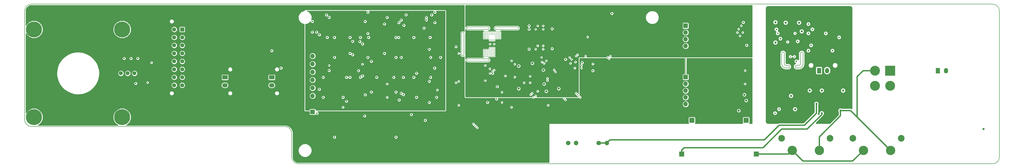
<source format=gbr>
%TF.GenerationSoftware,KiCad,Pcbnew,(5.0.0-rc2-dev-632-g76d3b6f04)*%
%TF.CreationDate,2018-06-22T22:14:38+02:00*%
%TF.ProjectId,MainBoard,4D61696E426F6172642E6B696361645F,rev?*%
%TF.SameCoordinates,Original*%
%TF.FileFunction,Copper,L2,Inr,Plane*%
%TF.FilePolarity,Positive*%
%FSLAX46Y46*%
G04 Gerber Fmt 4.6, Leading zero omitted, Abs format (unit mm)*
G04 Created by KiCad (PCBNEW (5.0.0-rc2-dev-632-g76d3b6f04)) date 06/22/18 22:14:38*
%MOMM*%
%LPD*%
G01*
G04 APERTURE LIST*
%ADD10C,0.200000*%
%ADD11R,2.000000X1.500000*%
%ADD12O,2.000000X1.500000*%
%ADD13C,3.500000*%
%ADD14C,2.500000*%
%ADD15O,1.700000X1.700000*%
%ADD16C,1.700000*%
%ADD17R,1.700000X1.700000*%
%ADD18C,1.524000*%
%ADD19C,6.000000*%
%ADD20R,1.500000X2.000000*%
%ADD21O,1.500000X2.000000*%
%ADD22R,1.500000X1.500000*%
%ADD23C,1.500000*%
%ADD24R,3.700000X3.700000*%
%ADD25C,3.700000*%
%ADD26R,1.900000X1.900000*%
%ADD27C,0.600000*%
%ADD28C,0.400000*%
%ADD29C,0.800000*%
%ADD30C,0.500000*%
%ADD31C,0.250000*%
G04 APERTURE END LIST*
D10*
X141000000Y-81500000D02*
X148500000Y-81500000D01*
X141000000Y-80500000D02*
X148500000Y-80500000D01*
X148500000Y-80500000D02*
G75*
G02X148500000Y-81500000I0J-500000D01*
G01*
X141000000Y-81500000D02*
G75*
G02X141000000Y-80500000I0J500000D01*
G01*
X139500000Y-71000000D02*
X139500000Y-79000000D01*
X138500000Y-71000000D02*
X138500000Y-79000000D01*
X139500000Y-79000000D02*
G75*
G02X138500000Y-79000000I-500000J0D01*
G01*
X138500000Y-71000000D02*
G75*
G02X139500000Y-71000000I500000J0D01*
G01*
X151500000Y-69500000D02*
X159500000Y-69500000D01*
X151500000Y-68500000D02*
X159500000Y-68500000D01*
X141000000Y-69500000D02*
X148500000Y-69500000D01*
X141000000Y-68500000D02*
X148500000Y-68500000D01*
X151500000Y-69500000D02*
G75*
G02X151500000Y-68500000I0J500000D01*
G01*
X148500000Y-68500000D02*
G75*
G02X148500000Y-69500000I0J-500000D01*
G01*
X159500000Y-68500000D02*
G75*
G02X159500000Y-69500000I0J-500000D01*
G01*
X141000000Y-69500000D02*
G75*
G02X141000000Y-68500000I0J500000D01*
G01*
X264000000Y-84000000D02*
X265000000Y-84000000D01*
X266500000Y-82500000D02*
X266500000Y-78500000D01*
X266500000Y-82500000D02*
G75*
G02X265000000Y-84000000I-1500000J0D01*
G01*
X265500000Y-82500000D02*
G75*
G02X265000000Y-83000000I-500000J0D01*
G01*
X260000000Y-84000000D02*
X261000000Y-84000000D01*
X258500000Y-78500000D02*
X258500000Y-82500000D01*
X260000000Y-84000000D02*
G75*
G02X258500000Y-82500000I0J1500000D01*
G01*
X265000000Y-83000000D02*
X264000000Y-83000000D01*
X265500000Y-78500000D02*
X265500000Y-82500000D01*
X265500000Y-78500000D02*
G75*
G02X266500000Y-78500000I500000J0D01*
G01*
X264000000Y-84000000D02*
G75*
G02X264000000Y-83000000I0J500000D01*
G01*
X260000000Y-83000000D02*
X261000000Y-83000000D01*
X259500000Y-78500000D02*
X259500000Y-82500000D01*
X260000000Y-83000000D02*
G75*
G02X259500000Y-82500000I0J500000D01*
G01*
X261000000Y-83000000D02*
G75*
G02X261000000Y-84000000I0J-500000D01*
G01*
X258500000Y-78500000D02*
G75*
G02X259500000Y-78500000I500000J0D01*
G01*
X72500000Y-106000000D02*
G75*
G02X75000000Y-108500000I0J-2500000D01*
G01*
X75000000Y-108500000D02*
X75000000Y-117500000D01*
X-22500000Y-106000000D02*
X72500000Y-106000000D01*
X6000000Y-86000000D02*
G75*
G03X6000000Y-86000000I-11000000J0D01*
G01*
X-25000000Y-62500000D02*
G75*
G02X-22500000Y-60000000I2500000J0D01*
G01*
X-22500000Y-106000000D02*
G75*
G02X-25000000Y-103500000I0J2500000D01*
G01*
X-25000000Y-62500000D02*
X-25000000Y-103500000D01*
X-22500000Y-60000000D02*
X337500000Y-60000000D01*
X337500000Y-60000000D02*
G75*
G02X340000000Y-62500000I0J-2500000D01*
G01*
X340000000Y-117500000D02*
G75*
G02X337500000Y-120000000I-2500000J0D01*
G01*
X77500000Y-120000000D02*
G75*
G02X75000000Y-117500000I0J2500000D01*
G01*
X337500000Y-120000000D02*
X77500000Y-120000000D01*
X340000000Y-62500000D02*
X340000000Y-117500000D01*
D11*
X67500000Y-87500000D03*
D12*
X67500000Y-90500000D03*
D13*
X289075000Y-115000000D03*
X299275000Y-115000000D03*
D14*
X303225000Y-110400000D03*
X285125000Y-110400000D03*
D13*
X262400000Y-115000000D03*
X272600000Y-115000000D03*
D14*
X276550000Y-110400000D03*
X258450000Y-110400000D03*
D15*
X181500000Y-112181000D03*
D16*
X178500000Y-112181000D03*
D15*
X193000000Y-112181000D03*
D16*
X190000000Y-112181000D03*
D17*
X82821000Y-100500000D03*
D15*
X82821000Y-97500000D03*
X82821000Y-94500000D03*
X82821000Y-91500000D03*
X82821000Y-88500000D03*
X82821000Y-85500000D03*
X82821000Y-82500000D03*
X82821000Y-79500000D03*
D18*
X18620000Y-86000000D03*
X16080000Y-86000000D03*
X13540000Y-86000000D03*
X11000000Y-86000000D03*
D19*
X-21500000Y-69500000D03*
X-21500000Y-102500000D03*
X11500000Y-102500000D03*
X11500000Y-69500000D03*
D20*
X272500000Y-85000000D03*
D21*
X275500000Y-85000000D03*
D17*
X222500000Y-87420000D03*
D15*
X222500000Y-89960000D03*
X222500000Y-92500000D03*
X222500000Y-95040000D03*
X222500000Y-97580000D03*
D22*
X34000000Y-69500000D03*
D23*
X34000000Y-72500000D03*
X34000000Y-75500000D03*
X34000000Y-78500000D03*
X34000000Y-81500000D03*
X34000000Y-84500000D03*
X34000000Y-87500000D03*
X34000000Y-90500000D03*
X31000000Y-69500000D03*
X31000000Y-72500000D03*
X31000000Y-75500000D03*
X31000000Y-78500000D03*
X31000000Y-81500000D03*
X31000000Y-84500000D03*
X31000000Y-87500000D03*
X31000000Y-90500000D03*
D12*
X50000000Y-90500000D03*
D11*
X50000000Y-87500000D03*
D21*
X320000000Y-85000000D03*
D20*
X317000000Y-85000000D03*
D24*
X299100000Y-85000000D03*
D25*
X299100000Y-90700000D03*
X293400000Y-85000000D03*
X293400000Y-90700000D03*
D26*
X224850000Y-103650000D03*
X245150000Y-103650000D03*
X221030000Y-116350000D03*
X248970000Y-116350000D03*
D15*
X222500000Y-75715000D03*
X222500000Y-73175000D03*
X222500000Y-70635000D03*
D17*
X222500000Y-68095000D03*
D27*
X172750000Y-90300000D03*
D28*
X162250000Y-87900000D03*
X162250000Y-84700000D03*
D29*
X165750000Y-85000000D03*
X165750000Y-90000000D03*
D27*
X163850000Y-75635000D03*
X171150000Y-65595000D03*
X171150000Y-73095000D03*
X179500000Y-83250000D03*
D28*
X154750000Y-77250000D03*
X155500000Y-77250000D03*
X155500000Y-78000000D03*
X156250000Y-78000000D03*
X156250000Y-77250000D03*
X157000000Y-77250000D03*
X157000000Y-78000000D03*
X156250000Y-76500000D03*
X156250000Y-75750000D03*
X157000000Y-76500000D03*
X154750000Y-78000000D03*
X154000000Y-78000000D03*
X154000000Y-77250000D03*
X153250000Y-78000000D03*
X153250000Y-77250000D03*
X157750000Y-75750000D03*
X157750000Y-76500000D03*
X157750000Y-77250000D03*
X157750000Y-78000000D03*
X152500000Y-78000000D03*
X152500000Y-77250000D03*
X151750000Y-77250000D03*
X151750000Y-78000000D03*
X151750000Y-78750000D03*
X152500000Y-78750000D03*
X153250000Y-78750000D03*
X154000000Y-78750000D03*
X154750000Y-78750000D03*
X155500000Y-78750000D03*
X156250000Y-78750000D03*
X157000000Y-78750000D03*
X157750000Y-78750000D03*
X151750000Y-79500000D03*
X152500000Y-79500000D03*
X153250000Y-79500000D03*
X154000000Y-79500000D03*
X154750000Y-79500000D03*
X155500000Y-79500000D03*
X156250000Y-79500000D03*
X157000000Y-79500000D03*
X157750000Y-79500000D03*
X158500000Y-79500000D03*
X158500000Y-78750000D03*
X158500000Y-78000000D03*
X158500000Y-77250000D03*
X158500000Y-76500000D03*
X158500000Y-75750000D03*
D27*
X244080000Y-65555000D03*
X192695000Y-63500000D03*
D28*
X187500000Y-77500000D03*
X152250000Y-84250000D03*
D27*
X148300000Y-93095000D03*
X141205000Y-65000000D03*
X148300000Y-96905000D03*
X151700000Y-95635000D03*
D28*
X149250000Y-75000000D03*
X150750000Y-75000000D03*
X149250000Y-76500000D03*
X150000000Y-76500000D03*
X150750000Y-76500000D03*
X149250000Y-77250000D03*
X150000000Y-77250000D03*
X150750000Y-77250000D03*
X148500000Y-77250000D03*
X147750000Y-77250000D03*
X147000000Y-77250000D03*
X147000000Y-78000000D03*
X147750000Y-78000000D03*
X148500000Y-78000000D03*
X149250000Y-78000000D03*
X150000000Y-78000000D03*
X150750000Y-78000000D03*
X150750000Y-73500000D03*
X150000000Y-73500000D03*
X149250000Y-73500000D03*
X151500000Y-72750000D03*
X152250000Y-72750000D03*
X153000000Y-72750000D03*
X148500000Y-72750000D03*
X147750000Y-72750000D03*
X147000000Y-72750000D03*
X147000000Y-72000000D03*
X147750000Y-72000000D03*
X148500000Y-72000000D03*
X151500000Y-72000000D03*
X152250000Y-72000000D03*
X153000000Y-72000000D03*
D29*
X160000000Y-83250000D03*
X160000000Y-91750000D03*
X175000000Y-91750000D03*
X170300000Y-92750000D03*
X165100000Y-82250000D03*
D27*
X163850000Y-68135000D03*
X163850000Y-76905000D03*
X163850000Y-69405000D03*
X172500000Y-76750000D03*
X172500000Y-69250000D03*
D28*
X181000000Y-84000000D03*
X179750000Y-80750000D03*
D27*
X177500000Y-80750000D03*
D28*
X187750000Y-82500000D03*
D27*
X183750000Y-82000000D03*
X187750000Y-85000000D03*
D28*
X147000000Y-71250000D03*
X147750000Y-71250000D03*
X148500000Y-71250000D03*
X148500000Y-70500000D03*
X147750000Y-70500000D03*
X147000000Y-70500000D03*
X149250000Y-70500000D03*
X150000000Y-70500000D03*
X150750000Y-70500000D03*
X151500000Y-70500000D03*
X152250000Y-70500000D03*
X153000000Y-70500000D03*
X153000000Y-71250000D03*
X152250000Y-71250000D03*
X151500000Y-71250000D03*
X150750000Y-71250000D03*
X150000000Y-71250000D03*
X149250000Y-71250000D03*
X147000000Y-78750000D03*
X147750000Y-78750000D03*
X148500000Y-78750000D03*
X149250000Y-78750000D03*
X150000000Y-78750000D03*
X150750000Y-78750000D03*
X147000000Y-79500000D03*
X147750000Y-79500000D03*
X148500000Y-79500000D03*
X149250000Y-79500000D03*
X150000000Y-79500000D03*
X150750000Y-79500000D03*
D27*
X12270000Y-80412000D03*
X14810000Y-80412000D03*
X17350000Y-80412000D03*
X16588000Y-89810000D03*
D29*
X242369998Y-100000000D03*
X244500000Y-94050000D03*
X245175000Y-96230000D03*
D27*
X244080000Y-66825000D03*
D29*
X169500000Y-90000000D03*
X169200000Y-84750000D03*
D27*
X245350000Y-75445000D03*
D28*
X185760000Y-72350000D03*
D27*
X194895000Y-63500000D03*
D28*
X22500000Y-82000000D03*
D27*
X151955000Y-91000000D03*
X110705000Y-65000000D03*
X117795000Y-64000000D03*
X125400000Y-65000000D03*
X100705000Y-72500000D03*
X120705000Y-72500000D03*
X126500000Y-76950000D03*
X130705000Y-80000000D03*
X89000000Y-84950000D03*
X86795000Y-87500000D03*
X96795000Y-87500000D03*
X101500000Y-86950000D03*
X106795000Y-87500000D03*
X120705000Y-87500000D03*
X126500000Y-96950000D03*
X102285000Y-102000000D03*
X86795000Y-95000000D03*
D28*
X155000000Y-86955000D03*
D27*
X101500000Y-74950000D03*
D28*
X149200000Y-86000000D03*
X149200000Y-84250000D03*
D29*
X245175000Y-98770000D03*
D27*
X185500000Y-84500000D03*
D28*
X185500000Y-82500000D03*
D29*
X138500000Y-81500000D03*
D27*
X150700000Y-95635000D03*
D29*
X55675000Y-75000000D03*
D28*
X21000000Y-89455000D03*
D27*
X128600000Y-63050000D03*
D28*
X150250000Y-85250000D03*
X150750000Y-84750000D03*
D27*
X261000000Y-78500000D03*
X264000000Y-78500000D03*
X257500000Y-95500000D03*
D29*
X256150000Y-65555000D03*
X265000000Y-63000000D03*
X260000000Y-63000000D03*
D27*
X259000000Y-102500000D03*
X278000000Y-71550000D03*
X257150000Y-73175000D03*
D29*
X266000000Y-70250000D03*
D28*
X263250000Y-79750000D03*
D27*
X264000000Y-81500000D03*
X268500000Y-71000000D03*
X275000000Y-71000000D03*
X268500000Y-77500000D03*
X268500000Y-67500000D03*
X280000000Y-72500000D03*
D29*
X281500000Y-92500000D03*
X269000000Y-92500000D03*
D27*
X257500000Y-99500000D03*
D29*
X256150000Y-66825000D03*
X265000000Y-67000000D03*
X260000000Y-67000000D03*
D28*
X263500000Y-71000000D03*
D29*
X256150000Y-74445000D03*
D28*
X260750000Y-74250000D03*
X261750000Y-79750000D03*
D27*
X119785000Y-101500000D03*
X84500000Y-101000000D03*
X84321000Y-70500000D03*
X116795000Y-87500000D03*
X116795000Y-94000000D03*
X115205000Y-96000000D03*
X114000000Y-110000000D03*
X91000000Y-110000000D03*
X127000000Y-80000000D03*
X67500000Y-77500000D03*
X125000000Y-103650000D03*
X100000000Y-85000000D03*
X128500000Y-84000000D03*
X71000000Y-84000000D03*
X95500000Y-87500000D03*
X95500000Y-96500000D03*
X127000000Y-87500000D03*
D29*
X273500000Y-92500000D03*
X334050000Y-107000000D03*
X271500000Y-97500000D03*
D27*
X277500000Y-77500000D03*
D29*
X280500000Y-100000000D03*
D28*
X173750000Y-85500000D03*
X173250000Y-84700000D03*
X164250000Y-87100000D03*
D27*
X96795000Y-65000000D03*
X101500000Y-66950000D03*
X130100000Y-66500000D03*
X130705000Y-72500000D03*
X120705000Y-80000000D03*
X106795000Y-80000000D03*
X86795000Y-80000000D03*
X114000000Y-86950000D03*
X126795000Y-95000000D03*
X101500000Y-97450000D03*
X114000000Y-64950000D03*
D29*
X81175000Y-75000000D03*
D28*
X143500000Y-105500000D03*
X143000000Y-105000000D03*
D27*
X89000000Y-64950000D03*
X82705000Y-66500000D03*
X82705000Y-70500000D03*
X127400000Y-64050000D03*
X124500000Y-69000000D03*
X129205000Y-95000000D03*
X85321000Y-92000000D03*
X85321000Y-71500000D03*
X116000000Y-80000000D03*
X116000000Y-93500000D03*
X102500000Y-94050000D03*
X117000000Y-67950000D03*
X116000000Y-66000000D03*
X102500000Y-66500000D03*
D28*
X144000000Y-106000000D03*
X144500000Y-106500000D03*
X137500000Y-78500000D03*
X137500000Y-89000000D03*
X137500000Y-98000000D03*
X171000000Y-98000000D03*
D29*
X273500000Y-101000000D03*
D28*
X167100000Y-92750000D03*
X129500000Y-92250000D03*
D27*
X128600000Y-66950000D03*
X115100000Y-66950000D03*
X109705000Y-78500000D03*
X114000000Y-80000000D03*
X109705000Y-67450000D03*
X103500000Y-71000000D03*
X114000000Y-72500000D03*
X103500000Y-63000000D03*
X88000000Y-64050000D03*
X91000000Y-72500000D03*
X115000000Y-72500000D03*
X103795000Y-72500000D03*
X100500000Y-74050000D03*
X96795000Y-72500000D03*
X96795000Y-78500000D03*
X91000000Y-80000000D03*
D28*
X170750000Y-88700000D03*
X147450000Y-88700000D03*
X89000000Y-83050000D03*
X147450000Y-83050000D03*
D27*
X88295000Y-72500000D03*
X97795000Y-74000000D03*
X97795000Y-79000000D03*
X104795000Y-81500000D03*
X114000000Y-93050000D03*
X104795000Y-93050000D03*
X113205000Y-87500000D03*
X103500000Y-80000000D03*
X100705000Y-87500000D03*
D28*
X170750000Y-87900000D03*
X158500000Y-87400000D03*
X101500000Y-82550000D03*
X158500000Y-82550000D03*
D27*
X126500000Y-89000000D03*
X136500000Y-76000000D03*
D28*
X162000000Y-89500000D03*
X136500000Y-89500000D03*
X170300000Y-81250000D03*
X157300000Y-81250000D03*
D27*
X94205000Y-95000000D03*
D28*
X94205000Y-98750000D03*
X157300000Y-98750000D03*
D27*
X125400000Y-65950000D03*
X126795000Y-72500000D03*
X121705000Y-95000000D03*
X121705000Y-86000000D03*
X150205000Y-86000000D03*
D28*
X164250000Y-89500000D03*
X110705000Y-95000000D03*
X110705000Y-90000000D03*
D27*
X270000000Y-69500000D03*
X269500000Y-75500000D03*
X256000000Y-101000000D03*
D29*
X263500000Y-99500000D03*
X261995000Y-94495000D03*
D28*
X168500014Y-80000000D03*
X243350000Y-68095000D03*
X193295000Y-80000000D03*
X179000000Y-80000000D03*
X181250000Y-81750000D03*
X181500000Y-79500000D03*
X242850000Y-71905000D03*
X194295000Y-79500000D03*
X168700000Y-81750000D03*
X185000000Y-79500000D03*
X243850000Y-70635000D03*
X241850000Y-70635000D03*
X193795000Y-80500000D03*
X179400000Y-82250000D03*
X169500000Y-82250000D03*
X181500000Y-93500000D03*
X165000000Y-93500000D03*
X244800000Y-84960000D03*
X183500000Y-83000000D03*
X244760000Y-90000000D03*
X183500000Y-84000000D03*
X167100000Y-68135000D03*
X167100000Y-75635000D03*
X169150000Y-68135000D03*
X169150000Y-75635000D03*
X166300000Y-69405000D03*
X166300000Y-76905000D03*
X169150000Y-69405000D03*
X169150000Y-76905000D03*
X242350000Y-69365000D03*
X164500000Y-94000000D03*
X182000000Y-79000000D03*
X182000000Y-94000000D03*
X165500000Y-95000000D03*
X183000000Y-95000000D03*
X182500000Y-94500000D03*
X166300000Y-94500000D03*
X153700000Y-93095000D03*
X177000000Y-95500000D03*
X153700000Y-96905000D03*
X177500000Y-96000000D03*
D27*
X256500000Y-69500000D03*
X264500000Y-74000000D03*
X258000000Y-73000000D03*
X257000000Y-71000000D03*
D10*
X222500000Y-87420000D02*
X222500000Y-79350000D01*
D30*
X190000000Y-112181000D02*
X193000000Y-112181000D01*
X271500000Y-101000000D02*
X271500000Y-97500000D01*
X267000000Y-105500000D02*
X271500000Y-101000000D01*
X257500000Y-105500000D02*
X267000000Y-105500000D01*
X252000000Y-111000000D02*
X257500000Y-105500000D01*
X193000000Y-112181000D02*
X194181000Y-111000000D01*
X194181000Y-111000000D02*
X252000000Y-111000000D01*
X286775000Y-102500000D02*
X299275000Y-115000000D01*
X286775000Y-102500000D02*
X286775000Y-87225000D01*
X286775000Y-87225000D02*
X289000000Y-85000000D01*
X289000000Y-85000000D02*
X293400000Y-85000000D01*
X281065685Y-100000000D02*
X280500000Y-100000000D01*
X286775000Y-102500000D02*
X284275000Y-100000000D01*
X284275000Y-100000000D02*
X281065685Y-100000000D01*
X280500000Y-102000000D02*
X280500000Y-100000000D01*
X272600000Y-115000000D02*
X272600000Y-109900000D01*
X272600000Y-109900000D02*
X280500000Y-102000000D01*
X221030000Y-114900000D02*
X221930000Y-114000000D01*
X273500000Y-101500000D02*
X273500000Y-101000000D01*
X221030000Y-116350000D02*
X221030000Y-114900000D01*
X221930000Y-114000000D02*
X251500000Y-114000000D01*
X251500000Y-114000000D02*
X258500000Y-107000000D01*
X258500000Y-107000000D02*
X268000000Y-107000000D01*
X268000000Y-107000000D02*
X273500000Y-101500000D01*
X261050000Y-116350000D02*
X262400000Y-115000000D01*
X248970000Y-116350000D02*
X261050000Y-116350000D01*
X262400000Y-115000000D02*
X266400000Y-119000000D01*
X285075000Y-119000000D02*
X289075000Y-115000000D01*
X266400000Y-119000000D02*
X285075000Y-119000000D01*
G36*
X284146083Y-61015598D02*
X284286550Y-61058207D01*
X284416004Y-61127402D01*
X284529475Y-61220525D01*
X284622598Y-61333996D01*
X284691793Y-61463450D01*
X284734402Y-61603917D01*
X284750000Y-61762281D01*
X284750000Y-99233394D01*
X284621081Y-99164486D01*
X284451431Y-99113023D01*
X284319207Y-99100000D01*
X284319206Y-99100000D01*
X284275000Y-99095646D01*
X284230794Y-99100000D01*
X281043006Y-99100000D01*
X280997362Y-99069502D01*
X280806274Y-98990350D01*
X280603416Y-98950000D01*
X280396584Y-98950000D01*
X280193726Y-98990350D01*
X280002638Y-99069502D01*
X279830664Y-99184411D01*
X279684411Y-99330664D01*
X279569502Y-99502638D01*
X279490350Y-99693726D01*
X279450000Y-99896584D01*
X279450000Y-100103416D01*
X279490350Y-100306274D01*
X279569502Y-100497362D01*
X279600001Y-100543007D01*
X279600000Y-101627207D01*
X276477207Y-104750000D01*
X271522792Y-104750000D01*
X274105136Y-102167656D01*
X274139475Y-102139475D01*
X274251943Y-102002432D01*
X274254543Y-101997568D01*
X274335514Y-101846082D01*
X274386977Y-101676431D01*
X274400139Y-101542798D01*
X274430498Y-101497362D01*
X274509650Y-101306274D01*
X274550000Y-101103416D01*
X274550000Y-100896584D01*
X274509650Y-100693726D01*
X274430498Y-100502638D01*
X274315589Y-100330664D01*
X274169336Y-100184411D01*
X273997362Y-100069502D01*
X273806274Y-99990350D01*
X273603416Y-99950000D01*
X273396584Y-99950000D01*
X273193726Y-99990350D01*
X273002638Y-100069502D01*
X272830664Y-100184411D01*
X272684411Y-100330664D01*
X272569502Y-100502638D01*
X272490350Y-100693726D01*
X272450000Y-100896584D01*
X272450000Y-101103416D01*
X272478833Y-101248375D01*
X272283138Y-101444070D01*
X272335514Y-101346081D01*
X272386977Y-101176431D01*
X272400000Y-101044207D01*
X272400000Y-101044206D01*
X272404354Y-101000001D01*
X272400000Y-100955793D01*
X272400000Y-98043006D01*
X272430498Y-97997362D01*
X272509650Y-97806274D01*
X272550000Y-97603416D01*
X272550000Y-97396584D01*
X272509650Y-97193726D01*
X272430498Y-97002638D01*
X272315589Y-96830664D01*
X272169336Y-96684411D01*
X271997362Y-96569502D01*
X271806274Y-96490350D01*
X271603416Y-96450000D01*
X271396584Y-96450000D01*
X271193726Y-96490350D01*
X271002638Y-96569502D01*
X270830664Y-96684411D01*
X270684411Y-96830664D01*
X270569502Y-97002638D01*
X270490350Y-97193726D01*
X270450000Y-97396584D01*
X270450000Y-97603416D01*
X270490350Y-97806274D01*
X270569502Y-97997362D01*
X270600001Y-98043007D01*
X270600000Y-100627207D01*
X266627208Y-104600000D01*
X257544207Y-104600000D01*
X257500000Y-104595646D01*
X257323569Y-104613023D01*
X257153918Y-104664486D01*
X257048779Y-104720684D01*
X256997568Y-104748057D01*
X256995200Y-104750000D01*
X253512281Y-104750000D01*
X253353917Y-104734402D01*
X253213450Y-104691793D01*
X253083996Y-104622598D01*
X252970525Y-104529475D01*
X252877402Y-104416004D01*
X252808207Y-104286550D01*
X252765598Y-104146083D01*
X252750000Y-103987719D01*
X252750000Y-100906433D01*
X255050000Y-100906433D01*
X255050000Y-101093567D01*
X255086508Y-101277105D01*
X255158121Y-101449994D01*
X255262087Y-101605590D01*
X255394410Y-101737913D01*
X255550006Y-101841879D01*
X255722895Y-101913492D01*
X255906433Y-101950000D01*
X256093567Y-101950000D01*
X256277105Y-101913492D01*
X256449994Y-101841879D01*
X256605590Y-101737913D01*
X256737913Y-101605590D01*
X256841879Y-101449994D01*
X256913492Y-101277105D01*
X256950000Y-101093567D01*
X256950000Y-100906433D01*
X256913492Y-100722895D01*
X256841879Y-100550006D01*
X256737913Y-100394410D01*
X256605590Y-100262087D01*
X256449994Y-100158121D01*
X256277105Y-100086508D01*
X256093567Y-100050000D01*
X255906433Y-100050000D01*
X255722895Y-100086508D01*
X255550006Y-100158121D01*
X255394410Y-100262087D01*
X255262087Y-100394410D01*
X255158121Y-100550006D01*
X255086508Y-100722895D01*
X255050000Y-100906433D01*
X252750000Y-100906433D01*
X252750000Y-99406433D01*
X256550000Y-99406433D01*
X256550000Y-99593567D01*
X256586508Y-99777105D01*
X256658121Y-99949994D01*
X256762087Y-100105590D01*
X256894410Y-100237913D01*
X257050006Y-100341879D01*
X257222895Y-100413492D01*
X257406433Y-100450000D01*
X257593567Y-100450000D01*
X257777105Y-100413492D01*
X257949994Y-100341879D01*
X258105590Y-100237913D01*
X258237913Y-100105590D01*
X258341879Y-99949994D01*
X258413492Y-99777105D01*
X258450000Y-99593567D01*
X258450000Y-99406433D01*
X258448041Y-99396584D01*
X262450000Y-99396584D01*
X262450000Y-99603416D01*
X262490350Y-99806274D01*
X262569502Y-99997362D01*
X262684411Y-100169336D01*
X262830664Y-100315589D01*
X263002638Y-100430498D01*
X263193726Y-100509650D01*
X263396584Y-100550000D01*
X263603416Y-100550000D01*
X263806274Y-100509650D01*
X263997362Y-100430498D01*
X264169336Y-100315589D01*
X264315589Y-100169336D01*
X264430498Y-99997362D01*
X264509650Y-99806274D01*
X264550000Y-99603416D01*
X264550000Y-99396584D01*
X264509650Y-99193726D01*
X264430498Y-99002638D01*
X264315589Y-98830664D01*
X264169336Y-98684411D01*
X263997362Y-98569502D01*
X263806274Y-98490350D01*
X263603416Y-98450000D01*
X263396584Y-98450000D01*
X263193726Y-98490350D01*
X263002638Y-98569502D01*
X262830664Y-98684411D01*
X262684411Y-98830664D01*
X262569502Y-99002638D01*
X262490350Y-99193726D01*
X262450000Y-99396584D01*
X258448041Y-99396584D01*
X258413492Y-99222895D01*
X258341879Y-99050006D01*
X258237913Y-98894410D01*
X258105590Y-98762087D01*
X257949994Y-98658121D01*
X257777105Y-98586508D01*
X257593567Y-98550000D01*
X257406433Y-98550000D01*
X257222895Y-98586508D01*
X257050006Y-98658121D01*
X256894410Y-98762087D01*
X256762087Y-98894410D01*
X256658121Y-99050006D01*
X256586508Y-99222895D01*
X256550000Y-99406433D01*
X252750000Y-99406433D01*
X252750000Y-94391584D01*
X260945000Y-94391584D01*
X260945000Y-94598416D01*
X260985350Y-94801274D01*
X261064502Y-94992362D01*
X261179411Y-95164336D01*
X261325664Y-95310589D01*
X261497638Y-95425498D01*
X261688726Y-95504650D01*
X261891584Y-95545000D01*
X262098416Y-95545000D01*
X262301274Y-95504650D01*
X262492362Y-95425498D01*
X262664336Y-95310589D01*
X262810589Y-95164336D01*
X262925498Y-94992362D01*
X263004650Y-94801274D01*
X263045000Y-94598416D01*
X263045000Y-94391584D01*
X263004650Y-94188726D01*
X262925498Y-93997638D01*
X262810589Y-93825664D01*
X262664336Y-93679411D01*
X262492362Y-93564502D01*
X262301274Y-93485350D01*
X262098416Y-93445000D01*
X261891584Y-93445000D01*
X261688726Y-93485350D01*
X261497638Y-93564502D01*
X261325664Y-93679411D01*
X261179411Y-93825664D01*
X261064502Y-93997638D01*
X260985350Y-94188726D01*
X260945000Y-94391584D01*
X252750000Y-94391584D01*
X252750000Y-92396584D01*
X267950000Y-92396584D01*
X267950000Y-92603416D01*
X267990350Y-92806274D01*
X268069502Y-92997362D01*
X268184411Y-93169336D01*
X268330664Y-93315589D01*
X268502638Y-93430498D01*
X268693726Y-93509650D01*
X268896584Y-93550000D01*
X269103416Y-93550000D01*
X269306274Y-93509650D01*
X269497362Y-93430498D01*
X269669336Y-93315589D01*
X269815589Y-93169336D01*
X269930498Y-92997362D01*
X270009650Y-92806274D01*
X270050000Y-92603416D01*
X270050000Y-92396584D01*
X272450000Y-92396584D01*
X272450000Y-92603416D01*
X272490350Y-92806274D01*
X272569502Y-92997362D01*
X272684411Y-93169336D01*
X272830664Y-93315589D01*
X273002638Y-93430498D01*
X273193726Y-93509650D01*
X273396584Y-93550000D01*
X273603416Y-93550000D01*
X273806274Y-93509650D01*
X273997362Y-93430498D01*
X274169336Y-93315589D01*
X274315589Y-93169336D01*
X274430498Y-92997362D01*
X274509650Y-92806274D01*
X274550000Y-92603416D01*
X274550000Y-92396584D01*
X280450000Y-92396584D01*
X280450000Y-92603416D01*
X280490350Y-92806274D01*
X280569502Y-92997362D01*
X280684411Y-93169336D01*
X280830664Y-93315589D01*
X281002638Y-93430498D01*
X281193726Y-93509650D01*
X281396584Y-93550000D01*
X281603416Y-93550000D01*
X281806274Y-93509650D01*
X281997362Y-93430498D01*
X282169336Y-93315589D01*
X282315589Y-93169336D01*
X282430498Y-92997362D01*
X282509650Y-92806274D01*
X282550000Y-92603416D01*
X282550000Y-92396584D01*
X282509650Y-92193726D01*
X282430498Y-92002638D01*
X282315589Y-91830664D01*
X282169336Y-91684411D01*
X281997362Y-91569502D01*
X281806274Y-91490350D01*
X281603416Y-91450000D01*
X281396584Y-91450000D01*
X281193726Y-91490350D01*
X281002638Y-91569502D01*
X280830664Y-91684411D01*
X280684411Y-91830664D01*
X280569502Y-92002638D01*
X280490350Y-92193726D01*
X280450000Y-92396584D01*
X274550000Y-92396584D01*
X274509650Y-92193726D01*
X274430498Y-92002638D01*
X274315589Y-91830664D01*
X274169336Y-91684411D01*
X273997362Y-91569502D01*
X273806274Y-91490350D01*
X273603416Y-91450000D01*
X273396584Y-91450000D01*
X273193726Y-91490350D01*
X273002638Y-91569502D01*
X272830664Y-91684411D01*
X272684411Y-91830664D01*
X272569502Y-92002638D01*
X272490350Y-92193726D01*
X272450000Y-92396584D01*
X270050000Y-92396584D01*
X270009650Y-92193726D01*
X269930498Y-92002638D01*
X269815589Y-91830664D01*
X269669336Y-91684411D01*
X269497362Y-91569502D01*
X269306274Y-91490350D01*
X269103416Y-91450000D01*
X268896584Y-91450000D01*
X268693726Y-91490350D01*
X268502638Y-91569502D01*
X268330664Y-91684411D01*
X268184411Y-91830664D01*
X268069502Y-92002638D01*
X267990350Y-92193726D01*
X267950000Y-92396584D01*
X252750000Y-92396584D01*
X252750000Y-78463166D01*
X257750000Y-78463166D01*
X257750001Y-82536835D01*
X257753188Y-82569189D01*
X257753123Y-82578445D01*
X257754145Y-82588867D01*
X257784745Y-82880012D01*
X257798408Y-82946574D01*
X257811151Y-83013373D01*
X257814178Y-83023398D01*
X257900746Y-83303054D01*
X257927091Y-83365724D01*
X257952553Y-83428746D01*
X257957469Y-83437992D01*
X258096708Y-83695508D01*
X258134714Y-83751854D01*
X258171940Y-83808741D01*
X258178559Y-83816857D01*
X258365164Y-84042424D01*
X258413383Y-84090307D01*
X258460958Y-84138889D01*
X258469027Y-84145564D01*
X258695891Y-84330590D01*
X258752479Y-84368187D01*
X258808597Y-84406612D01*
X258817809Y-84411592D01*
X259076290Y-84549029D01*
X259139072Y-84574906D01*
X259201615Y-84601712D01*
X259211619Y-84604808D01*
X259491874Y-84689422D01*
X259558489Y-84702612D01*
X259625047Y-84716759D01*
X259635462Y-84717854D01*
X259926813Y-84746421D01*
X259926827Y-84746421D01*
X259963165Y-84750000D01*
X261036835Y-84750000D01*
X261073670Y-84746372D01*
X261080164Y-84746372D01*
X261090579Y-84745277D01*
X261132304Y-84740597D01*
X261147026Y-84739147D01*
X261148079Y-84738828D01*
X261187554Y-84734400D01*
X261254016Y-84720274D01*
X261320729Y-84707064D01*
X261330733Y-84703967D01*
X261423748Y-84674461D01*
X261486198Y-84647695D01*
X261549073Y-84621780D01*
X261558285Y-84616799D01*
X261643798Y-84569788D01*
X261699893Y-84531379D01*
X261756509Y-84493763D01*
X261764578Y-84487088D01*
X261839329Y-84424363D01*
X261886870Y-84375815D01*
X261935120Y-84327901D01*
X261941739Y-84319786D01*
X262002885Y-84243736D01*
X262040087Y-84186886D01*
X262078119Y-84130500D01*
X262083035Y-84121253D01*
X262128245Y-84034774D01*
X262153695Y-83971784D01*
X262180050Y-83909088D01*
X262183076Y-83899063D01*
X262183078Y-83899058D01*
X262183079Y-83899053D01*
X262210628Y-83805451D01*
X262223357Y-83738727D01*
X262237036Y-83672086D01*
X262238056Y-83661675D01*
X262238057Y-83661669D01*
X262238057Y-83661663D01*
X262246266Y-83571464D01*
X262753098Y-83571464D01*
X262754120Y-83581886D01*
X262764321Y-83678935D01*
X262777981Y-83745481D01*
X262790726Y-83812294D01*
X262793752Y-83822317D01*
X262793754Y-83822323D01*
X262822609Y-83915538D01*
X262848936Y-83978167D01*
X262874417Y-84041233D01*
X262879333Y-84050480D01*
X262925746Y-84136317D01*
X262963747Y-84192655D01*
X263000978Y-84249550D01*
X263007597Y-84257665D01*
X263069799Y-84332854D01*
X263118011Y-84380731D01*
X263165587Y-84429314D01*
X263173656Y-84435990D01*
X263249277Y-84497665D01*
X263305881Y-84535273D01*
X263361992Y-84573693D01*
X263371204Y-84578674D01*
X263457365Y-84624486D01*
X263520206Y-84650387D01*
X263582684Y-84677165D01*
X263592688Y-84680262D01*
X263686106Y-84708467D01*
X263752794Y-84721672D01*
X263819284Y-84735804D01*
X263829699Y-84736899D01*
X263926816Y-84746421D01*
X263926827Y-84746421D01*
X263963165Y-84750000D01*
X265036835Y-84750000D01*
X265069198Y-84746812D01*
X265078445Y-84746877D01*
X265088867Y-84745855D01*
X265380012Y-84715255D01*
X265446574Y-84701592D01*
X265513373Y-84688849D01*
X265523398Y-84685822D01*
X265803054Y-84599254D01*
X265865724Y-84572909D01*
X265928746Y-84547447D01*
X265937992Y-84542531D01*
X266195508Y-84403292D01*
X266251854Y-84365286D01*
X266308741Y-84328060D01*
X266316857Y-84321441D01*
X266542424Y-84134836D01*
X266590307Y-84086617D01*
X266638889Y-84039042D01*
X266645564Y-84030973D01*
X266830590Y-83804109D01*
X266868187Y-83747521D01*
X266906612Y-83691403D01*
X266911592Y-83682191D01*
X267049029Y-83423710D01*
X267074906Y-83360928D01*
X267101712Y-83298385D01*
X267104808Y-83288381D01*
X267189422Y-83008126D01*
X267202612Y-82941511D01*
X267205752Y-82926735D01*
X268350000Y-82926735D01*
X268350000Y-83153265D01*
X268394194Y-83375443D01*
X268480884Y-83584729D01*
X268606737Y-83773082D01*
X268766918Y-83933263D01*
X268955271Y-84059116D01*
X269164557Y-84145806D01*
X269386735Y-84190000D01*
X269613265Y-84190000D01*
X269835443Y-84145806D01*
X270044729Y-84059116D01*
X270133202Y-84000000D01*
X271096855Y-84000000D01*
X271096855Y-86000000D01*
X271109405Y-86127422D01*
X271146573Y-86249948D01*
X271206930Y-86362868D01*
X271288157Y-86461843D01*
X271387132Y-86543070D01*
X271500052Y-86603427D01*
X271622578Y-86640595D01*
X271750000Y-86653145D01*
X273250000Y-86653145D01*
X273377422Y-86640595D01*
X273499948Y-86603427D01*
X273612868Y-86543070D01*
X273711843Y-86461843D01*
X273793070Y-86362868D01*
X273853427Y-86249948D01*
X273890595Y-86127422D01*
X273903145Y-86000000D01*
X273903145Y-84681224D01*
X274100000Y-84681224D01*
X274100000Y-85318777D01*
X274120257Y-85524448D01*
X274200310Y-85788349D01*
X274330310Y-86031562D01*
X274505262Y-86244739D01*
X274718439Y-86419690D01*
X274961652Y-86549690D01*
X275225553Y-86629743D01*
X275500000Y-86656774D01*
X275774448Y-86629743D01*
X276038349Y-86549690D01*
X276281562Y-86419690D01*
X276494739Y-86244739D01*
X276669690Y-86031562D01*
X276799690Y-85788348D01*
X276879743Y-85524447D01*
X276900000Y-85318776D01*
X276900000Y-84681223D01*
X276879743Y-84475552D01*
X276799690Y-84211651D01*
X276669690Y-83968438D01*
X276494738Y-83755261D01*
X276281561Y-83580310D01*
X276038348Y-83450310D01*
X275774447Y-83370257D01*
X275500000Y-83343226D01*
X275225552Y-83370257D01*
X274961651Y-83450310D01*
X274718438Y-83580310D01*
X274505261Y-83755262D01*
X274330310Y-83968439D01*
X274200310Y-84211652D01*
X274120257Y-84475553D01*
X274100000Y-84681224D01*
X273903145Y-84681224D01*
X273903145Y-84000000D01*
X273890595Y-83872578D01*
X273853427Y-83750052D01*
X273793070Y-83637132D01*
X273711843Y-83538157D01*
X273612868Y-83456930D01*
X273499948Y-83396573D01*
X273377422Y-83359405D01*
X273250000Y-83346855D01*
X271750000Y-83346855D01*
X271622578Y-83359405D01*
X271500052Y-83396573D01*
X271387132Y-83456930D01*
X271288157Y-83538157D01*
X271206930Y-83637132D01*
X271146573Y-83750052D01*
X271109405Y-83872578D01*
X271096855Y-84000000D01*
X270133202Y-84000000D01*
X270233082Y-83933263D01*
X270393263Y-83773082D01*
X270519116Y-83584729D01*
X270605806Y-83375443D01*
X270650000Y-83153265D01*
X270650000Y-82926735D01*
X277350000Y-82926735D01*
X277350000Y-83153265D01*
X277394194Y-83375443D01*
X277480884Y-83584729D01*
X277606737Y-83773082D01*
X277766918Y-83933263D01*
X277955271Y-84059116D01*
X278164557Y-84145806D01*
X278386735Y-84190000D01*
X278613265Y-84190000D01*
X278835443Y-84145806D01*
X279044729Y-84059116D01*
X279233082Y-83933263D01*
X279393263Y-83773082D01*
X279519116Y-83584729D01*
X279605806Y-83375443D01*
X279650000Y-83153265D01*
X279650000Y-82926735D01*
X279605806Y-82704557D01*
X279519116Y-82495271D01*
X279393263Y-82306918D01*
X279233082Y-82146737D01*
X279044729Y-82020884D01*
X278835443Y-81934194D01*
X278613265Y-81890000D01*
X278386735Y-81890000D01*
X278164557Y-81934194D01*
X277955271Y-82020884D01*
X277766918Y-82146737D01*
X277606737Y-82306918D01*
X277480884Y-82495271D01*
X277394194Y-82704557D01*
X277350000Y-82926735D01*
X270650000Y-82926735D01*
X270605806Y-82704557D01*
X270519116Y-82495271D01*
X270393263Y-82306918D01*
X270233082Y-82146737D01*
X270044729Y-82020884D01*
X269835443Y-81934194D01*
X269613265Y-81890000D01*
X269386735Y-81890000D01*
X269164557Y-81934194D01*
X268955271Y-82020884D01*
X268766918Y-82146737D01*
X268606737Y-82306918D01*
X268480884Y-82495271D01*
X268394194Y-82704557D01*
X268350000Y-82926735D01*
X267205752Y-82926735D01*
X267216759Y-82874953D01*
X267217854Y-82864538D01*
X267246421Y-82573187D01*
X267246421Y-82573173D01*
X267250000Y-82536835D01*
X267250000Y-78463165D01*
X267246372Y-78426329D01*
X267246372Y-78419836D01*
X267245277Y-78409421D01*
X267240597Y-78367696D01*
X267239147Y-78352974D01*
X267238828Y-78351921D01*
X267234400Y-78312446D01*
X267220274Y-78245984D01*
X267207064Y-78179271D01*
X267203967Y-78169267D01*
X267174461Y-78076252D01*
X267147687Y-78013783D01*
X267121779Y-77950926D01*
X267116798Y-77941714D01*
X267069788Y-77856202D01*
X267031379Y-77800107D01*
X266993763Y-77743491D01*
X266987088Y-77735422D01*
X266924363Y-77660670D01*
X266875796Y-77613110D01*
X266827901Y-77564880D01*
X266819786Y-77558261D01*
X266743736Y-77497115D01*
X266686863Y-77459898D01*
X266630500Y-77421881D01*
X266621254Y-77416965D01*
X266601108Y-77406433D01*
X267550000Y-77406433D01*
X267550000Y-77593567D01*
X267586508Y-77777105D01*
X267658121Y-77949994D01*
X267762087Y-78105590D01*
X267894410Y-78237913D01*
X268050006Y-78341879D01*
X268222895Y-78413492D01*
X268406433Y-78450000D01*
X268593567Y-78450000D01*
X268777105Y-78413492D01*
X268949994Y-78341879D01*
X269105590Y-78237913D01*
X269237913Y-78105590D01*
X269341879Y-77949994D01*
X269413492Y-77777105D01*
X269450000Y-77593567D01*
X269450000Y-77406433D01*
X276550000Y-77406433D01*
X276550000Y-77593567D01*
X276586508Y-77777105D01*
X276658121Y-77949994D01*
X276762087Y-78105590D01*
X276894410Y-78237913D01*
X277050006Y-78341879D01*
X277222895Y-78413492D01*
X277406433Y-78450000D01*
X277593567Y-78450000D01*
X277777105Y-78413492D01*
X277949994Y-78341879D01*
X278105590Y-78237913D01*
X278237913Y-78105590D01*
X278341879Y-77949994D01*
X278413492Y-77777105D01*
X278450000Y-77593567D01*
X278450000Y-77406433D01*
X278413492Y-77222895D01*
X278341879Y-77050006D01*
X278237913Y-76894410D01*
X278105590Y-76762087D01*
X277949994Y-76658121D01*
X277777105Y-76586508D01*
X277593567Y-76550000D01*
X277406433Y-76550000D01*
X277222895Y-76586508D01*
X277050006Y-76658121D01*
X276894410Y-76762087D01*
X276762087Y-76894410D01*
X276658121Y-77050006D01*
X276586508Y-77222895D01*
X276550000Y-77406433D01*
X269450000Y-77406433D01*
X269413492Y-77222895D01*
X269341879Y-77050006D01*
X269237913Y-76894410D01*
X269105590Y-76762087D01*
X268949994Y-76658121D01*
X268777105Y-76586508D01*
X268593567Y-76550000D01*
X268406433Y-76550000D01*
X268222895Y-76586508D01*
X268050006Y-76658121D01*
X267894410Y-76762087D01*
X267762087Y-76894410D01*
X267658121Y-77050006D01*
X267586508Y-77222895D01*
X267550000Y-77406433D01*
X266601108Y-77406433D01*
X266534774Y-77371755D01*
X266471772Y-77346301D01*
X266409088Y-77319950D01*
X266399062Y-77316923D01*
X266305451Y-77289372D01*
X266238734Y-77276644D01*
X266172086Y-77262964D01*
X266161674Y-77261944D01*
X266161669Y-77261943D01*
X266161664Y-77261943D01*
X266064481Y-77253099D01*
X265996580Y-77253573D01*
X265928537Y-77253098D01*
X265918114Y-77254120D01*
X265821066Y-77264320D01*
X265754497Y-77277985D01*
X265687706Y-77290726D01*
X265677681Y-77293753D01*
X265584462Y-77322609D01*
X265521846Y-77348931D01*
X265458766Y-77374417D01*
X265449520Y-77379334D01*
X265363682Y-77425746D01*
X265307327Y-77463759D01*
X265250450Y-77500978D01*
X265242335Y-77507597D01*
X265167146Y-77569799D01*
X265119286Y-77617995D01*
X265070686Y-77665587D01*
X265064010Y-77673656D01*
X265002334Y-77749277D01*
X264964709Y-77805907D01*
X264926307Y-77861992D01*
X264921326Y-77871204D01*
X264875514Y-77957365D01*
X264849618Y-78020195D01*
X264822835Y-78082684D01*
X264819738Y-78092688D01*
X264791533Y-78186106D01*
X264778328Y-78252794D01*
X264764196Y-78319284D01*
X264763101Y-78329699D01*
X264753579Y-78426816D01*
X264753579Y-78426828D01*
X264750000Y-78463166D01*
X264750001Y-80912500D01*
X264737913Y-80894410D01*
X264605590Y-80762087D01*
X264449994Y-80658121D01*
X264277105Y-80586508D01*
X264093567Y-80550000D01*
X263906433Y-80550000D01*
X263722895Y-80586508D01*
X263550006Y-80658121D01*
X263394410Y-80762087D01*
X263262087Y-80894410D01*
X263158121Y-81050006D01*
X263086508Y-81222895D01*
X263050000Y-81406433D01*
X263050000Y-81593567D01*
X263086508Y-81777105D01*
X263158121Y-81949994D01*
X263262087Y-82105590D01*
X263394410Y-82237913D01*
X263545364Y-82338777D01*
X263513783Y-82352313D01*
X263450926Y-82378221D01*
X263441714Y-82383202D01*
X263356202Y-82430212D01*
X263300107Y-82468621D01*
X263243491Y-82506237D01*
X263235422Y-82512912D01*
X263160670Y-82575637D01*
X263113110Y-82624204D01*
X263064880Y-82672099D01*
X263058261Y-82680214D01*
X262997115Y-82756264D01*
X262959898Y-82813137D01*
X262921881Y-82869500D01*
X262916965Y-82878746D01*
X262871755Y-82965226D01*
X262846301Y-83028228D01*
X262819950Y-83090912D01*
X262816923Y-83100938D01*
X262789372Y-83194549D01*
X262776644Y-83261266D01*
X262762964Y-83327914D01*
X262761943Y-83338336D01*
X262753099Y-83435519D01*
X262753573Y-83503420D01*
X262753098Y-83571464D01*
X262246266Y-83571464D01*
X262246902Y-83564481D01*
X262246427Y-83496542D01*
X262246902Y-83428537D01*
X262245880Y-83418114D01*
X262235680Y-83321066D01*
X262222015Y-83254497D01*
X262209274Y-83187706D01*
X262206247Y-83177681D01*
X262177391Y-83084462D01*
X262151069Y-83021846D01*
X262125583Y-82958766D01*
X262120666Y-82949520D01*
X262074254Y-82863682D01*
X262036241Y-82807327D01*
X261999022Y-82750450D01*
X261992403Y-82742335D01*
X261930201Y-82667146D01*
X261882005Y-82619286D01*
X261834413Y-82570686D01*
X261826344Y-82564010D01*
X261750723Y-82502334D01*
X261694093Y-82464709D01*
X261638008Y-82426307D01*
X261628796Y-82421326D01*
X261542635Y-82375514D01*
X261479805Y-82349618D01*
X261417316Y-82322835D01*
X261407312Y-82319738D01*
X261313894Y-82291533D01*
X261247206Y-82278328D01*
X261180716Y-82264196D01*
X261170301Y-82263101D01*
X261073184Y-82253579D01*
X261073173Y-82253579D01*
X261036835Y-82250000D01*
X260250000Y-82250000D01*
X260250000Y-79666282D01*
X260900000Y-79666282D01*
X260900000Y-79833718D01*
X260932665Y-79997936D01*
X260996740Y-80152626D01*
X261089762Y-80291844D01*
X261208156Y-80410238D01*
X261347374Y-80503260D01*
X261502064Y-80567335D01*
X261666282Y-80600000D01*
X261833718Y-80600000D01*
X261997936Y-80567335D01*
X262152626Y-80503260D01*
X262291844Y-80410238D01*
X262410238Y-80291844D01*
X262500000Y-80157505D01*
X262589762Y-80291844D01*
X262708156Y-80410238D01*
X262847374Y-80503260D01*
X263002064Y-80567335D01*
X263166282Y-80600000D01*
X263333718Y-80600000D01*
X263497936Y-80567335D01*
X263652626Y-80503260D01*
X263791844Y-80410238D01*
X263910238Y-80291844D01*
X264003260Y-80152626D01*
X264067335Y-79997936D01*
X264100000Y-79833718D01*
X264100000Y-79666282D01*
X264067335Y-79502064D01*
X264003260Y-79347374D01*
X263910238Y-79208156D01*
X263791844Y-79089762D01*
X263652626Y-78996740D01*
X263497936Y-78932665D01*
X263333718Y-78900000D01*
X263166282Y-78900000D01*
X263002064Y-78932665D01*
X262847374Y-78996740D01*
X262708156Y-79089762D01*
X262589762Y-79208156D01*
X262500000Y-79342495D01*
X262410238Y-79208156D01*
X262291844Y-79089762D01*
X262152626Y-78996740D01*
X261997936Y-78932665D01*
X261833718Y-78900000D01*
X261666282Y-78900000D01*
X261502064Y-78932665D01*
X261347374Y-78996740D01*
X261208156Y-79089762D01*
X261089762Y-79208156D01*
X260996740Y-79347374D01*
X260932665Y-79502064D01*
X260900000Y-79666282D01*
X260250000Y-79666282D01*
X260250000Y-78463165D01*
X260246372Y-78426329D01*
X260246372Y-78419836D01*
X260245277Y-78409421D01*
X260240597Y-78367696D01*
X260239147Y-78352974D01*
X260238828Y-78351921D01*
X260234400Y-78312446D01*
X260220274Y-78245984D01*
X260207064Y-78179271D01*
X260203967Y-78169267D01*
X260174461Y-78076252D01*
X260147687Y-78013783D01*
X260121779Y-77950926D01*
X260116798Y-77941714D01*
X260069788Y-77856202D01*
X260031379Y-77800107D01*
X259993763Y-77743491D01*
X259987088Y-77735422D01*
X259924363Y-77660670D01*
X259875796Y-77613110D01*
X259827901Y-77564880D01*
X259819786Y-77558261D01*
X259743736Y-77497115D01*
X259686863Y-77459898D01*
X259630500Y-77421881D01*
X259621254Y-77416965D01*
X259534774Y-77371755D01*
X259471772Y-77346301D01*
X259409088Y-77319950D01*
X259399062Y-77316923D01*
X259305451Y-77289372D01*
X259238734Y-77276644D01*
X259172086Y-77262964D01*
X259161674Y-77261944D01*
X259161669Y-77261943D01*
X259161664Y-77261943D01*
X259064481Y-77253099D01*
X258996580Y-77253573D01*
X258928537Y-77253098D01*
X258918114Y-77254120D01*
X258821066Y-77264320D01*
X258754497Y-77277985D01*
X258687706Y-77290726D01*
X258677681Y-77293753D01*
X258584462Y-77322609D01*
X258521846Y-77348931D01*
X258458766Y-77374417D01*
X258449520Y-77379334D01*
X258363682Y-77425746D01*
X258307327Y-77463759D01*
X258250450Y-77500978D01*
X258242335Y-77507597D01*
X258167146Y-77569799D01*
X258119286Y-77617995D01*
X258070686Y-77665587D01*
X258064010Y-77673656D01*
X258002334Y-77749277D01*
X257964709Y-77805907D01*
X257926307Y-77861992D01*
X257921326Y-77871204D01*
X257875514Y-77957365D01*
X257849618Y-78020195D01*
X257822835Y-78082684D01*
X257819738Y-78092688D01*
X257791533Y-78186106D01*
X257778328Y-78252794D01*
X257764196Y-78319284D01*
X257763101Y-78329699D01*
X257753579Y-78426816D01*
X257753579Y-78426828D01*
X257750000Y-78463166D01*
X252750000Y-78463166D01*
X252750000Y-74341584D01*
X255100000Y-74341584D01*
X255100000Y-74548416D01*
X255140350Y-74751274D01*
X255219502Y-74942362D01*
X255334411Y-75114336D01*
X255480664Y-75260589D01*
X255652638Y-75375498D01*
X255843726Y-75454650D01*
X256046584Y-75495000D01*
X256253416Y-75495000D01*
X256456274Y-75454650D01*
X256572679Y-75406433D01*
X268550000Y-75406433D01*
X268550000Y-75593567D01*
X268586508Y-75777105D01*
X268658121Y-75949994D01*
X268762087Y-76105590D01*
X268894410Y-76237913D01*
X269050006Y-76341879D01*
X269222895Y-76413492D01*
X269406433Y-76450000D01*
X269593567Y-76450000D01*
X269777105Y-76413492D01*
X269949994Y-76341879D01*
X270105590Y-76237913D01*
X270237913Y-76105590D01*
X270341879Y-75949994D01*
X270413492Y-75777105D01*
X270450000Y-75593567D01*
X270450000Y-75406433D01*
X270413492Y-75222895D01*
X270341879Y-75050006D01*
X270237913Y-74894410D01*
X270105590Y-74762087D01*
X269949994Y-74658121D01*
X269777105Y-74586508D01*
X269593567Y-74550000D01*
X269406433Y-74550000D01*
X269222895Y-74586508D01*
X269050006Y-74658121D01*
X268894410Y-74762087D01*
X268762087Y-74894410D01*
X268658121Y-75050006D01*
X268586508Y-75222895D01*
X268550000Y-75406433D01*
X256572679Y-75406433D01*
X256647362Y-75375498D01*
X256819336Y-75260589D01*
X256965589Y-75114336D01*
X257080498Y-74942362D01*
X257159650Y-74751274D01*
X257200000Y-74548416D01*
X257200000Y-74341584D01*
X257165132Y-74166282D01*
X259900000Y-74166282D01*
X259900000Y-74333718D01*
X259932665Y-74497936D01*
X259996740Y-74652626D01*
X260089762Y-74791844D01*
X260208156Y-74910238D01*
X260347374Y-75003260D01*
X260502064Y-75067335D01*
X260666282Y-75100000D01*
X260833718Y-75100000D01*
X260997936Y-75067335D01*
X261152626Y-75003260D01*
X261291844Y-74910238D01*
X261410238Y-74791844D01*
X261503260Y-74652626D01*
X261567335Y-74497936D01*
X261600000Y-74333718D01*
X261600000Y-74166282D01*
X261567335Y-74002064D01*
X261527724Y-73906433D01*
X263550000Y-73906433D01*
X263550000Y-74093567D01*
X263586508Y-74277105D01*
X263658121Y-74449994D01*
X263762087Y-74605590D01*
X263894410Y-74737913D01*
X264050006Y-74841879D01*
X264222895Y-74913492D01*
X264406433Y-74950000D01*
X264593567Y-74950000D01*
X264777105Y-74913492D01*
X264949994Y-74841879D01*
X265105590Y-74737913D01*
X265237913Y-74605590D01*
X265341879Y-74449994D01*
X265413492Y-74277105D01*
X265450000Y-74093567D01*
X265450000Y-73906433D01*
X265413492Y-73722895D01*
X265341879Y-73550006D01*
X265237913Y-73394410D01*
X265105590Y-73262087D01*
X264949994Y-73158121D01*
X264777105Y-73086508D01*
X264593567Y-73050000D01*
X264406433Y-73050000D01*
X264222895Y-73086508D01*
X264050006Y-73158121D01*
X263894410Y-73262087D01*
X263762087Y-73394410D01*
X263658121Y-73550006D01*
X263586508Y-73722895D01*
X263550000Y-73906433D01*
X261527724Y-73906433D01*
X261503260Y-73847374D01*
X261410238Y-73708156D01*
X261291844Y-73589762D01*
X261152626Y-73496740D01*
X260997936Y-73432665D01*
X260833718Y-73400000D01*
X260666282Y-73400000D01*
X260502064Y-73432665D01*
X260347374Y-73496740D01*
X260208156Y-73589762D01*
X260089762Y-73708156D01*
X259996740Y-73847374D01*
X259932665Y-74002064D01*
X259900000Y-74166282D01*
X257165132Y-74166282D01*
X257159650Y-74138726D01*
X257080498Y-73947638D01*
X256965589Y-73775664D01*
X256819336Y-73629411D01*
X256647362Y-73514502D01*
X256456274Y-73435350D01*
X256253416Y-73395000D01*
X256046584Y-73395000D01*
X255843726Y-73435350D01*
X255652638Y-73514502D01*
X255480664Y-73629411D01*
X255334411Y-73775664D01*
X255219502Y-73947638D01*
X255140350Y-74138726D01*
X255100000Y-74341584D01*
X252750000Y-74341584D01*
X252750000Y-72906433D01*
X257050000Y-72906433D01*
X257050000Y-73093567D01*
X257086508Y-73277105D01*
X257158121Y-73449994D01*
X257262087Y-73605590D01*
X257394410Y-73737913D01*
X257550006Y-73841879D01*
X257722895Y-73913492D01*
X257906433Y-73950000D01*
X258093567Y-73950000D01*
X258277105Y-73913492D01*
X258449994Y-73841879D01*
X258605590Y-73737913D01*
X258737913Y-73605590D01*
X258841879Y-73449994D01*
X258913492Y-73277105D01*
X258950000Y-73093567D01*
X258950000Y-72906433D01*
X258913492Y-72722895D01*
X258841879Y-72550006D01*
X258745947Y-72406433D01*
X279050000Y-72406433D01*
X279050000Y-72593567D01*
X279086508Y-72777105D01*
X279158121Y-72949994D01*
X279262087Y-73105590D01*
X279394410Y-73237913D01*
X279550006Y-73341879D01*
X279722895Y-73413492D01*
X279906433Y-73450000D01*
X280093567Y-73450000D01*
X280277105Y-73413492D01*
X280449994Y-73341879D01*
X280605590Y-73237913D01*
X280737913Y-73105590D01*
X280841879Y-72949994D01*
X280913492Y-72777105D01*
X280950000Y-72593567D01*
X280950000Y-72406433D01*
X280913492Y-72222895D01*
X280841879Y-72050006D01*
X280737913Y-71894410D01*
X280605590Y-71762087D01*
X280449994Y-71658121D01*
X280277105Y-71586508D01*
X280093567Y-71550000D01*
X279906433Y-71550000D01*
X279722895Y-71586508D01*
X279550006Y-71658121D01*
X279394410Y-71762087D01*
X279262087Y-71894410D01*
X279158121Y-72050006D01*
X279086508Y-72222895D01*
X279050000Y-72406433D01*
X258745947Y-72406433D01*
X258737913Y-72394410D01*
X258605590Y-72262087D01*
X258449994Y-72158121D01*
X258277105Y-72086508D01*
X258093567Y-72050000D01*
X257906433Y-72050000D01*
X257722895Y-72086508D01*
X257550006Y-72158121D01*
X257394410Y-72262087D01*
X257262087Y-72394410D01*
X257158121Y-72550006D01*
X257086508Y-72722895D01*
X257050000Y-72906433D01*
X252750000Y-72906433D01*
X252750000Y-69406433D01*
X255550000Y-69406433D01*
X255550000Y-69593567D01*
X255586508Y-69777105D01*
X255658121Y-69949994D01*
X255762087Y-70105590D01*
X255894410Y-70237913D01*
X256050006Y-70341879D01*
X256222895Y-70413492D01*
X256246235Y-70418135D01*
X256158121Y-70550006D01*
X256086508Y-70722895D01*
X256050000Y-70906433D01*
X256050000Y-71093567D01*
X256086508Y-71277105D01*
X256158121Y-71449994D01*
X256262087Y-71605590D01*
X256394410Y-71737913D01*
X256550006Y-71841879D01*
X256722895Y-71913492D01*
X256906433Y-71950000D01*
X257093567Y-71950000D01*
X257277105Y-71913492D01*
X257449994Y-71841879D01*
X257605590Y-71737913D01*
X257737913Y-71605590D01*
X257841879Y-71449994D01*
X257913492Y-71277105D01*
X257950000Y-71093567D01*
X257950000Y-70916282D01*
X262650000Y-70916282D01*
X262650000Y-71083718D01*
X262682665Y-71247936D01*
X262746740Y-71402626D01*
X262839762Y-71541844D01*
X262958156Y-71660238D01*
X263097374Y-71753260D01*
X263252064Y-71817335D01*
X263416282Y-71850000D01*
X263583718Y-71850000D01*
X263747936Y-71817335D01*
X263902626Y-71753260D01*
X264041844Y-71660238D01*
X264160238Y-71541844D01*
X264253260Y-71402626D01*
X264317335Y-71247936D01*
X264350000Y-71083718D01*
X264350000Y-70916282D01*
X264317335Y-70752064D01*
X264253260Y-70597374D01*
X264160238Y-70458156D01*
X264041844Y-70339762D01*
X263902626Y-70246740D01*
X263747936Y-70182665D01*
X263583718Y-70150000D01*
X263416282Y-70150000D01*
X263252064Y-70182665D01*
X263097374Y-70246740D01*
X262958156Y-70339762D01*
X262839762Y-70458156D01*
X262746740Y-70597374D01*
X262682665Y-70752064D01*
X262650000Y-70916282D01*
X257950000Y-70916282D01*
X257950000Y-70906433D01*
X257913492Y-70722895D01*
X257841879Y-70550006D01*
X257737913Y-70394410D01*
X257605590Y-70262087D01*
X257449994Y-70158121D01*
X257422142Y-70146584D01*
X264950000Y-70146584D01*
X264950000Y-70353416D01*
X264990350Y-70556274D01*
X265069502Y-70747362D01*
X265184411Y-70919336D01*
X265330664Y-71065589D01*
X265502638Y-71180498D01*
X265693726Y-71259650D01*
X265896584Y-71300000D01*
X266103416Y-71300000D01*
X266306274Y-71259650D01*
X266497362Y-71180498D01*
X266669336Y-71065589D01*
X266815589Y-70919336D01*
X266824210Y-70906433D01*
X267550000Y-70906433D01*
X267550000Y-71093567D01*
X267586508Y-71277105D01*
X267658121Y-71449994D01*
X267762087Y-71605590D01*
X267894410Y-71737913D01*
X268050006Y-71841879D01*
X268222895Y-71913492D01*
X268406433Y-71950000D01*
X268593567Y-71950000D01*
X268777105Y-71913492D01*
X268949994Y-71841879D01*
X269105590Y-71737913D01*
X269237913Y-71605590D01*
X269341879Y-71449994D01*
X269413492Y-71277105D01*
X269450000Y-71093567D01*
X269450000Y-70906433D01*
X274050000Y-70906433D01*
X274050000Y-71093567D01*
X274086508Y-71277105D01*
X274158121Y-71449994D01*
X274262087Y-71605590D01*
X274394410Y-71737913D01*
X274550006Y-71841879D01*
X274722895Y-71913492D01*
X274906433Y-71950000D01*
X275093567Y-71950000D01*
X275277105Y-71913492D01*
X275449994Y-71841879D01*
X275605590Y-71737913D01*
X275737913Y-71605590D01*
X275841879Y-71449994D01*
X275913492Y-71277105D01*
X275950000Y-71093567D01*
X275950000Y-70906433D01*
X275913492Y-70722895D01*
X275841879Y-70550006D01*
X275737913Y-70394410D01*
X275605590Y-70262087D01*
X275449994Y-70158121D01*
X275277105Y-70086508D01*
X275093567Y-70050000D01*
X274906433Y-70050000D01*
X274722895Y-70086508D01*
X274550006Y-70158121D01*
X274394410Y-70262087D01*
X274262087Y-70394410D01*
X274158121Y-70550006D01*
X274086508Y-70722895D01*
X274050000Y-70906433D01*
X269450000Y-70906433D01*
X269413492Y-70722895D01*
X269341879Y-70550006D01*
X269237913Y-70394410D01*
X269105590Y-70262087D01*
X268949994Y-70158121D01*
X268777105Y-70086508D01*
X268593567Y-70050000D01*
X268406433Y-70050000D01*
X268222895Y-70086508D01*
X268050006Y-70158121D01*
X267894410Y-70262087D01*
X267762087Y-70394410D01*
X267658121Y-70550006D01*
X267586508Y-70722895D01*
X267550000Y-70906433D01*
X266824210Y-70906433D01*
X266930498Y-70747362D01*
X267009650Y-70556274D01*
X267050000Y-70353416D01*
X267050000Y-70146584D01*
X267009650Y-69943726D01*
X266930498Y-69752638D01*
X266815589Y-69580664D01*
X266669336Y-69434411D01*
X266627464Y-69406433D01*
X269050000Y-69406433D01*
X269050000Y-69593567D01*
X269086508Y-69777105D01*
X269158121Y-69949994D01*
X269262087Y-70105590D01*
X269394410Y-70237913D01*
X269550006Y-70341879D01*
X269722895Y-70413492D01*
X269906433Y-70450000D01*
X270093567Y-70450000D01*
X270277105Y-70413492D01*
X270449994Y-70341879D01*
X270605590Y-70237913D01*
X270737913Y-70105590D01*
X270841879Y-69949994D01*
X270913492Y-69777105D01*
X270950000Y-69593567D01*
X270950000Y-69406433D01*
X270913492Y-69222895D01*
X270841879Y-69050006D01*
X270737913Y-68894410D01*
X270605590Y-68762087D01*
X270449994Y-68658121D01*
X270277105Y-68586508D01*
X270093567Y-68550000D01*
X269906433Y-68550000D01*
X269722895Y-68586508D01*
X269550006Y-68658121D01*
X269394410Y-68762087D01*
X269262087Y-68894410D01*
X269158121Y-69050006D01*
X269086508Y-69222895D01*
X269050000Y-69406433D01*
X266627464Y-69406433D01*
X266497362Y-69319502D01*
X266306274Y-69240350D01*
X266103416Y-69200000D01*
X265896584Y-69200000D01*
X265693726Y-69240350D01*
X265502638Y-69319502D01*
X265330664Y-69434411D01*
X265184411Y-69580664D01*
X265069502Y-69752638D01*
X264990350Y-69943726D01*
X264950000Y-70146584D01*
X257422142Y-70146584D01*
X257277105Y-70086508D01*
X257253765Y-70081865D01*
X257341879Y-69949994D01*
X257413492Y-69777105D01*
X257450000Y-69593567D01*
X257450000Y-69406433D01*
X257413492Y-69222895D01*
X257341879Y-69050006D01*
X257237913Y-68894410D01*
X257105590Y-68762087D01*
X256949994Y-68658121D01*
X256777105Y-68586508D01*
X256593567Y-68550000D01*
X256406433Y-68550000D01*
X256222895Y-68586508D01*
X256050006Y-68658121D01*
X255894410Y-68762087D01*
X255762087Y-68894410D01*
X255658121Y-69050006D01*
X255586508Y-69222895D01*
X255550000Y-69406433D01*
X252750000Y-69406433D01*
X252750000Y-66721584D01*
X255100000Y-66721584D01*
X255100000Y-66928416D01*
X255140350Y-67131274D01*
X255219502Y-67322362D01*
X255334411Y-67494336D01*
X255480664Y-67640589D01*
X255652638Y-67755498D01*
X255843726Y-67834650D01*
X256046584Y-67875000D01*
X256253416Y-67875000D01*
X256456274Y-67834650D01*
X256647362Y-67755498D01*
X256819336Y-67640589D01*
X256965589Y-67494336D01*
X257080498Y-67322362D01*
X257159650Y-67131274D01*
X257200000Y-66928416D01*
X257200000Y-66896584D01*
X258950000Y-66896584D01*
X258950000Y-67103416D01*
X258990350Y-67306274D01*
X259069502Y-67497362D01*
X259184411Y-67669336D01*
X259330664Y-67815589D01*
X259502638Y-67930498D01*
X259693726Y-68009650D01*
X259896584Y-68050000D01*
X260103416Y-68050000D01*
X260306274Y-68009650D01*
X260497362Y-67930498D01*
X260669336Y-67815589D01*
X260815589Y-67669336D01*
X260930498Y-67497362D01*
X261009650Y-67306274D01*
X261050000Y-67103416D01*
X261050000Y-66896584D01*
X263950000Y-66896584D01*
X263950000Y-67103416D01*
X263990350Y-67306274D01*
X264069502Y-67497362D01*
X264184411Y-67669336D01*
X264330664Y-67815589D01*
X264502638Y-67930498D01*
X264693726Y-68009650D01*
X264896584Y-68050000D01*
X265103416Y-68050000D01*
X265306274Y-68009650D01*
X265497362Y-67930498D01*
X265669336Y-67815589D01*
X265815589Y-67669336D01*
X265930498Y-67497362D01*
X265968162Y-67406433D01*
X267550000Y-67406433D01*
X267550000Y-67593567D01*
X267586508Y-67777105D01*
X267658121Y-67949994D01*
X267762087Y-68105590D01*
X267894410Y-68237913D01*
X268050006Y-68341879D01*
X268222895Y-68413492D01*
X268406433Y-68450000D01*
X268593567Y-68450000D01*
X268777105Y-68413492D01*
X268949994Y-68341879D01*
X269105590Y-68237913D01*
X269237913Y-68105590D01*
X269341879Y-67949994D01*
X269413492Y-67777105D01*
X269450000Y-67593567D01*
X269450000Y-67406433D01*
X269413492Y-67222895D01*
X269341879Y-67050006D01*
X269237913Y-66894410D01*
X269105590Y-66762087D01*
X268949994Y-66658121D01*
X268777105Y-66586508D01*
X268593567Y-66550000D01*
X268406433Y-66550000D01*
X268222895Y-66586508D01*
X268050006Y-66658121D01*
X267894410Y-66762087D01*
X267762087Y-66894410D01*
X267658121Y-67050006D01*
X267586508Y-67222895D01*
X267550000Y-67406433D01*
X265968162Y-67406433D01*
X266009650Y-67306274D01*
X266050000Y-67103416D01*
X266050000Y-66896584D01*
X266009650Y-66693726D01*
X265930498Y-66502638D01*
X265815589Y-66330664D01*
X265669336Y-66184411D01*
X265497362Y-66069502D01*
X265306274Y-65990350D01*
X265103416Y-65950000D01*
X264896584Y-65950000D01*
X264693726Y-65990350D01*
X264502638Y-66069502D01*
X264330664Y-66184411D01*
X264184411Y-66330664D01*
X264069502Y-66502638D01*
X263990350Y-66693726D01*
X263950000Y-66896584D01*
X261050000Y-66896584D01*
X261009650Y-66693726D01*
X260930498Y-66502638D01*
X260815589Y-66330664D01*
X260669336Y-66184411D01*
X260497362Y-66069502D01*
X260306274Y-65990350D01*
X260103416Y-65950000D01*
X259896584Y-65950000D01*
X259693726Y-65990350D01*
X259502638Y-66069502D01*
X259330664Y-66184411D01*
X259184411Y-66330664D01*
X259069502Y-66502638D01*
X258990350Y-66693726D01*
X258950000Y-66896584D01*
X257200000Y-66896584D01*
X257200000Y-66721584D01*
X257159650Y-66518726D01*
X257080498Y-66327638D01*
X256965589Y-66155664D01*
X256819336Y-66009411D01*
X256647362Y-65894502D01*
X256456274Y-65815350D01*
X256253416Y-65775000D01*
X256046584Y-65775000D01*
X255843726Y-65815350D01*
X255652638Y-65894502D01*
X255480664Y-66009411D01*
X255334411Y-66155664D01*
X255219502Y-66327638D01*
X255140350Y-66518726D01*
X255100000Y-66721584D01*
X252750000Y-66721584D01*
X252750000Y-61762281D01*
X252765598Y-61603917D01*
X252808207Y-61463450D01*
X252877402Y-61333996D01*
X252970525Y-61220525D01*
X253083996Y-61127402D01*
X253213450Y-61058207D01*
X253353917Y-61015598D01*
X253512281Y-61000000D01*
X283987719Y-61000000D01*
X284146083Y-61015598D01*
X284146083Y-61015598D01*
G37*
X284146083Y-61015598D02*
X284286550Y-61058207D01*
X284416004Y-61127402D01*
X284529475Y-61220525D01*
X284622598Y-61333996D01*
X284691793Y-61463450D01*
X284734402Y-61603917D01*
X284750000Y-61762281D01*
X284750000Y-99233394D01*
X284621081Y-99164486D01*
X284451431Y-99113023D01*
X284319207Y-99100000D01*
X284319206Y-99100000D01*
X284275000Y-99095646D01*
X284230794Y-99100000D01*
X281043006Y-99100000D01*
X280997362Y-99069502D01*
X280806274Y-98990350D01*
X280603416Y-98950000D01*
X280396584Y-98950000D01*
X280193726Y-98990350D01*
X280002638Y-99069502D01*
X279830664Y-99184411D01*
X279684411Y-99330664D01*
X279569502Y-99502638D01*
X279490350Y-99693726D01*
X279450000Y-99896584D01*
X279450000Y-100103416D01*
X279490350Y-100306274D01*
X279569502Y-100497362D01*
X279600001Y-100543007D01*
X279600000Y-101627207D01*
X276477207Y-104750000D01*
X271522792Y-104750000D01*
X274105136Y-102167656D01*
X274139475Y-102139475D01*
X274251943Y-102002432D01*
X274254543Y-101997568D01*
X274335514Y-101846082D01*
X274386977Y-101676431D01*
X274400139Y-101542798D01*
X274430498Y-101497362D01*
X274509650Y-101306274D01*
X274550000Y-101103416D01*
X274550000Y-100896584D01*
X274509650Y-100693726D01*
X274430498Y-100502638D01*
X274315589Y-100330664D01*
X274169336Y-100184411D01*
X273997362Y-100069502D01*
X273806274Y-99990350D01*
X273603416Y-99950000D01*
X273396584Y-99950000D01*
X273193726Y-99990350D01*
X273002638Y-100069502D01*
X272830664Y-100184411D01*
X272684411Y-100330664D01*
X272569502Y-100502638D01*
X272490350Y-100693726D01*
X272450000Y-100896584D01*
X272450000Y-101103416D01*
X272478833Y-101248375D01*
X272283138Y-101444070D01*
X272335514Y-101346081D01*
X272386977Y-101176431D01*
X272400000Y-101044207D01*
X272400000Y-101044206D01*
X272404354Y-101000001D01*
X272400000Y-100955793D01*
X272400000Y-98043006D01*
X272430498Y-97997362D01*
X272509650Y-97806274D01*
X272550000Y-97603416D01*
X272550000Y-97396584D01*
X272509650Y-97193726D01*
X272430498Y-97002638D01*
X272315589Y-96830664D01*
X272169336Y-96684411D01*
X271997362Y-96569502D01*
X271806274Y-96490350D01*
X271603416Y-96450000D01*
X271396584Y-96450000D01*
X271193726Y-96490350D01*
X271002638Y-96569502D01*
X270830664Y-96684411D01*
X270684411Y-96830664D01*
X270569502Y-97002638D01*
X270490350Y-97193726D01*
X270450000Y-97396584D01*
X270450000Y-97603416D01*
X270490350Y-97806274D01*
X270569502Y-97997362D01*
X270600001Y-98043007D01*
X270600000Y-100627207D01*
X266627208Y-104600000D01*
X257544207Y-104600000D01*
X257500000Y-104595646D01*
X257323569Y-104613023D01*
X257153918Y-104664486D01*
X257048779Y-104720684D01*
X256997568Y-104748057D01*
X256995200Y-104750000D01*
X253512281Y-104750000D01*
X253353917Y-104734402D01*
X253213450Y-104691793D01*
X253083996Y-104622598D01*
X252970525Y-104529475D01*
X252877402Y-104416004D01*
X252808207Y-104286550D01*
X252765598Y-104146083D01*
X252750000Y-103987719D01*
X252750000Y-100906433D01*
X255050000Y-100906433D01*
X255050000Y-101093567D01*
X255086508Y-101277105D01*
X255158121Y-101449994D01*
X255262087Y-101605590D01*
X255394410Y-101737913D01*
X255550006Y-101841879D01*
X255722895Y-101913492D01*
X255906433Y-101950000D01*
X256093567Y-101950000D01*
X256277105Y-101913492D01*
X256449994Y-101841879D01*
X256605590Y-101737913D01*
X256737913Y-101605590D01*
X256841879Y-101449994D01*
X256913492Y-101277105D01*
X256950000Y-101093567D01*
X256950000Y-100906433D01*
X256913492Y-100722895D01*
X256841879Y-100550006D01*
X256737913Y-100394410D01*
X256605590Y-100262087D01*
X256449994Y-100158121D01*
X256277105Y-100086508D01*
X256093567Y-100050000D01*
X255906433Y-100050000D01*
X255722895Y-100086508D01*
X255550006Y-100158121D01*
X255394410Y-100262087D01*
X255262087Y-100394410D01*
X255158121Y-100550006D01*
X255086508Y-100722895D01*
X255050000Y-100906433D01*
X252750000Y-100906433D01*
X252750000Y-99406433D01*
X256550000Y-99406433D01*
X256550000Y-99593567D01*
X256586508Y-99777105D01*
X256658121Y-99949994D01*
X256762087Y-100105590D01*
X256894410Y-100237913D01*
X257050006Y-100341879D01*
X257222895Y-100413492D01*
X257406433Y-100450000D01*
X257593567Y-100450000D01*
X257777105Y-100413492D01*
X257949994Y-100341879D01*
X258105590Y-100237913D01*
X258237913Y-100105590D01*
X258341879Y-99949994D01*
X258413492Y-99777105D01*
X258450000Y-99593567D01*
X258450000Y-99406433D01*
X258448041Y-99396584D01*
X262450000Y-99396584D01*
X262450000Y-99603416D01*
X262490350Y-99806274D01*
X262569502Y-99997362D01*
X262684411Y-100169336D01*
X262830664Y-100315589D01*
X263002638Y-100430498D01*
X263193726Y-100509650D01*
X263396584Y-100550000D01*
X263603416Y-100550000D01*
X263806274Y-100509650D01*
X263997362Y-100430498D01*
X264169336Y-100315589D01*
X264315589Y-100169336D01*
X264430498Y-99997362D01*
X264509650Y-99806274D01*
X264550000Y-99603416D01*
X264550000Y-99396584D01*
X264509650Y-99193726D01*
X264430498Y-99002638D01*
X264315589Y-98830664D01*
X264169336Y-98684411D01*
X263997362Y-98569502D01*
X263806274Y-98490350D01*
X263603416Y-98450000D01*
X263396584Y-98450000D01*
X263193726Y-98490350D01*
X263002638Y-98569502D01*
X262830664Y-98684411D01*
X262684411Y-98830664D01*
X262569502Y-99002638D01*
X262490350Y-99193726D01*
X262450000Y-99396584D01*
X258448041Y-99396584D01*
X258413492Y-99222895D01*
X258341879Y-99050006D01*
X258237913Y-98894410D01*
X258105590Y-98762087D01*
X257949994Y-98658121D01*
X257777105Y-98586508D01*
X257593567Y-98550000D01*
X257406433Y-98550000D01*
X257222895Y-98586508D01*
X257050006Y-98658121D01*
X256894410Y-98762087D01*
X256762087Y-98894410D01*
X256658121Y-99050006D01*
X256586508Y-99222895D01*
X256550000Y-99406433D01*
X252750000Y-99406433D01*
X252750000Y-94391584D01*
X260945000Y-94391584D01*
X260945000Y-94598416D01*
X260985350Y-94801274D01*
X261064502Y-94992362D01*
X261179411Y-95164336D01*
X261325664Y-95310589D01*
X261497638Y-95425498D01*
X261688726Y-95504650D01*
X261891584Y-95545000D01*
X262098416Y-95545000D01*
X262301274Y-95504650D01*
X262492362Y-95425498D01*
X262664336Y-95310589D01*
X262810589Y-95164336D01*
X262925498Y-94992362D01*
X263004650Y-94801274D01*
X263045000Y-94598416D01*
X263045000Y-94391584D01*
X263004650Y-94188726D01*
X262925498Y-93997638D01*
X262810589Y-93825664D01*
X262664336Y-93679411D01*
X262492362Y-93564502D01*
X262301274Y-93485350D01*
X262098416Y-93445000D01*
X261891584Y-93445000D01*
X261688726Y-93485350D01*
X261497638Y-93564502D01*
X261325664Y-93679411D01*
X261179411Y-93825664D01*
X261064502Y-93997638D01*
X260985350Y-94188726D01*
X260945000Y-94391584D01*
X252750000Y-94391584D01*
X252750000Y-92396584D01*
X267950000Y-92396584D01*
X267950000Y-92603416D01*
X267990350Y-92806274D01*
X268069502Y-92997362D01*
X268184411Y-93169336D01*
X268330664Y-93315589D01*
X268502638Y-93430498D01*
X268693726Y-93509650D01*
X268896584Y-93550000D01*
X269103416Y-93550000D01*
X269306274Y-93509650D01*
X269497362Y-93430498D01*
X269669336Y-93315589D01*
X269815589Y-93169336D01*
X269930498Y-92997362D01*
X270009650Y-92806274D01*
X270050000Y-92603416D01*
X270050000Y-92396584D01*
X272450000Y-92396584D01*
X272450000Y-92603416D01*
X272490350Y-92806274D01*
X272569502Y-92997362D01*
X272684411Y-93169336D01*
X272830664Y-93315589D01*
X273002638Y-93430498D01*
X273193726Y-93509650D01*
X273396584Y-93550000D01*
X273603416Y-93550000D01*
X273806274Y-93509650D01*
X273997362Y-93430498D01*
X274169336Y-93315589D01*
X274315589Y-93169336D01*
X274430498Y-92997362D01*
X274509650Y-92806274D01*
X274550000Y-92603416D01*
X274550000Y-92396584D01*
X280450000Y-92396584D01*
X280450000Y-92603416D01*
X280490350Y-92806274D01*
X280569502Y-92997362D01*
X280684411Y-93169336D01*
X280830664Y-93315589D01*
X281002638Y-93430498D01*
X281193726Y-93509650D01*
X281396584Y-93550000D01*
X281603416Y-93550000D01*
X281806274Y-93509650D01*
X281997362Y-93430498D01*
X282169336Y-93315589D01*
X282315589Y-93169336D01*
X282430498Y-92997362D01*
X282509650Y-92806274D01*
X282550000Y-92603416D01*
X282550000Y-92396584D01*
X282509650Y-92193726D01*
X282430498Y-92002638D01*
X282315589Y-91830664D01*
X282169336Y-91684411D01*
X281997362Y-91569502D01*
X281806274Y-91490350D01*
X281603416Y-91450000D01*
X281396584Y-91450000D01*
X281193726Y-91490350D01*
X281002638Y-91569502D01*
X280830664Y-91684411D01*
X280684411Y-91830664D01*
X280569502Y-92002638D01*
X280490350Y-92193726D01*
X280450000Y-92396584D01*
X274550000Y-92396584D01*
X274509650Y-92193726D01*
X274430498Y-92002638D01*
X274315589Y-91830664D01*
X274169336Y-91684411D01*
X273997362Y-91569502D01*
X273806274Y-91490350D01*
X273603416Y-91450000D01*
X273396584Y-91450000D01*
X273193726Y-91490350D01*
X273002638Y-91569502D01*
X272830664Y-91684411D01*
X272684411Y-91830664D01*
X272569502Y-92002638D01*
X272490350Y-92193726D01*
X272450000Y-92396584D01*
X270050000Y-92396584D01*
X270009650Y-92193726D01*
X269930498Y-92002638D01*
X269815589Y-91830664D01*
X269669336Y-91684411D01*
X269497362Y-91569502D01*
X269306274Y-91490350D01*
X269103416Y-91450000D01*
X268896584Y-91450000D01*
X268693726Y-91490350D01*
X268502638Y-91569502D01*
X268330664Y-91684411D01*
X268184411Y-91830664D01*
X268069502Y-92002638D01*
X267990350Y-92193726D01*
X267950000Y-92396584D01*
X252750000Y-92396584D01*
X252750000Y-78463166D01*
X257750000Y-78463166D01*
X257750001Y-82536835D01*
X257753188Y-82569189D01*
X257753123Y-82578445D01*
X257754145Y-82588867D01*
X257784745Y-82880012D01*
X257798408Y-82946574D01*
X257811151Y-83013373D01*
X257814178Y-83023398D01*
X257900746Y-83303054D01*
X257927091Y-83365724D01*
X257952553Y-83428746D01*
X257957469Y-83437992D01*
X258096708Y-83695508D01*
X258134714Y-83751854D01*
X258171940Y-83808741D01*
X258178559Y-83816857D01*
X258365164Y-84042424D01*
X258413383Y-84090307D01*
X258460958Y-84138889D01*
X258469027Y-84145564D01*
X258695891Y-84330590D01*
X258752479Y-84368187D01*
X258808597Y-84406612D01*
X258817809Y-84411592D01*
X259076290Y-84549029D01*
X259139072Y-84574906D01*
X259201615Y-84601712D01*
X259211619Y-84604808D01*
X259491874Y-84689422D01*
X259558489Y-84702612D01*
X259625047Y-84716759D01*
X259635462Y-84717854D01*
X259926813Y-84746421D01*
X259926827Y-84746421D01*
X259963165Y-84750000D01*
X261036835Y-84750000D01*
X261073670Y-84746372D01*
X261080164Y-84746372D01*
X261090579Y-84745277D01*
X261132304Y-84740597D01*
X261147026Y-84739147D01*
X261148079Y-84738828D01*
X261187554Y-84734400D01*
X261254016Y-84720274D01*
X261320729Y-84707064D01*
X261330733Y-84703967D01*
X261423748Y-84674461D01*
X261486198Y-84647695D01*
X261549073Y-84621780D01*
X261558285Y-84616799D01*
X261643798Y-84569788D01*
X261699893Y-84531379D01*
X261756509Y-84493763D01*
X261764578Y-84487088D01*
X261839329Y-84424363D01*
X261886870Y-84375815D01*
X261935120Y-84327901D01*
X261941739Y-84319786D01*
X262002885Y-84243736D01*
X262040087Y-84186886D01*
X262078119Y-84130500D01*
X262083035Y-84121253D01*
X262128245Y-84034774D01*
X262153695Y-83971784D01*
X262180050Y-83909088D01*
X262183076Y-83899063D01*
X262183078Y-83899058D01*
X262183079Y-83899053D01*
X262210628Y-83805451D01*
X262223357Y-83738727D01*
X262237036Y-83672086D01*
X262238056Y-83661675D01*
X262238057Y-83661669D01*
X262238057Y-83661663D01*
X262246266Y-83571464D01*
X262753098Y-83571464D01*
X262754120Y-83581886D01*
X262764321Y-83678935D01*
X262777981Y-83745481D01*
X262790726Y-83812294D01*
X262793752Y-83822317D01*
X262793754Y-83822323D01*
X262822609Y-83915538D01*
X262848936Y-83978167D01*
X262874417Y-84041233D01*
X262879333Y-84050480D01*
X262925746Y-84136317D01*
X262963747Y-84192655D01*
X263000978Y-84249550D01*
X263007597Y-84257665D01*
X263069799Y-84332854D01*
X263118011Y-84380731D01*
X263165587Y-84429314D01*
X263173656Y-84435990D01*
X263249277Y-84497665D01*
X263305881Y-84535273D01*
X263361992Y-84573693D01*
X263371204Y-84578674D01*
X263457365Y-84624486D01*
X263520206Y-84650387D01*
X263582684Y-84677165D01*
X263592688Y-84680262D01*
X263686106Y-84708467D01*
X263752794Y-84721672D01*
X263819284Y-84735804D01*
X263829699Y-84736899D01*
X263926816Y-84746421D01*
X263926827Y-84746421D01*
X263963165Y-84750000D01*
X265036835Y-84750000D01*
X265069198Y-84746812D01*
X265078445Y-84746877D01*
X265088867Y-84745855D01*
X265380012Y-84715255D01*
X265446574Y-84701592D01*
X265513373Y-84688849D01*
X265523398Y-84685822D01*
X265803054Y-84599254D01*
X265865724Y-84572909D01*
X265928746Y-84547447D01*
X265937992Y-84542531D01*
X266195508Y-84403292D01*
X266251854Y-84365286D01*
X266308741Y-84328060D01*
X266316857Y-84321441D01*
X266542424Y-84134836D01*
X266590307Y-84086617D01*
X266638889Y-84039042D01*
X266645564Y-84030973D01*
X266830590Y-83804109D01*
X266868187Y-83747521D01*
X266906612Y-83691403D01*
X266911592Y-83682191D01*
X267049029Y-83423710D01*
X267074906Y-83360928D01*
X267101712Y-83298385D01*
X267104808Y-83288381D01*
X267189422Y-83008126D01*
X267202612Y-82941511D01*
X267205752Y-82926735D01*
X268350000Y-82926735D01*
X268350000Y-83153265D01*
X268394194Y-83375443D01*
X268480884Y-83584729D01*
X268606737Y-83773082D01*
X268766918Y-83933263D01*
X268955271Y-84059116D01*
X269164557Y-84145806D01*
X269386735Y-84190000D01*
X269613265Y-84190000D01*
X269835443Y-84145806D01*
X270044729Y-84059116D01*
X270133202Y-84000000D01*
X271096855Y-84000000D01*
X271096855Y-86000000D01*
X271109405Y-86127422D01*
X271146573Y-86249948D01*
X271206930Y-86362868D01*
X271288157Y-86461843D01*
X271387132Y-86543070D01*
X271500052Y-86603427D01*
X271622578Y-86640595D01*
X271750000Y-86653145D01*
X273250000Y-86653145D01*
X273377422Y-86640595D01*
X273499948Y-86603427D01*
X273612868Y-86543070D01*
X273711843Y-86461843D01*
X273793070Y-86362868D01*
X273853427Y-86249948D01*
X273890595Y-86127422D01*
X273903145Y-86000000D01*
X273903145Y-84681224D01*
X274100000Y-84681224D01*
X274100000Y-85318777D01*
X274120257Y-85524448D01*
X274200310Y-85788349D01*
X274330310Y-86031562D01*
X274505262Y-86244739D01*
X274718439Y-86419690D01*
X274961652Y-86549690D01*
X275225553Y-86629743D01*
X275500000Y-86656774D01*
X275774448Y-86629743D01*
X276038349Y-86549690D01*
X276281562Y-86419690D01*
X276494739Y-86244739D01*
X276669690Y-86031562D01*
X276799690Y-85788348D01*
X276879743Y-85524447D01*
X276900000Y-85318776D01*
X276900000Y-84681223D01*
X276879743Y-84475552D01*
X276799690Y-84211651D01*
X276669690Y-83968438D01*
X276494738Y-83755261D01*
X276281561Y-83580310D01*
X276038348Y-83450310D01*
X275774447Y-83370257D01*
X275500000Y-83343226D01*
X275225552Y-83370257D01*
X274961651Y-83450310D01*
X274718438Y-83580310D01*
X274505261Y-83755262D01*
X274330310Y-83968439D01*
X274200310Y-84211652D01*
X274120257Y-84475553D01*
X274100000Y-84681224D01*
X273903145Y-84681224D01*
X273903145Y-84000000D01*
X273890595Y-83872578D01*
X273853427Y-83750052D01*
X273793070Y-83637132D01*
X273711843Y-83538157D01*
X273612868Y-83456930D01*
X273499948Y-83396573D01*
X273377422Y-83359405D01*
X273250000Y-83346855D01*
X271750000Y-83346855D01*
X271622578Y-83359405D01*
X271500052Y-83396573D01*
X271387132Y-83456930D01*
X271288157Y-83538157D01*
X271206930Y-83637132D01*
X271146573Y-83750052D01*
X271109405Y-83872578D01*
X271096855Y-84000000D01*
X270133202Y-84000000D01*
X270233082Y-83933263D01*
X270393263Y-83773082D01*
X270519116Y-83584729D01*
X270605806Y-83375443D01*
X270650000Y-83153265D01*
X270650000Y-82926735D01*
X277350000Y-82926735D01*
X277350000Y-83153265D01*
X277394194Y-83375443D01*
X277480884Y-83584729D01*
X277606737Y-83773082D01*
X277766918Y-83933263D01*
X277955271Y-84059116D01*
X278164557Y-84145806D01*
X278386735Y-84190000D01*
X278613265Y-84190000D01*
X278835443Y-84145806D01*
X279044729Y-84059116D01*
X279233082Y-83933263D01*
X279393263Y-83773082D01*
X279519116Y-83584729D01*
X279605806Y-83375443D01*
X279650000Y-83153265D01*
X279650000Y-82926735D01*
X279605806Y-82704557D01*
X279519116Y-82495271D01*
X279393263Y-82306918D01*
X279233082Y-82146737D01*
X279044729Y-82020884D01*
X278835443Y-81934194D01*
X278613265Y-81890000D01*
X278386735Y-81890000D01*
X278164557Y-81934194D01*
X277955271Y-82020884D01*
X277766918Y-82146737D01*
X277606737Y-82306918D01*
X277480884Y-82495271D01*
X277394194Y-82704557D01*
X277350000Y-82926735D01*
X270650000Y-82926735D01*
X270605806Y-82704557D01*
X270519116Y-82495271D01*
X270393263Y-82306918D01*
X270233082Y-82146737D01*
X270044729Y-82020884D01*
X269835443Y-81934194D01*
X269613265Y-81890000D01*
X269386735Y-81890000D01*
X269164557Y-81934194D01*
X268955271Y-82020884D01*
X268766918Y-82146737D01*
X268606737Y-82306918D01*
X268480884Y-82495271D01*
X268394194Y-82704557D01*
X268350000Y-82926735D01*
X267205752Y-82926735D01*
X267216759Y-82874953D01*
X267217854Y-82864538D01*
X267246421Y-82573187D01*
X267246421Y-82573173D01*
X267250000Y-82536835D01*
X267250000Y-78463165D01*
X267246372Y-78426329D01*
X267246372Y-78419836D01*
X267245277Y-78409421D01*
X267240597Y-78367696D01*
X267239147Y-78352974D01*
X267238828Y-78351921D01*
X267234400Y-78312446D01*
X267220274Y-78245984D01*
X267207064Y-78179271D01*
X267203967Y-78169267D01*
X267174461Y-78076252D01*
X267147687Y-78013783D01*
X267121779Y-77950926D01*
X267116798Y-77941714D01*
X267069788Y-77856202D01*
X267031379Y-77800107D01*
X266993763Y-77743491D01*
X266987088Y-77735422D01*
X266924363Y-77660670D01*
X266875796Y-77613110D01*
X266827901Y-77564880D01*
X266819786Y-77558261D01*
X266743736Y-77497115D01*
X266686863Y-77459898D01*
X266630500Y-77421881D01*
X266621254Y-77416965D01*
X266601108Y-77406433D01*
X267550000Y-77406433D01*
X267550000Y-77593567D01*
X267586508Y-77777105D01*
X267658121Y-77949994D01*
X267762087Y-78105590D01*
X267894410Y-78237913D01*
X268050006Y-78341879D01*
X268222895Y-78413492D01*
X268406433Y-78450000D01*
X268593567Y-78450000D01*
X268777105Y-78413492D01*
X268949994Y-78341879D01*
X269105590Y-78237913D01*
X269237913Y-78105590D01*
X269341879Y-77949994D01*
X269413492Y-77777105D01*
X269450000Y-77593567D01*
X269450000Y-77406433D01*
X276550000Y-77406433D01*
X276550000Y-77593567D01*
X276586508Y-77777105D01*
X276658121Y-77949994D01*
X276762087Y-78105590D01*
X276894410Y-78237913D01*
X277050006Y-78341879D01*
X277222895Y-78413492D01*
X277406433Y-78450000D01*
X277593567Y-78450000D01*
X277777105Y-78413492D01*
X277949994Y-78341879D01*
X278105590Y-78237913D01*
X278237913Y-78105590D01*
X278341879Y-77949994D01*
X278413492Y-77777105D01*
X278450000Y-77593567D01*
X278450000Y-77406433D01*
X278413492Y-77222895D01*
X278341879Y-77050006D01*
X278237913Y-76894410D01*
X278105590Y-76762087D01*
X277949994Y-76658121D01*
X277777105Y-76586508D01*
X277593567Y-76550000D01*
X277406433Y-76550000D01*
X277222895Y-76586508D01*
X277050006Y-76658121D01*
X276894410Y-76762087D01*
X276762087Y-76894410D01*
X276658121Y-77050006D01*
X276586508Y-77222895D01*
X276550000Y-77406433D01*
X269450000Y-77406433D01*
X269413492Y-77222895D01*
X269341879Y-77050006D01*
X269237913Y-76894410D01*
X269105590Y-76762087D01*
X268949994Y-76658121D01*
X268777105Y-76586508D01*
X268593567Y-76550000D01*
X268406433Y-76550000D01*
X268222895Y-76586508D01*
X268050006Y-76658121D01*
X267894410Y-76762087D01*
X267762087Y-76894410D01*
X267658121Y-77050006D01*
X267586508Y-77222895D01*
X267550000Y-77406433D01*
X266601108Y-77406433D01*
X266534774Y-77371755D01*
X266471772Y-77346301D01*
X266409088Y-77319950D01*
X266399062Y-77316923D01*
X266305451Y-77289372D01*
X266238734Y-77276644D01*
X266172086Y-77262964D01*
X266161674Y-77261944D01*
X266161669Y-77261943D01*
X266161664Y-77261943D01*
X266064481Y-77253099D01*
X265996580Y-77253573D01*
X265928537Y-77253098D01*
X265918114Y-77254120D01*
X265821066Y-77264320D01*
X265754497Y-77277985D01*
X265687706Y-77290726D01*
X265677681Y-77293753D01*
X265584462Y-77322609D01*
X265521846Y-77348931D01*
X265458766Y-77374417D01*
X265449520Y-77379334D01*
X265363682Y-77425746D01*
X265307327Y-77463759D01*
X265250450Y-77500978D01*
X265242335Y-77507597D01*
X265167146Y-77569799D01*
X265119286Y-77617995D01*
X265070686Y-77665587D01*
X265064010Y-77673656D01*
X265002334Y-77749277D01*
X264964709Y-77805907D01*
X264926307Y-77861992D01*
X264921326Y-77871204D01*
X264875514Y-77957365D01*
X264849618Y-78020195D01*
X264822835Y-78082684D01*
X264819738Y-78092688D01*
X264791533Y-78186106D01*
X264778328Y-78252794D01*
X264764196Y-78319284D01*
X264763101Y-78329699D01*
X264753579Y-78426816D01*
X264753579Y-78426828D01*
X264750000Y-78463166D01*
X264750001Y-80912500D01*
X264737913Y-80894410D01*
X264605590Y-80762087D01*
X264449994Y-80658121D01*
X264277105Y-80586508D01*
X264093567Y-80550000D01*
X263906433Y-80550000D01*
X263722895Y-80586508D01*
X263550006Y-80658121D01*
X263394410Y-80762087D01*
X263262087Y-80894410D01*
X263158121Y-81050006D01*
X263086508Y-81222895D01*
X263050000Y-81406433D01*
X263050000Y-81593567D01*
X263086508Y-81777105D01*
X263158121Y-81949994D01*
X263262087Y-82105590D01*
X263394410Y-82237913D01*
X263545364Y-82338777D01*
X263513783Y-82352313D01*
X263450926Y-82378221D01*
X263441714Y-82383202D01*
X263356202Y-82430212D01*
X263300107Y-82468621D01*
X263243491Y-82506237D01*
X263235422Y-82512912D01*
X263160670Y-82575637D01*
X263113110Y-82624204D01*
X263064880Y-82672099D01*
X263058261Y-82680214D01*
X262997115Y-82756264D01*
X262959898Y-82813137D01*
X262921881Y-82869500D01*
X262916965Y-82878746D01*
X262871755Y-82965226D01*
X262846301Y-83028228D01*
X262819950Y-83090912D01*
X262816923Y-83100938D01*
X262789372Y-83194549D01*
X262776644Y-83261266D01*
X262762964Y-83327914D01*
X262761943Y-83338336D01*
X262753099Y-83435519D01*
X262753573Y-83503420D01*
X262753098Y-83571464D01*
X262246266Y-83571464D01*
X262246902Y-83564481D01*
X262246427Y-83496542D01*
X262246902Y-83428537D01*
X262245880Y-83418114D01*
X262235680Y-83321066D01*
X262222015Y-83254497D01*
X262209274Y-83187706D01*
X262206247Y-83177681D01*
X262177391Y-83084462D01*
X262151069Y-83021846D01*
X262125583Y-82958766D01*
X262120666Y-82949520D01*
X262074254Y-82863682D01*
X262036241Y-82807327D01*
X261999022Y-82750450D01*
X261992403Y-82742335D01*
X261930201Y-82667146D01*
X261882005Y-82619286D01*
X261834413Y-82570686D01*
X261826344Y-82564010D01*
X261750723Y-82502334D01*
X261694093Y-82464709D01*
X261638008Y-82426307D01*
X261628796Y-82421326D01*
X261542635Y-82375514D01*
X261479805Y-82349618D01*
X261417316Y-82322835D01*
X261407312Y-82319738D01*
X261313894Y-82291533D01*
X261247206Y-82278328D01*
X261180716Y-82264196D01*
X261170301Y-82263101D01*
X261073184Y-82253579D01*
X261073173Y-82253579D01*
X261036835Y-82250000D01*
X260250000Y-82250000D01*
X260250000Y-79666282D01*
X260900000Y-79666282D01*
X260900000Y-79833718D01*
X260932665Y-79997936D01*
X260996740Y-80152626D01*
X261089762Y-80291844D01*
X261208156Y-80410238D01*
X261347374Y-80503260D01*
X261502064Y-80567335D01*
X261666282Y-80600000D01*
X261833718Y-80600000D01*
X261997936Y-80567335D01*
X262152626Y-80503260D01*
X262291844Y-80410238D01*
X262410238Y-80291844D01*
X262500000Y-80157505D01*
X262589762Y-80291844D01*
X262708156Y-80410238D01*
X262847374Y-80503260D01*
X263002064Y-80567335D01*
X263166282Y-80600000D01*
X263333718Y-80600000D01*
X263497936Y-80567335D01*
X263652626Y-80503260D01*
X263791844Y-80410238D01*
X263910238Y-80291844D01*
X264003260Y-80152626D01*
X264067335Y-79997936D01*
X264100000Y-79833718D01*
X264100000Y-79666282D01*
X264067335Y-79502064D01*
X264003260Y-79347374D01*
X263910238Y-79208156D01*
X263791844Y-79089762D01*
X263652626Y-78996740D01*
X263497936Y-78932665D01*
X263333718Y-78900000D01*
X263166282Y-78900000D01*
X263002064Y-78932665D01*
X262847374Y-78996740D01*
X262708156Y-79089762D01*
X262589762Y-79208156D01*
X262500000Y-79342495D01*
X262410238Y-79208156D01*
X262291844Y-79089762D01*
X262152626Y-78996740D01*
X261997936Y-78932665D01*
X261833718Y-78900000D01*
X261666282Y-78900000D01*
X261502064Y-78932665D01*
X261347374Y-78996740D01*
X261208156Y-79089762D01*
X261089762Y-79208156D01*
X260996740Y-79347374D01*
X260932665Y-79502064D01*
X260900000Y-79666282D01*
X260250000Y-79666282D01*
X260250000Y-78463165D01*
X260246372Y-78426329D01*
X260246372Y-78419836D01*
X260245277Y-78409421D01*
X260240597Y-78367696D01*
X260239147Y-78352974D01*
X260238828Y-78351921D01*
X260234400Y-78312446D01*
X260220274Y-78245984D01*
X260207064Y-78179271D01*
X260203967Y-78169267D01*
X260174461Y-78076252D01*
X260147687Y-78013783D01*
X260121779Y-77950926D01*
X260116798Y-77941714D01*
X260069788Y-77856202D01*
X260031379Y-77800107D01*
X259993763Y-77743491D01*
X259987088Y-77735422D01*
X259924363Y-77660670D01*
X259875796Y-77613110D01*
X259827901Y-77564880D01*
X259819786Y-77558261D01*
X259743736Y-77497115D01*
X259686863Y-77459898D01*
X259630500Y-77421881D01*
X259621254Y-77416965D01*
X259534774Y-77371755D01*
X259471772Y-77346301D01*
X259409088Y-77319950D01*
X259399062Y-77316923D01*
X259305451Y-77289372D01*
X259238734Y-77276644D01*
X259172086Y-77262964D01*
X259161674Y-77261944D01*
X259161669Y-77261943D01*
X259161664Y-77261943D01*
X259064481Y-77253099D01*
X258996580Y-77253573D01*
X258928537Y-77253098D01*
X258918114Y-77254120D01*
X258821066Y-77264320D01*
X258754497Y-77277985D01*
X258687706Y-77290726D01*
X258677681Y-77293753D01*
X258584462Y-77322609D01*
X258521846Y-77348931D01*
X258458766Y-77374417D01*
X258449520Y-77379334D01*
X258363682Y-77425746D01*
X258307327Y-77463759D01*
X258250450Y-77500978D01*
X258242335Y-77507597D01*
X258167146Y-77569799D01*
X258119286Y-77617995D01*
X258070686Y-77665587D01*
X258064010Y-77673656D01*
X258002334Y-77749277D01*
X257964709Y-77805907D01*
X257926307Y-77861992D01*
X257921326Y-77871204D01*
X257875514Y-77957365D01*
X257849618Y-78020195D01*
X257822835Y-78082684D01*
X257819738Y-78092688D01*
X257791533Y-78186106D01*
X257778328Y-78252794D01*
X257764196Y-78319284D01*
X257763101Y-78329699D01*
X257753579Y-78426816D01*
X257753579Y-78426828D01*
X257750000Y-78463166D01*
X252750000Y-78463166D01*
X252750000Y-74341584D01*
X255100000Y-74341584D01*
X255100000Y-74548416D01*
X255140350Y-74751274D01*
X255219502Y-74942362D01*
X255334411Y-75114336D01*
X255480664Y-75260589D01*
X255652638Y-75375498D01*
X255843726Y-75454650D01*
X256046584Y-75495000D01*
X256253416Y-75495000D01*
X256456274Y-75454650D01*
X256572679Y-75406433D01*
X268550000Y-75406433D01*
X268550000Y-75593567D01*
X268586508Y-75777105D01*
X268658121Y-75949994D01*
X268762087Y-76105590D01*
X268894410Y-76237913D01*
X269050006Y-76341879D01*
X269222895Y-76413492D01*
X269406433Y-76450000D01*
X269593567Y-76450000D01*
X269777105Y-76413492D01*
X269949994Y-76341879D01*
X270105590Y-76237913D01*
X270237913Y-76105590D01*
X270341879Y-75949994D01*
X270413492Y-75777105D01*
X270450000Y-75593567D01*
X270450000Y-75406433D01*
X270413492Y-75222895D01*
X270341879Y-75050006D01*
X270237913Y-74894410D01*
X270105590Y-74762087D01*
X269949994Y-74658121D01*
X269777105Y-74586508D01*
X269593567Y-74550000D01*
X269406433Y-74550000D01*
X269222895Y-74586508D01*
X269050006Y-74658121D01*
X268894410Y-74762087D01*
X268762087Y-74894410D01*
X268658121Y-75050006D01*
X268586508Y-75222895D01*
X268550000Y-75406433D01*
X256572679Y-75406433D01*
X256647362Y-75375498D01*
X256819336Y-75260589D01*
X256965589Y-75114336D01*
X257080498Y-74942362D01*
X257159650Y-74751274D01*
X257200000Y-74548416D01*
X257200000Y-74341584D01*
X257165132Y-74166282D01*
X259900000Y-74166282D01*
X259900000Y-74333718D01*
X259932665Y-74497936D01*
X259996740Y-74652626D01*
X260089762Y-74791844D01*
X260208156Y-74910238D01*
X260347374Y-75003260D01*
X260502064Y-75067335D01*
X260666282Y-75100000D01*
X260833718Y-75100000D01*
X260997936Y-75067335D01*
X261152626Y-75003260D01*
X261291844Y-74910238D01*
X261410238Y-74791844D01*
X261503260Y-74652626D01*
X261567335Y-74497936D01*
X261600000Y-74333718D01*
X261600000Y-74166282D01*
X261567335Y-74002064D01*
X261527724Y-73906433D01*
X263550000Y-73906433D01*
X263550000Y-74093567D01*
X263586508Y-74277105D01*
X263658121Y-74449994D01*
X263762087Y-74605590D01*
X263894410Y-74737913D01*
X264050006Y-74841879D01*
X264222895Y-74913492D01*
X264406433Y-74950000D01*
X264593567Y-74950000D01*
X264777105Y-74913492D01*
X264949994Y-74841879D01*
X265105590Y-74737913D01*
X265237913Y-74605590D01*
X265341879Y-74449994D01*
X265413492Y-74277105D01*
X265450000Y-74093567D01*
X265450000Y-73906433D01*
X265413492Y-73722895D01*
X265341879Y-73550006D01*
X265237913Y-73394410D01*
X265105590Y-73262087D01*
X264949994Y-73158121D01*
X264777105Y-73086508D01*
X264593567Y-73050000D01*
X264406433Y-73050000D01*
X264222895Y-73086508D01*
X264050006Y-73158121D01*
X263894410Y-73262087D01*
X263762087Y-73394410D01*
X263658121Y-73550006D01*
X263586508Y-73722895D01*
X263550000Y-73906433D01*
X261527724Y-73906433D01*
X261503260Y-73847374D01*
X261410238Y-73708156D01*
X261291844Y-73589762D01*
X261152626Y-73496740D01*
X260997936Y-73432665D01*
X260833718Y-73400000D01*
X260666282Y-73400000D01*
X260502064Y-73432665D01*
X260347374Y-73496740D01*
X260208156Y-73589762D01*
X260089762Y-73708156D01*
X259996740Y-73847374D01*
X259932665Y-74002064D01*
X259900000Y-74166282D01*
X257165132Y-74166282D01*
X257159650Y-74138726D01*
X257080498Y-73947638D01*
X256965589Y-73775664D01*
X256819336Y-73629411D01*
X256647362Y-73514502D01*
X256456274Y-73435350D01*
X256253416Y-73395000D01*
X256046584Y-73395000D01*
X255843726Y-73435350D01*
X255652638Y-73514502D01*
X255480664Y-73629411D01*
X255334411Y-73775664D01*
X255219502Y-73947638D01*
X255140350Y-74138726D01*
X255100000Y-74341584D01*
X252750000Y-74341584D01*
X252750000Y-72906433D01*
X257050000Y-72906433D01*
X257050000Y-73093567D01*
X257086508Y-73277105D01*
X257158121Y-73449994D01*
X257262087Y-73605590D01*
X257394410Y-73737913D01*
X257550006Y-73841879D01*
X257722895Y-73913492D01*
X257906433Y-73950000D01*
X258093567Y-73950000D01*
X258277105Y-73913492D01*
X258449994Y-73841879D01*
X258605590Y-73737913D01*
X258737913Y-73605590D01*
X258841879Y-73449994D01*
X258913492Y-73277105D01*
X258950000Y-73093567D01*
X258950000Y-72906433D01*
X258913492Y-72722895D01*
X258841879Y-72550006D01*
X258745947Y-72406433D01*
X279050000Y-72406433D01*
X279050000Y-72593567D01*
X279086508Y-72777105D01*
X279158121Y-72949994D01*
X279262087Y-73105590D01*
X279394410Y-73237913D01*
X279550006Y-73341879D01*
X279722895Y-73413492D01*
X279906433Y-73450000D01*
X280093567Y-73450000D01*
X280277105Y-73413492D01*
X280449994Y-73341879D01*
X280605590Y-73237913D01*
X280737913Y-73105590D01*
X280841879Y-72949994D01*
X280913492Y-72777105D01*
X280950000Y-72593567D01*
X280950000Y-72406433D01*
X280913492Y-72222895D01*
X280841879Y-72050006D01*
X280737913Y-71894410D01*
X280605590Y-71762087D01*
X280449994Y-71658121D01*
X280277105Y-71586508D01*
X280093567Y-71550000D01*
X279906433Y-71550000D01*
X279722895Y-71586508D01*
X279550006Y-71658121D01*
X279394410Y-71762087D01*
X279262087Y-71894410D01*
X279158121Y-72050006D01*
X279086508Y-72222895D01*
X279050000Y-72406433D01*
X258745947Y-72406433D01*
X258737913Y-72394410D01*
X258605590Y-72262087D01*
X258449994Y-72158121D01*
X258277105Y-72086508D01*
X258093567Y-72050000D01*
X257906433Y-72050000D01*
X257722895Y-72086508D01*
X257550006Y-72158121D01*
X257394410Y-72262087D01*
X257262087Y-72394410D01*
X257158121Y-72550006D01*
X257086508Y-72722895D01*
X257050000Y-72906433D01*
X252750000Y-72906433D01*
X252750000Y-69406433D01*
X255550000Y-69406433D01*
X255550000Y-69593567D01*
X255586508Y-69777105D01*
X255658121Y-69949994D01*
X255762087Y-70105590D01*
X255894410Y-70237913D01*
X256050006Y-70341879D01*
X256222895Y-70413492D01*
X256246235Y-70418135D01*
X256158121Y-70550006D01*
X256086508Y-70722895D01*
X256050000Y-70906433D01*
X256050000Y-71093567D01*
X256086508Y-71277105D01*
X256158121Y-71449994D01*
X256262087Y-71605590D01*
X256394410Y-71737913D01*
X256550006Y-71841879D01*
X256722895Y-71913492D01*
X256906433Y-71950000D01*
X257093567Y-71950000D01*
X257277105Y-71913492D01*
X257449994Y-71841879D01*
X257605590Y-71737913D01*
X257737913Y-71605590D01*
X257841879Y-71449994D01*
X257913492Y-71277105D01*
X257950000Y-71093567D01*
X257950000Y-70916282D01*
X262650000Y-70916282D01*
X262650000Y-71083718D01*
X262682665Y-71247936D01*
X262746740Y-71402626D01*
X262839762Y-71541844D01*
X262958156Y-71660238D01*
X263097374Y-71753260D01*
X263252064Y-71817335D01*
X263416282Y-71850000D01*
X263583718Y-71850000D01*
X263747936Y-71817335D01*
X263902626Y-71753260D01*
X264041844Y-71660238D01*
X264160238Y-71541844D01*
X264253260Y-71402626D01*
X264317335Y-71247936D01*
X264350000Y-71083718D01*
X264350000Y-70916282D01*
X264317335Y-70752064D01*
X264253260Y-70597374D01*
X264160238Y-70458156D01*
X264041844Y-70339762D01*
X263902626Y-70246740D01*
X263747936Y-70182665D01*
X263583718Y-70150000D01*
X263416282Y-70150000D01*
X263252064Y-70182665D01*
X263097374Y-70246740D01*
X262958156Y-70339762D01*
X262839762Y-70458156D01*
X262746740Y-70597374D01*
X262682665Y-70752064D01*
X262650000Y-70916282D01*
X257950000Y-70916282D01*
X257950000Y-70906433D01*
X257913492Y-70722895D01*
X257841879Y-70550006D01*
X257737913Y-70394410D01*
X257605590Y-70262087D01*
X257449994Y-70158121D01*
X257422142Y-70146584D01*
X264950000Y-70146584D01*
X264950000Y-70353416D01*
X264990350Y-70556274D01*
X265069502Y-70747362D01*
X265184411Y-70919336D01*
X265330664Y-71065589D01*
X265502638Y-71180498D01*
X265693726Y-71259650D01*
X265896584Y-71300000D01*
X266103416Y-71300000D01*
X266306274Y-71259650D01*
X266497362Y-71180498D01*
X266669336Y-71065589D01*
X266815589Y-70919336D01*
X266824210Y-70906433D01*
X267550000Y-70906433D01*
X267550000Y-71093567D01*
X267586508Y-71277105D01*
X267658121Y-71449994D01*
X267762087Y-71605590D01*
X267894410Y-71737913D01*
X268050006Y-71841879D01*
X268222895Y-71913492D01*
X268406433Y-71950000D01*
X268593567Y-71950000D01*
X268777105Y-71913492D01*
X268949994Y-71841879D01*
X269105590Y-71737913D01*
X269237913Y-71605590D01*
X269341879Y-71449994D01*
X269413492Y-71277105D01*
X269450000Y-71093567D01*
X269450000Y-70906433D01*
X274050000Y-70906433D01*
X274050000Y-71093567D01*
X274086508Y-71277105D01*
X274158121Y-71449994D01*
X274262087Y-71605590D01*
X274394410Y-71737913D01*
X274550006Y-71841879D01*
X274722895Y-71913492D01*
X274906433Y-71950000D01*
X275093567Y-71950000D01*
X275277105Y-71913492D01*
X275449994Y-71841879D01*
X275605590Y-71737913D01*
X275737913Y-71605590D01*
X275841879Y-71449994D01*
X275913492Y-71277105D01*
X275950000Y-71093567D01*
X275950000Y-70906433D01*
X275913492Y-70722895D01*
X275841879Y-70550006D01*
X275737913Y-70394410D01*
X275605590Y-70262087D01*
X275449994Y-70158121D01*
X275277105Y-70086508D01*
X275093567Y-70050000D01*
X274906433Y-70050000D01*
X274722895Y-70086508D01*
X274550006Y-70158121D01*
X274394410Y-70262087D01*
X274262087Y-70394410D01*
X274158121Y-70550006D01*
X274086508Y-70722895D01*
X274050000Y-70906433D01*
X269450000Y-70906433D01*
X269413492Y-70722895D01*
X269341879Y-70550006D01*
X269237913Y-70394410D01*
X269105590Y-70262087D01*
X268949994Y-70158121D01*
X268777105Y-70086508D01*
X268593567Y-70050000D01*
X268406433Y-70050000D01*
X268222895Y-70086508D01*
X268050006Y-70158121D01*
X267894410Y-70262087D01*
X267762087Y-70394410D01*
X267658121Y-70550006D01*
X267586508Y-70722895D01*
X267550000Y-70906433D01*
X266824210Y-70906433D01*
X266930498Y-70747362D01*
X267009650Y-70556274D01*
X267050000Y-70353416D01*
X267050000Y-70146584D01*
X267009650Y-69943726D01*
X266930498Y-69752638D01*
X266815589Y-69580664D01*
X266669336Y-69434411D01*
X266627464Y-69406433D01*
X269050000Y-69406433D01*
X269050000Y-69593567D01*
X269086508Y-69777105D01*
X269158121Y-69949994D01*
X269262087Y-70105590D01*
X269394410Y-70237913D01*
X269550006Y-70341879D01*
X269722895Y-70413492D01*
X269906433Y-70450000D01*
X270093567Y-70450000D01*
X270277105Y-70413492D01*
X270449994Y-70341879D01*
X270605590Y-70237913D01*
X270737913Y-70105590D01*
X270841879Y-69949994D01*
X270913492Y-69777105D01*
X270950000Y-69593567D01*
X270950000Y-69406433D01*
X270913492Y-69222895D01*
X270841879Y-69050006D01*
X270737913Y-68894410D01*
X270605590Y-68762087D01*
X270449994Y-68658121D01*
X270277105Y-68586508D01*
X270093567Y-68550000D01*
X269906433Y-68550000D01*
X269722895Y-68586508D01*
X269550006Y-68658121D01*
X269394410Y-68762087D01*
X269262087Y-68894410D01*
X269158121Y-69050006D01*
X269086508Y-69222895D01*
X269050000Y-69406433D01*
X266627464Y-69406433D01*
X266497362Y-69319502D01*
X266306274Y-69240350D01*
X266103416Y-69200000D01*
X265896584Y-69200000D01*
X265693726Y-69240350D01*
X265502638Y-69319502D01*
X265330664Y-69434411D01*
X265184411Y-69580664D01*
X265069502Y-69752638D01*
X264990350Y-69943726D01*
X264950000Y-70146584D01*
X257422142Y-70146584D01*
X257277105Y-70086508D01*
X257253765Y-70081865D01*
X257341879Y-69949994D01*
X257413492Y-69777105D01*
X257450000Y-69593567D01*
X257450000Y-69406433D01*
X257413492Y-69222895D01*
X257341879Y-69050006D01*
X257237913Y-68894410D01*
X257105590Y-68762087D01*
X256949994Y-68658121D01*
X256777105Y-68586508D01*
X256593567Y-68550000D01*
X256406433Y-68550000D01*
X256222895Y-68586508D01*
X256050006Y-68658121D01*
X255894410Y-68762087D01*
X255762087Y-68894410D01*
X255658121Y-69050006D01*
X255586508Y-69222895D01*
X255550000Y-69406433D01*
X252750000Y-69406433D01*
X252750000Y-66721584D01*
X255100000Y-66721584D01*
X255100000Y-66928416D01*
X255140350Y-67131274D01*
X255219502Y-67322362D01*
X255334411Y-67494336D01*
X255480664Y-67640589D01*
X255652638Y-67755498D01*
X255843726Y-67834650D01*
X256046584Y-67875000D01*
X256253416Y-67875000D01*
X256456274Y-67834650D01*
X256647362Y-67755498D01*
X256819336Y-67640589D01*
X256965589Y-67494336D01*
X257080498Y-67322362D01*
X257159650Y-67131274D01*
X257200000Y-66928416D01*
X257200000Y-66896584D01*
X258950000Y-66896584D01*
X258950000Y-67103416D01*
X258990350Y-67306274D01*
X259069502Y-67497362D01*
X259184411Y-67669336D01*
X259330664Y-67815589D01*
X259502638Y-67930498D01*
X259693726Y-68009650D01*
X259896584Y-68050000D01*
X260103416Y-68050000D01*
X260306274Y-68009650D01*
X260497362Y-67930498D01*
X260669336Y-67815589D01*
X260815589Y-67669336D01*
X260930498Y-67497362D01*
X261009650Y-67306274D01*
X261050000Y-67103416D01*
X261050000Y-66896584D01*
X263950000Y-66896584D01*
X263950000Y-67103416D01*
X263990350Y-67306274D01*
X264069502Y-67497362D01*
X264184411Y-67669336D01*
X264330664Y-67815589D01*
X264502638Y-67930498D01*
X264693726Y-68009650D01*
X264896584Y-68050000D01*
X265103416Y-68050000D01*
X265306274Y-68009650D01*
X265497362Y-67930498D01*
X265669336Y-67815589D01*
X265815589Y-67669336D01*
X265930498Y-67497362D01*
X265968162Y-67406433D01*
X267550000Y-67406433D01*
X267550000Y-67593567D01*
X267586508Y-67777105D01*
X267658121Y-67949994D01*
X267762087Y-68105590D01*
X267894410Y-68237913D01*
X268050006Y-68341879D01*
X268222895Y-68413492D01*
X268406433Y-68450000D01*
X268593567Y-68450000D01*
X268777105Y-68413492D01*
X268949994Y-68341879D01*
X269105590Y-68237913D01*
X269237913Y-68105590D01*
X269341879Y-67949994D01*
X269413492Y-67777105D01*
X269450000Y-67593567D01*
X269450000Y-67406433D01*
X269413492Y-67222895D01*
X269341879Y-67050006D01*
X269237913Y-66894410D01*
X269105590Y-66762087D01*
X268949994Y-66658121D01*
X268777105Y-66586508D01*
X268593567Y-66550000D01*
X268406433Y-66550000D01*
X268222895Y-66586508D01*
X268050006Y-66658121D01*
X267894410Y-66762087D01*
X267762087Y-66894410D01*
X267658121Y-67050006D01*
X267586508Y-67222895D01*
X267550000Y-67406433D01*
X265968162Y-67406433D01*
X266009650Y-67306274D01*
X266050000Y-67103416D01*
X266050000Y-66896584D01*
X266009650Y-66693726D01*
X265930498Y-66502638D01*
X265815589Y-66330664D01*
X265669336Y-66184411D01*
X265497362Y-66069502D01*
X265306274Y-65990350D01*
X265103416Y-65950000D01*
X264896584Y-65950000D01*
X264693726Y-65990350D01*
X264502638Y-66069502D01*
X264330664Y-66184411D01*
X264184411Y-66330664D01*
X264069502Y-66502638D01*
X263990350Y-66693726D01*
X263950000Y-66896584D01*
X261050000Y-66896584D01*
X261009650Y-66693726D01*
X260930498Y-66502638D01*
X260815589Y-66330664D01*
X260669336Y-66184411D01*
X260497362Y-66069502D01*
X260306274Y-65990350D01*
X260103416Y-65950000D01*
X259896584Y-65950000D01*
X259693726Y-65990350D01*
X259502638Y-66069502D01*
X259330664Y-66184411D01*
X259184411Y-66330664D01*
X259069502Y-66502638D01*
X258990350Y-66693726D01*
X258950000Y-66896584D01*
X257200000Y-66896584D01*
X257200000Y-66721584D01*
X257159650Y-66518726D01*
X257080498Y-66327638D01*
X256965589Y-66155664D01*
X256819336Y-66009411D01*
X256647362Y-65894502D01*
X256456274Y-65815350D01*
X256253416Y-65775000D01*
X256046584Y-65775000D01*
X255843726Y-65815350D01*
X255652638Y-65894502D01*
X255480664Y-66009411D01*
X255334411Y-66155664D01*
X255219502Y-66327638D01*
X255140350Y-66518726D01*
X255100000Y-66721584D01*
X252750000Y-66721584D01*
X252750000Y-61762281D01*
X252765598Y-61603917D01*
X252808207Y-61463450D01*
X252877402Y-61333996D01*
X252970525Y-61220525D01*
X253083996Y-61127402D01*
X253213450Y-61058207D01*
X253353917Y-61015598D01*
X253512281Y-61000000D01*
X283987719Y-61000000D01*
X284146083Y-61015598D01*
D31*
G36*
X247375000Y-79875000D02*
X194733173Y-79875000D01*
X194782462Y-79825711D01*
X194870000Y-79614375D01*
X194870000Y-79385625D01*
X194782462Y-79174289D01*
X194620711Y-79012538D01*
X194409375Y-78925000D01*
X194180625Y-78925000D01*
X193969289Y-79012538D01*
X193807538Y-79174289D01*
X193720000Y-79385625D01*
X193720000Y-79611827D01*
X193620711Y-79512538D01*
X193409375Y-79425000D01*
X193180625Y-79425000D01*
X192969289Y-79512538D01*
X192807538Y-79674289D01*
X192724401Y-79875000D01*
X185438173Y-79875000D01*
X185487462Y-79825711D01*
X185575000Y-79614375D01*
X185575000Y-79385625D01*
X185487462Y-79174289D01*
X185325711Y-79012538D01*
X185114375Y-78925000D01*
X184885625Y-78925000D01*
X184674289Y-79012538D01*
X184512538Y-79174289D01*
X184425000Y-79385625D01*
X184425000Y-79614375D01*
X184512538Y-79825711D01*
X184561827Y-79875000D01*
X182500000Y-79875000D01*
X182452165Y-79884515D01*
X182411612Y-79911612D01*
X182384515Y-79952165D01*
X182375000Y-80000000D01*
X182375000Y-93561827D01*
X182325711Y-93512538D01*
X182114375Y-93425000D01*
X182075000Y-93425000D01*
X182075000Y-93385625D01*
X181987462Y-93174289D01*
X181825711Y-93012538D01*
X181614375Y-92925000D01*
X181385625Y-92925000D01*
X181174289Y-93012538D01*
X181012538Y-93174289D01*
X180925000Y-93385625D01*
X180925000Y-93614375D01*
X181012538Y-93825711D01*
X181174289Y-93987462D01*
X181385625Y-94075000D01*
X181425000Y-94075000D01*
X181425000Y-94114375D01*
X181512538Y-94325711D01*
X181674289Y-94487462D01*
X181885625Y-94575000D01*
X181925000Y-94575000D01*
X181925000Y-94614375D01*
X182012538Y-94825711D01*
X182061827Y-94875000D01*
X166738173Y-94875000D01*
X166787462Y-94825711D01*
X166875000Y-94614375D01*
X166875000Y-94385625D01*
X166787462Y-94174289D01*
X166625711Y-94012538D01*
X166414375Y-93925000D01*
X166185625Y-93925000D01*
X165974289Y-94012538D01*
X165812538Y-94174289D01*
X165725000Y-94385625D01*
X165725000Y-94470822D01*
X165614375Y-94425000D01*
X165385625Y-94425000D01*
X165174289Y-94512538D01*
X165012538Y-94674289D01*
X164929401Y-94875000D01*
X140125000Y-94875000D01*
X140125000Y-93885625D01*
X163925000Y-93885625D01*
X163925000Y-94114375D01*
X164012538Y-94325711D01*
X164174289Y-94487462D01*
X164385625Y-94575000D01*
X164614375Y-94575000D01*
X164825711Y-94487462D01*
X164987462Y-94325711D01*
X165075000Y-94114375D01*
X165075000Y-94075000D01*
X165114375Y-94075000D01*
X165325711Y-93987462D01*
X165487462Y-93825711D01*
X165575000Y-93614375D01*
X165575000Y-93385625D01*
X165487462Y-93174289D01*
X165325711Y-93012538D01*
X165114375Y-92925000D01*
X164885625Y-92925000D01*
X164674289Y-93012538D01*
X164512538Y-93174289D01*
X164425000Y-93385625D01*
X164425000Y-93425000D01*
X164385625Y-93425000D01*
X164174289Y-93512538D01*
X164012538Y-93674289D01*
X163925000Y-93885625D01*
X140125000Y-93885625D01*
X140125000Y-92980625D01*
X153125000Y-92980625D01*
X153125000Y-93209375D01*
X153212538Y-93420711D01*
X153374289Y-93582462D01*
X153585625Y-93670000D01*
X153814375Y-93670000D01*
X154025711Y-93582462D01*
X154187462Y-93420711D01*
X154275000Y-93209375D01*
X154275000Y-92980625D01*
X154187462Y-92769289D01*
X154053798Y-92635625D01*
X166525000Y-92635625D01*
X166525000Y-92864375D01*
X166612538Y-93075711D01*
X166774289Y-93237462D01*
X166985625Y-93325000D01*
X167214375Y-93325000D01*
X167425711Y-93237462D01*
X167587462Y-93075711D01*
X167675000Y-92864375D01*
X167675000Y-92635625D01*
X167658522Y-92595843D01*
X169525000Y-92595843D01*
X169525000Y-92904157D01*
X169642987Y-93189002D01*
X169860998Y-93407013D01*
X170145843Y-93525000D01*
X170454157Y-93525000D01*
X170739002Y-93407013D01*
X170957013Y-93189002D01*
X171075000Y-92904157D01*
X171075000Y-92595843D01*
X170957013Y-92310998D01*
X170739002Y-92092987D01*
X170454157Y-91975000D01*
X170145843Y-91975000D01*
X169860998Y-92092987D01*
X169642987Y-92310998D01*
X169525000Y-92595843D01*
X167658522Y-92595843D01*
X167587462Y-92424289D01*
X167425711Y-92262538D01*
X167214375Y-92175000D01*
X166985625Y-92175000D01*
X166774289Y-92262538D01*
X166612538Y-92424289D01*
X166525000Y-92635625D01*
X154053798Y-92635625D01*
X154025711Y-92607538D01*
X153814375Y-92520000D01*
X153585625Y-92520000D01*
X153374289Y-92607538D01*
X153212538Y-92769289D01*
X153125000Y-92980625D01*
X140125000Y-92980625D01*
X140125000Y-90865734D01*
X151280000Y-90865734D01*
X151280000Y-91134266D01*
X151382763Y-91382357D01*
X151572643Y-91572237D01*
X151820734Y-91675000D01*
X152089266Y-91675000D01*
X152280367Y-91595843D01*
X159225000Y-91595843D01*
X159225000Y-91904157D01*
X159342987Y-92189002D01*
X159560998Y-92407013D01*
X159845843Y-92525000D01*
X160154157Y-92525000D01*
X160439002Y-92407013D01*
X160657013Y-92189002D01*
X160775000Y-91904157D01*
X160775000Y-91595843D01*
X174225000Y-91595843D01*
X174225000Y-91904157D01*
X174342987Y-92189002D01*
X174560998Y-92407013D01*
X174845843Y-92525000D01*
X175154157Y-92525000D01*
X175439002Y-92407013D01*
X175657013Y-92189002D01*
X175775000Y-91904157D01*
X175775000Y-91595843D01*
X175657013Y-91310998D01*
X175439002Y-91092987D01*
X175154157Y-90975000D01*
X174845843Y-90975000D01*
X174560998Y-91092987D01*
X174342987Y-91310998D01*
X174225000Y-91595843D01*
X160775000Y-91595843D01*
X160657013Y-91310998D01*
X160439002Y-91092987D01*
X160154157Y-90975000D01*
X159845843Y-90975000D01*
X159560998Y-91092987D01*
X159342987Y-91310998D01*
X159225000Y-91595843D01*
X152280367Y-91595843D01*
X152337357Y-91572237D01*
X152527237Y-91382357D01*
X152630000Y-91134266D01*
X152630000Y-90865734D01*
X152527237Y-90617643D01*
X152337357Y-90427763D01*
X152089266Y-90325000D01*
X151820734Y-90325000D01*
X151572643Y-90427763D01*
X151382763Y-90617643D01*
X151280000Y-90865734D01*
X140125000Y-90865734D01*
X140125000Y-89385625D01*
X161425000Y-89385625D01*
X161425000Y-89614375D01*
X161512538Y-89825711D01*
X161674289Y-89987462D01*
X161885625Y-90075000D01*
X162114375Y-90075000D01*
X162325711Y-89987462D01*
X162487462Y-89825711D01*
X162575000Y-89614375D01*
X162575000Y-89385625D01*
X163675000Y-89385625D01*
X163675000Y-89614375D01*
X163762538Y-89825711D01*
X163924289Y-89987462D01*
X164135625Y-90075000D01*
X164364375Y-90075000D01*
X164575711Y-89987462D01*
X164717330Y-89845843D01*
X168725000Y-89845843D01*
X168725000Y-90154157D01*
X168842987Y-90439002D01*
X169060998Y-90657013D01*
X169345843Y-90775000D01*
X169654157Y-90775000D01*
X169939002Y-90657013D01*
X170157013Y-90439002D01*
X170275000Y-90154157D01*
X170275000Y-89845843D01*
X170157013Y-89560998D01*
X169939002Y-89342987D01*
X169654157Y-89225000D01*
X169345843Y-89225000D01*
X169060998Y-89342987D01*
X168842987Y-89560998D01*
X168725000Y-89845843D01*
X164717330Y-89845843D01*
X164737462Y-89825711D01*
X164825000Y-89614375D01*
X164825000Y-89385625D01*
X164737462Y-89174289D01*
X164575711Y-89012538D01*
X164364375Y-88925000D01*
X164135625Y-88925000D01*
X163924289Y-89012538D01*
X163762538Y-89174289D01*
X163675000Y-89385625D01*
X162575000Y-89385625D01*
X162487462Y-89174289D01*
X162325711Y-89012538D01*
X162114375Y-88925000D01*
X161885625Y-88925000D01*
X161674289Y-89012538D01*
X161512538Y-89174289D01*
X161425000Y-89385625D01*
X140125000Y-89385625D01*
X140125000Y-88585625D01*
X146875000Y-88585625D01*
X146875000Y-88814375D01*
X146962538Y-89025711D01*
X147124289Y-89187462D01*
X147335625Y-89275000D01*
X147564375Y-89275000D01*
X147775711Y-89187462D01*
X147937462Y-89025711D01*
X148025000Y-88814375D01*
X148025000Y-88585625D01*
X147937462Y-88374289D01*
X147775711Y-88212538D01*
X147564375Y-88125000D01*
X147335625Y-88125000D01*
X147124289Y-88212538D01*
X146962538Y-88374289D01*
X146875000Y-88585625D01*
X140125000Y-88585625D01*
X140125000Y-86840625D01*
X154425000Y-86840625D01*
X154425000Y-87069375D01*
X154512538Y-87280711D01*
X154674289Y-87442462D01*
X154885625Y-87530000D01*
X155114375Y-87530000D01*
X155325711Y-87442462D01*
X155482548Y-87285625D01*
X157925000Y-87285625D01*
X157925000Y-87514375D01*
X158012538Y-87725711D01*
X158174289Y-87887462D01*
X158385625Y-87975000D01*
X158614375Y-87975000D01*
X158825711Y-87887462D01*
X158927548Y-87785625D01*
X170175000Y-87785625D01*
X170175000Y-88014375D01*
X170262538Y-88225711D01*
X170336827Y-88300000D01*
X170262538Y-88374289D01*
X170175000Y-88585625D01*
X170175000Y-88814375D01*
X170262538Y-89025711D01*
X170424289Y-89187462D01*
X170635625Y-89275000D01*
X170864375Y-89275000D01*
X171075711Y-89187462D01*
X171237462Y-89025711D01*
X171325000Y-88814375D01*
X171325000Y-88585625D01*
X171237462Y-88374289D01*
X171163173Y-88300000D01*
X171237462Y-88225711D01*
X171325000Y-88014375D01*
X171325000Y-87785625D01*
X171237462Y-87574289D01*
X171075711Y-87412538D01*
X170864375Y-87325000D01*
X170635625Y-87325000D01*
X170424289Y-87412538D01*
X170262538Y-87574289D01*
X170175000Y-87785625D01*
X158927548Y-87785625D01*
X158987462Y-87725711D01*
X159075000Y-87514375D01*
X159075000Y-87285625D01*
X158987462Y-87074289D01*
X158898798Y-86985625D01*
X163675000Y-86985625D01*
X163675000Y-87214375D01*
X163762538Y-87425711D01*
X163924289Y-87587462D01*
X164135625Y-87675000D01*
X164364375Y-87675000D01*
X164575711Y-87587462D01*
X164737462Y-87425711D01*
X164825000Y-87214375D01*
X164825000Y-86985625D01*
X164737462Y-86774289D01*
X164575711Y-86612538D01*
X164364375Y-86525000D01*
X164135625Y-86525000D01*
X163924289Y-86612538D01*
X163762538Y-86774289D01*
X163675000Y-86985625D01*
X158898798Y-86985625D01*
X158825711Y-86912538D01*
X158614375Y-86825000D01*
X158385625Y-86825000D01*
X158174289Y-86912538D01*
X158012538Y-87074289D01*
X157925000Y-87285625D01*
X155482548Y-87285625D01*
X155487462Y-87280711D01*
X155575000Y-87069375D01*
X155575000Y-86840625D01*
X155487462Y-86629289D01*
X155325711Y-86467538D01*
X155114375Y-86380000D01*
X154885625Y-86380000D01*
X154674289Y-86467538D01*
X154512538Y-86629289D01*
X154425000Y-86840625D01*
X140125000Y-86840625D01*
X140125000Y-85885625D01*
X148625000Y-85885625D01*
X148625000Y-86114375D01*
X148712538Y-86325711D01*
X148874289Y-86487462D01*
X149085625Y-86575000D01*
X149314375Y-86575000D01*
X149525711Y-86487462D01*
X149632193Y-86380980D01*
X149632763Y-86382357D01*
X149822643Y-86572237D01*
X150070734Y-86675000D01*
X150339266Y-86675000D01*
X150587357Y-86572237D01*
X150777237Y-86382357D01*
X150880000Y-86134266D01*
X150880000Y-85865734D01*
X150777237Y-85617643D01*
X150736384Y-85576790D01*
X150737462Y-85575711D01*
X150825000Y-85364375D01*
X150825000Y-85325000D01*
X150864375Y-85325000D01*
X151075711Y-85237462D01*
X151237462Y-85075711D01*
X151325000Y-84864375D01*
X151325000Y-84635625D01*
X151308522Y-84595843D01*
X168425000Y-84595843D01*
X168425000Y-84904157D01*
X168542987Y-85189002D01*
X168760998Y-85407013D01*
X169045843Y-85525000D01*
X169354157Y-85525000D01*
X169639002Y-85407013D01*
X169857013Y-85189002D01*
X169975000Y-84904157D01*
X169975000Y-84595843D01*
X169970768Y-84585625D01*
X172675000Y-84585625D01*
X172675000Y-84814375D01*
X172762538Y-85025711D01*
X172924289Y-85187462D01*
X173135625Y-85275000D01*
X173220822Y-85275000D01*
X173175000Y-85385625D01*
X173175000Y-85614375D01*
X173262538Y-85825711D01*
X173424289Y-85987462D01*
X173635625Y-86075000D01*
X173864375Y-86075000D01*
X174075711Y-85987462D01*
X174237462Y-85825711D01*
X174325000Y-85614375D01*
X174325000Y-85385625D01*
X174237462Y-85174289D01*
X174075711Y-85012538D01*
X173864375Y-84925000D01*
X173779178Y-84925000D01*
X173825000Y-84814375D01*
X173825000Y-84585625D01*
X173737462Y-84374289D01*
X173575711Y-84212538D01*
X173364375Y-84125000D01*
X173135625Y-84125000D01*
X172924289Y-84212538D01*
X172762538Y-84374289D01*
X172675000Y-84585625D01*
X169970768Y-84585625D01*
X169857013Y-84310998D01*
X169639002Y-84092987D01*
X169354157Y-83975000D01*
X169045843Y-83975000D01*
X168760998Y-84092987D01*
X168542987Y-84310998D01*
X168425000Y-84595843D01*
X151308522Y-84595843D01*
X151237462Y-84424289D01*
X151075711Y-84262538D01*
X150864375Y-84175000D01*
X150635625Y-84175000D01*
X150424289Y-84262538D01*
X150262538Y-84424289D01*
X150175000Y-84635625D01*
X150175000Y-84675000D01*
X150135625Y-84675000D01*
X149924289Y-84762538D01*
X149762538Y-84924289D01*
X149675000Y-85135625D01*
X149675000Y-85364375D01*
X149736809Y-85513597D01*
X149632763Y-85617643D01*
X149632193Y-85619020D01*
X149525711Y-85512538D01*
X149314375Y-85425000D01*
X149085625Y-85425000D01*
X148874289Y-85512538D01*
X148712538Y-85674289D01*
X148625000Y-85885625D01*
X140125000Y-85885625D01*
X140125000Y-84135625D01*
X148625000Y-84135625D01*
X148625000Y-84364375D01*
X148712538Y-84575711D01*
X148874289Y-84737462D01*
X149085625Y-84825000D01*
X149314375Y-84825000D01*
X149525711Y-84737462D01*
X149687462Y-84575711D01*
X149775000Y-84364375D01*
X149775000Y-84135625D01*
X149687462Y-83924289D01*
X149525711Y-83762538D01*
X149314375Y-83675000D01*
X149085625Y-83675000D01*
X148874289Y-83762538D01*
X148712538Y-83924289D01*
X148625000Y-84135625D01*
X140125000Y-84135625D01*
X140125000Y-82935625D01*
X146875000Y-82935625D01*
X146875000Y-83164375D01*
X146962538Y-83375711D01*
X147124289Y-83537462D01*
X147335625Y-83625000D01*
X147564375Y-83625000D01*
X147775711Y-83537462D01*
X147937462Y-83375711D01*
X148025000Y-83164375D01*
X148025000Y-82935625D01*
X147937462Y-82724289D01*
X147775711Y-82562538D01*
X147564375Y-82475000D01*
X147335625Y-82475000D01*
X147124289Y-82562538D01*
X146962538Y-82724289D01*
X146875000Y-82935625D01*
X140125000Y-82935625D01*
X140125000Y-82435625D01*
X157925000Y-82435625D01*
X157925000Y-82664375D01*
X158012538Y-82875711D01*
X158174289Y-83037462D01*
X158385625Y-83125000D01*
X158614375Y-83125000D01*
X158684766Y-83095843D01*
X159225000Y-83095843D01*
X159225000Y-83404157D01*
X159342987Y-83689002D01*
X159560998Y-83907013D01*
X159845843Y-84025000D01*
X160154157Y-84025000D01*
X160439002Y-83907013D01*
X160460390Y-83885625D01*
X180425000Y-83885625D01*
X180425000Y-84114375D01*
X180512538Y-84325711D01*
X180674289Y-84487462D01*
X180885625Y-84575000D01*
X181114375Y-84575000D01*
X181325711Y-84487462D01*
X181487462Y-84325711D01*
X181575000Y-84114375D01*
X181575000Y-83885625D01*
X181487462Y-83674289D01*
X181325711Y-83512538D01*
X181114375Y-83425000D01*
X180885625Y-83425000D01*
X180674289Y-83512538D01*
X180512538Y-83674289D01*
X180425000Y-83885625D01*
X160460390Y-83885625D01*
X160657013Y-83689002D01*
X160775000Y-83404157D01*
X160775000Y-83095843D01*
X160657013Y-82810998D01*
X160439002Y-82592987D01*
X160154157Y-82475000D01*
X159845843Y-82475000D01*
X159560998Y-82592987D01*
X159342987Y-82810998D01*
X159225000Y-83095843D01*
X158684766Y-83095843D01*
X158825711Y-83037462D01*
X158987462Y-82875711D01*
X159075000Y-82664375D01*
X159075000Y-82435625D01*
X158987462Y-82224289D01*
X158859016Y-82095843D01*
X164325000Y-82095843D01*
X164325000Y-82404157D01*
X164442987Y-82689002D01*
X164660998Y-82907013D01*
X164945843Y-83025000D01*
X165254157Y-83025000D01*
X165539002Y-82907013D01*
X165757013Y-82689002D01*
X165875000Y-82404157D01*
X165875000Y-82095843D01*
X165757013Y-81810998D01*
X165581640Y-81635625D01*
X168125000Y-81635625D01*
X168125000Y-81864375D01*
X168212538Y-82075711D01*
X168374289Y-82237462D01*
X168585625Y-82325000D01*
X168814375Y-82325000D01*
X168925000Y-82279178D01*
X168925000Y-82364375D01*
X169012538Y-82575711D01*
X169174289Y-82737462D01*
X169385625Y-82825000D01*
X169614375Y-82825000D01*
X169825711Y-82737462D01*
X169987462Y-82575711D01*
X170075000Y-82364375D01*
X170075000Y-82135625D01*
X178825000Y-82135625D01*
X178825000Y-82364375D01*
X178912538Y-82575711D01*
X179074289Y-82737462D01*
X179285625Y-82825000D01*
X179514375Y-82825000D01*
X179725711Y-82737462D01*
X179887462Y-82575711D01*
X179975000Y-82364375D01*
X179975000Y-82135625D01*
X179887462Y-81924289D01*
X179725711Y-81762538D01*
X179514375Y-81675000D01*
X179285625Y-81675000D01*
X179074289Y-81762538D01*
X178912538Y-81924289D01*
X178825000Y-82135625D01*
X170075000Y-82135625D01*
X169987462Y-81924289D01*
X169825711Y-81762538D01*
X169614375Y-81675000D01*
X169385625Y-81675000D01*
X169275000Y-81720822D01*
X169275000Y-81635625D01*
X169187462Y-81424289D01*
X169025711Y-81262538D01*
X168814375Y-81175000D01*
X168585625Y-81175000D01*
X168374289Y-81262538D01*
X168212538Y-81424289D01*
X168125000Y-81635625D01*
X165581640Y-81635625D01*
X165539002Y-81592987D01*
X165254157Y-81475000D01*
X164945843Y-81475000D01*
X164660998Y-81592987D01*
X164442987Y-81810998D01*
X164325000Y-82095843D01*
X158859016Y-82095843D01*
X158825711Y-82062538D01*
X158614375Y-81975000D01*
X158385625Y-81975000D01*
X158174289Y-82062538D01*
X158012538Y-82224289D01*
X157925000Y-82435625D01*
X140125000Y-82435625D01*
X140125000Y-81411514D01*
X140143111Y-81455238D01*
X140143113Y-81455240D01*
X140251500Y-81617451D01*
X140317025Y-81682975D01*
X140382549Y-81748500D01*
X140544760Y-81856887D01*
X140544762Y-81856889D01*
X140627855Y-81891307D01*
X140715988Y-81927813D01*
X140715991Y-81927813D01*
X140907333Y-81965873D01*
X140907337Y-81965873D01*
X140953221Y-81975000D01*
X148546779Y-81975000D01*
X148592663Y-81965873D01*
X148592667Y-81965873D01*
X148784010Y-81927813D01*
X148784012Y-81927813D01*
X148863354Y-81894948D01*
X148955238Y-81856889D01*
X148955240Y-81856887D01*
X149117451Y-81748500D01*
X149182975Y-81682975D01*
X149248500Y-81617451D01*
X149356887Y-81455240D01*
X149356889Y-81455238D01*
X149394525Y-81364375D01*
X149427813Y-81284012D01*
X149427813Y-81284009D01*
X149457328Y-81135625D01*
X156725000Y-81135625D01*
X156725000Y-81364375D01*
X156812538Y-81575711D01*
X156974289Y-81737462D01*
X157185625Y-81825000D01*
X157414375Y-81825000D01*
X157625711Y-81737462D01*
X157787462Y-81575711D01*
X157875000Y-81364375D01*
X157875000Y-81135625D01*
X169725000Y-81135625D01*
X169725000Y-81364375D01*
X169812538Y-81575711D01*
X169974289Y-81737462D01*
X170185625Y-81825000D01*
X170414375Y-81825000D01*
X170625711Y-81737462D01*
X170727548Y-81635625D01*
X180675000Y-81635625D01*
X180675000Y-81864375D01*
X180762538Y-82075711D01*
X180924289Y-82237462D01*
X181135625Y-82325000D01*
X181364375Y-82325000D01*
X181575711Y-82237462D01*
X181737462Y-82075711D01*
X181825000Y-81864375D01*
X181825000Y-81635625D01*
X181737462Y-81424289D01*
X181575711Y-81262538D01*
X181364375Y-81175000D01*
X181135625Y-81175000D01*
X180924289Y-81262538D01*
X180762538Y-81424289D01*
X180675000Y-81635625D01*
X170727548Y-81635625D01*
X170787462Y-81575711D01*
X170875000Y-81364375D01*
X170875000Y-81135625D01*
X170787462Y-80924289D01*
X170625711Y-80762538D01*
X170414375Y-80675000D01*
X170185625Y-80675000D01*
X169974289Y-80762538D01*
X169812538Y-80924289D01*
X169725000Y-81135625D01*
X157875000Y-81135625D01*
X157787462Y-80924289D01*
X157625711Y-80762538D01*
X157414375Y-80675000D01*
X157185625Y-80675000D01*
X156974289Y-80762538D01*
X156812538Y-80924289D01*
X156725000Y-81135625D01*
X149457328Y-81135625D01*
X149465873Y-81092667D01*
X149465873Y-80907331D01*
X149465872Y-80907329D01*
X149427813Y-80715991D01*
X149427813Y-80715988D01*
X149386286Y-80615734D01*
X176825000Y-80615734D01*
X176825000Y-80884266D01*
X176927763Y-81132357D01*
X177117643Y-81322237D01*
X177365734Y-81425000D01*
X177634266Y-81425000D01*
X177882357Y-81322237D01*
X178072237Y-81132357D01*
X178175000Y-80884266D01*
X178175000Y-80615734D01*
X178072237Y-80367643D01*
X177882357Y-80177763D01*
X177634266Y-80075000D01*
X177365734Y-80075000D01*
X177117643Y-80177763D01*
X176927763Y-80367643D01*
X176825000Y-80615734D01*
X149386286Y-80615734D01*
X149376732Y-80592669D01*
X149356889Y-80544762D01*
X149356887Y-80544760D01*
X149248500Y-80382549D01*
X149182975Y-80317025D01*
X149117451Y-80251500D01*
X148955240Y-80143113D01*
X148955238Y-80143111D01*
X148854936Y-80101565D01*
X148784012Y-80072187D01*
X148784010Y-80072187D01*
X148673996Y-80050304D01*
X148825711Y-79987462D01*
X148875000Y-79938173D01*
X148924289Y-79987462D01*
X149135625Y-80075000D01*
X149364375Y-80075000D01*
X149575711Y-79987462D01*
X149625000Y-79938173D01*
X149674289Y-79987462D01*
X149885625Y-80075000D01*
X150114375Y-80075000D01*
X150325711Y-79987462D01*
X150375000Y-79938173D01*
X150424289Y-79987462D01*
X150635625Y-80075000D01*
X150864375Y-80075000D01*
X151075711Y-79987462D01*
X151177548Y-79885625D01*
X167925014Y-79885625D01*
X167925014Y-80114375D01*
X168012552Y-80325711D01*
X168174303Y-80487462D01*
X168385639Y-80575000D01*
X168614389Y-80575000D01*
X168825725Y-80487462D01*
X168987476Y-80325711D01*
X169075014Y-80114375D01*
X169075014Y-79885625D01*
X178425000Y-79885625D01*
X178425000Y-80114375D01*
X178512538Y-80325711D01*
X178674289Y-80487462D01*
X178885625Y-80575000D01*
X179114375Y-80575000D01*
X179217868Y-80532132D01*
X179175000Y-80635625D01*
X179175000Y-80864375D01*
X179262538Y-81075711D01*
X179424289Y-81237462D01*
X179635625Y-81325000D01*
X179864375Y-81325000D01*
X180075711Y-81237462D01*
X180237462Y-81075711D01*
X180325000Y-80864375D01*
X180325000Y-80635625D01*
X180237462Y-80424289D01*
X180075711Y-80262538D01*
X179864375Y-80175000D01*
X179635625Y-80175000D01*
X179532132Y-80217868D01*
X179575000Y-80114375D01*
X179575000Y-79885625D01*
X179487462Y-79674289D01*
X179325711Y-79512538D01*
X179114375Y-79425000D01*
X178885625Y-79425000D01*
X178674289Y-79512538D01*
X178512538Y-79674289D01*
X178425000Y-79885625D01*
X169075014Y-79885625D01*
X168987476Y-79674289D01*
X168825725Y-79512538D01*
X168614389Y-79425000D01*
X168385639Y-79425000D01*
X168174303Y-79512538D01*
X168012552Y-79674289D01*
X167925014Y-79885625D01*
X151177548Y-79885625D01*
X151237462Y-79825711D01*
X151325000Y-79614375D01*
X151325000Y-79385625D01*
X180925000Y-79385625D01*
X180925000Y-79614375D01*
X181012538Y-79825711D01*
X181174289Y-79987462D01*
X181385625Y-80075000D01*
X181614375Y-80075000D01*
X181825711Y-79987462D01*
X181987462Y-79825711D01*
X182075000Y-79614375D01*
X182075000Y-79575000D01*
X182114375Y-79575000D01*
X182325711Y-79487462D01*
X182487462Y-79325711D01*
X182575000Y-79114375D01*
X182575000Y-78885625D01*
X182487462Y-78674289D01*
X182325711Y-78512538D01*
X182114375Y-78425000D01*
X181885625Y-78425000D01*
X181674289Y-78512538D01*
X181512538Y-78674289D01*
X181425000Y-78885625D01*
X181425000Y-78925000D01*
X181385625Y-78925000D01*
X181174289Y-79012538D01*
X181012538Y-79174289D01*
X180925000Y-79385625D01*
X151325000Y-79385625D01*
X151237462Y-79174289D01*
X151188173Y-79125000D01*
X151237462Y-79075711D01*
X151325000Y-78864375D01*
X151325000Y-78635625D01*
X151237462Y-78424289D01*
X151188173Y-78375000D01*
X151237462Y-78325711D01*
X151325000Y-78114375D01*
X151325000Y-77885625D01*
X151237462Y-77674289D01*
X151188173Y-77625000D01*
X151237462Y-77575711D01*
X151325000Y-77364375D01*
X151325000Y-77135625D01*
X151237462Y-76924289D01*
X151188173Y-76875000D01*
X151237462Y-76825711D01*
X151260234Y-76770734D01*
X163175000Y-76770734D01*
X163175000Y-77039266D01*
X163277763Y-77287357D01*
X163467643Y-77477237D01*
X163715734Y-77580000D01*
X163984266Y-77580000D01*
X164232357Y-77477237D01*
X164422237Y-77287357D01*
X164525000Y-77039266D01*
X164525000Y-76790625D01*
X165725000Y-76790625D01*
X165725000Y-77019375D01*
X165812538Y-77230711D01*
X165974289Y-77392462D01*
X166185625Y-77480000D01*
X166414375Y-77480000D01*
X166625711Y-77392462D01*
X166787462Y-77230711D01*
X166875000Y-77019375D01*
X166875000Y-76790625D01*
X168575000Y-76790625D01*
X168575000Y-77019375D01*
X168662538Y-77230711D01*
X168824289Y-77392462D01*
X169035625Y-77480000D01*
X169264375Y-77480000D01*
X169475711Y-77392462D01*
X169637462Y-77230711D01*
X169725000Y-77019375D01*
X169725000Y-76790625D01*
X169652558Y-76615734D01*
X171825000Y-76615734D01*
X171825000Y-76884266D01*
X171927763Y-77132357D01*
X172117643Y-77322237D01*
X172365734Y-77425000D01*
X172634266Y-77425000D01*
X172882357Y-77322237D01*
X173072237Y-77132357D01*
X173175000Y-76884266D01*
X173175000Y-76615734D01*
X173072237Y-76367643D01*
X172882357Y-76177763D01*
X172634266Y-76075000D01*
X172365734Y-76075000D01*
X172117643Y-76177763D01*
X171927763Y-76367643D01*
X171825000Y-76615734D01*
X169652558Y-76615734D01*
X169637462Y-76579289D01*
X169475711Y-76417538D01*
X169264375Y-76330000D01*
X169035625Y-76330000D01*
X168824289Y-76417538D01*
X168662538Y-76579289D01*
X168575000Y-76790625D01*
X166875000Y-76790625D01*
X166787462Y-76579289D01*
X166625711Y-76417538D01*
X166414375Y-76330000D01*
X166185625Y-76330000D01*
X165974289Y-76417538D01*
X165812538Y-76579289D01*
X165725000Y-76790625D01*
X164525000Y-76790625D01*
X164525000Y-76770734D01*
X164422237Y-76522643D01*
X164232357Y-76332763D01*
X163984266Y-76230000D01*
X163715734Y-76230000D01*
X163467643Y-76332763D01*
X163277763Y-76522643D01*
X163175000Y-76770734D01*
X151260234Y-76770734D01*
X151325000Y-76614375D01*
X151325000Y-76385625D01*
X151237462Y-76174289D01*
X151075711Y-76012538D01*
X150864375Y-75925000D01*
X150635625Y-75925000D01*
X150424289Y-76012538D01*
X150375000Y-76061827D01*
X150325711Y-76012538D01*
X150114375Y-75925000D01*
X149885625Y-75925000D01*
X149674289Y-76012538D01*
X149625000Y-76061827D01*
X149575711Y-76012538D01*
X149364375Y-75925000D01*
X149135625Y-75925000D01*
X148924289Y-76012538D01*
X148762538Y-76174289D01*
X148675000Y-76385625D01*
X148675000Y-76614375D01*
X148717868Y-76717868D01*
X148614375Y-76675000D01*
X148385625Y-76675000D01*
X148174289Y-76762538D01*
X148125000Y-76811827D01*
X148075711Y-76762538D01*
X147864375Y-76675000D01*
X147635625Y-76675000D01*
X147424289Y-76762538D01*
X147375000Y-76811827D01*
X147325711Y-76762538D01*
X147114375Y-76675000D01*
X146885625Y-76675000D01*
X146674289Y-76762538D01*
X146512538Y-76924289D01*
X146425000Y-77135625D01*
X146425000Y-77364375D01*
X146512538Y-77575711D01*
X146561827Y-77625000D01*
X146512538Y-77674289D01*
X146425000Y-77885625D01*
X146425000Y-78114375D01*
X146512538Y-78325711D01*
X146561827Y-78375000D01*
X146512538Y-78424289D01*
X146425000Y-78635625D01*
X146425000Y-78864375D01*
X146512538Y-79075711D01*
X146561827Y-79125000D01*
X146512538Y-79174289D01*
X146425000Y-79385625D01*
X146425000Y-79614375D01*
X146512538Y-79825711D01*
X146674289Y-79987462D01*
X146764914Y-80025000D01*
X140953221Y-80025000D01*
X140907337Y-80034127D01*
X140907333Y-80034127D01*
X140715991Y-80072187D01*
X140715988Y-80072187D01*
X140636646Y-80105052D01*
X140544762Y-80143111D01*
X140544760Y-80143113D01*
X140382549Y-80251500D01*
X140317025Y-80317025D01*
X140251500Y-80382549D01*
X140143113Y-80544760D01*
X140143111Y-80544762D01*
X140125000Y-80588487D01*
X140125000Y-74885625D01*
X148675000Y-74885625D01*
X148675000Y-75114375D01*
X148762538Y-75325711D01*
X148924289Y-75487462D01*
X149135625Y-75575000D01*
X149364375Y-75575000D01*
X149575711Y-75487462D01*
X149737462Y-75325711D01*
X149825000Y-75114375D01*
X149825000Y-74885625D01*
X150175000Y-74885625D01*
X150175000Y-75114375D01*
X150262538Y-75325711D01*
X150424289Y-75487462D01*
X150635625Y-75575000D01*
X150864375Y-75575000D01*
X150995648Y-75520625D01*
X166525000Y-75520625D01*
X166525000Y-75749375D01*
X166612538Y-75960711D01*
X166774289Y-76122462D01*
X166985625Y-76210000D01*
X167214375Y-76210000D01*
X167425711Y-76122462D01*
X167587462Y-75960711D01*
X167675000Y-75749375D01*
X167675000Y-75520625D01*
X168575000Y-75520625D01*
X168575000Y-75749375D01*
X168662538Y-75960711D01*
X168824289Y-76122462D01*
X169035625Y-76210000D01*
X169264375Y-76210000D01*
X169475711Y-76122462D01*
X169637462Y-75960711D01*
X169725000Y-75749375D01*
X169725000Y-75715000D01*
X221251001Y-75715000D01*
X221346075Y-76192971D01*
X221616824Y-76598176D01*
X222022029Y-76868925D01*
X222379348Y-76940000D01*
X222620652Y-76940000D01*
X222977971Y-76868925D01*
X223383176Y-76598176D01*
X223653925Y-76192971D01*
X223748999Y-75715000D01*
X223668586Y-75310734D01*
X244675000Y-75310734D01*
X244675000Y-75579266D01*
X244777763Y-75827357D01*
X244967643Y-76017237D01*
X245215734Y-76120000D01*
X245484266Y-76120000D01*
X245732357Y-76017237D01*
X245922237Y-75827357D01*
X246025000Y-75579266D01*
X246025000Y-75310734D01*
X245922237Y-75062643D01*
X245732357Y-74872763D01*
X245484266Y-74770000D01*
X245215734Y-74770000D01*
X244967643Y-74872763D01*
X244777763Y-75062643D01*
X244675000Y-75310734D01*
X223668586Y-75310734D01*
X223653925Y-75237029D01*
X223383176Y-74831824D01*
X222977971Y-74561075D01*
X222620652Y-74490000D01*
X222379348Y-74490000D01*
X222022029Y-74561075D01*
X221616824Y-74831824D01*
X221346075Y-75237029D01*
X221251001Y-75715000D01*
X169725000Y-75715000D01*
X169725000Y-75520625D01*
X169637462Y-75309289D01*
X169475711Y-75147538D01*
X169264375Y-75060000D01*
X169035625Y-75060000D01*
X168824289Y-75147538D01*
X168662538Y-75309289D01*
X168575000Y-75520625D01*
X167675000Y-75520625D01*
X167587462Y-75309289D01*
X167425711Y-75147538D01*
X167214375Y-75060000D01*
X166985625Y-75060000D01*
X166774289Y-75147538D01*
X166612538Y-75309289D01*
X166525000Y-75520625D01*
X150995648Y-75520625D01*
X151075711Y-75487462D01*
X151237462Y-75325711D01*
X151325000Y-75114375D01*
X151325000Y-74885625D01*
X151237462Y-74674289D01*
X151075711Y-74512538D01*
X150864375Y-74425000D01*
X150635625Y-74425000D01*
X150424289Y-74512538D01*
X150262538Y-74674289D01*
X150175000Y-74885625D01*
X149825000Y-74885625D01*
X149737462Y-74674289D01*
X149575711Y-74512538D01*
X149364375Y-74425000D01*
X149135625Y-74425000D01*
X148924289Y-74512538D01*
X148762538Y-74674289D01*
X148675000Y-74885625D01*
X140125000Y-74885625D01*
X140125000Y-69411514D01*
X140143111Y-69455238D01*
X140143113Y-69455240D01*
X140251500Y-69617451D01*
X140317025Y-69682975D01*
X140382549Y-69748500D01*
X140544760Y-69856887D01*
X140544762Y-69856889D01*
X140627855Y-69891307D01*
X140715988Y-69927813D01*
X140715991Y-69927813D01*
X140907333Y-69965873D01*
X140907337Y-69965873D01*
X140953221Y-69975000D01*
X146764914Y-69975000D01*
X146674289Y-70012538D01*
X146512538Y-70174289D01*
X146425000Y-70385625D01*
X146425000Y-70614375D01*
X146512538Y-70825711D01*
X146561827Y-70875000D01*
X146512538Y-70924289D01*
X146425000Y-71135625D01*
X146425000Y-71364375D01*
X146512538Y-71575711D01*
X146561827Y-71625000D01*
X146512538Y-71674289D01*
X146425000Y-71885625D01*
X146425000Y-72114375D01*
X146512538Y-72325711D01*
X146561827Y-72375000D01*
X146512538Y-72424289D01*
X146425000Y-72635625D01*
X146425000Y-72864375D01*
X146512538Y-73075711D01*
X146674289Y-73237462D01*
X146885625Y-73325000D01*
X147114375Y-73325000D01*
X147325711Y-73237462D01*
X147375000Y-73188173D01*
X147424289Y-73237462D01*
X147635625Y-73325000D01*
X147864375Y-73325000D01*
X148075711Y-73237462D01*
X148125000Y-73188173D01*
X148174289Y-73237462D01*
X148385625Y-73325000D01*
X148614375Y-73325000D01*
X148717868Y-73282132D01*
X148675000Y-73385625D01*
X148675000Y-73614375D01*
X148762538Y-73825711D01*
X148924289Y-73987462D01*
X149135625Y-74075000D01*
X149364375Y-74075000D01*
X149575711Y-73987462D01*
X149625000Y-73938173D01*
X149674289Y-73987462D01*
X149885625Y-74075000D01*
X150114375Y-74075000D01*
X150325711Y-73987462D01*
X150375000Y-73938173D01*
X150424289Y-73987462D01*
X150635625Y-74075000D01*
X150864375Y-74075000D01*
X151075711Y-73987462D01*
X151237462Y-73825711D01*
X151325000Y-73614375D01*
X151325000Y-73385625D01*
X151282132Y-73282132D01*
X151385625Y-73325000D01*
X151614375Y-73325000D01*
X151825711Y-73237462D01*
X151875000Y-73188173D01*
X151924289Y-73237462D01*
X152135625Y-73325000D01*
X152364375Y-73325000D01*
X152575711Y-73237462D01*
X152625000Y-73188173D01*
X152674289Y-73237462D01*
X152885625Y-73325000D01*
X153114375Y-73325000D01*
X153325711Y-73237462D01*
X153388173Y-73175000D01*
X221251001Y-73175000D01*
X221346075Y-73652971D01*
X221616824Y-74058176D01*
X222022029Y-74328925D01*
X222379348Y-74400000D01*
X222620652Y-74400000D01*
X222977971Y-74328925D01*
X223383176Y-74058176D01*
X223653925Y-73652971D01*
X223748999Y-73175000D01*
X223653925Y-72697029D01*
X223383176Y-72291824D01*
X222977971Y-72021075D01*
X222620652Y-71950000D01*
X222379348Y-71950000D01*
X222022029Y-72021075D01*
X221616824Y-72291824D01*
X221346075Y-72697029D01*
X221251001Y-73175000D01*
X153388173Y-73175000D01*
X153487462Y-73075711D01*
X153575000Y-72864375D01*
X153575000Y-72635625D01*
X153487462Y-72424289D01*
X153438173Y-72375000D01*
X153487462Y-72325711D01*
X153524776Y-72235625D01*
X185185000Y-72235625D01*
X185185000Y-72464375D01*
X185272538Y-72675711D01*
X185434289Y-72837462D01*
X185645625Y-72925000D01*
X185874375Y-72925000D01*
X186085711Y-72837462D01*
X186247462Y-72675711D01*
X186335000Y-72464375D01*
X186335000Y-72235625D01*
X186247462Y-72024289D01*
X186085711Y-71862538D01*
X185874375Y-71775000D01*
X185645625Y-71775000D01*
X185434289Y-71862538D01*
X185272538Y-72024289D01*
X185185000Y-72235625D01*
X153524776Y-72235625D01*
X153575000Y-72114375D01*
X153575000Y-71885625D01*
X153487462Y-71674289D01*
X153438173Y-71625000D01*
X153487462Y-71575711D01*
X153575000Y-71364375D01*
X153575000Y-71135625D01*
X153487462Y-70924289D01*
X153438173Y-70875000D01*
X153487462Y-70825711D01*
X153566456Y-70635000D01*
X221251001Y-70635000D01*
X221346075Y-71112971D01*
X221616824Y-71518176D01*
X222022029Y-71788925D01*
X222379348Y-71860000D01*
X222620652Y-71860000D01*
X222969424Y-71790625D01*
X242275000Y-71790625D01*
X242275000Y-72019375D01*
X242362538Y-72230711D01*
X242524289Y-72392462D01*
X242735625Y-72480000D01*
X242964375Y-72480000D01*
X243175711Y-72392462D01*
X243337462Y-72230711D01*
X243425000Y-72019375D01*
X243425000Y-71790625D01*
X243337462Y-71579289D01*
X243175711Y-71417538D01*
X242964375Y-71330000D01*
X242735625Y-71330000D01*
X242524289Y-71417538D01*
X242362538Y-71579289D01*
X242275000Y-71790625D01*
X222969424Y-71790625D01*
X222977971Y-71788925D01*
X223383176Y-71518176D01*
X223653925Y-71112971D01*
X223748999Y-70635000D01*
X223726249Y-70520625D01*
X241275000Y-70520625D01*
X241275000Y-70749375D01*
X241362538Y-70960711D01*
X241524289Y-71122462D01*
X241735625Y-71210000D01*
X241964375Y-71210000D01*
X242175711Y-71122462D01*
X242337462Y-70960711D01*
X242425000Y-70749375D01*
X242425000Y-70520625D01*
X243275000Y-70520625D01*
X243275000Y-70749375D01*
X243362538Y-70960711D01*
X243524289Y-71122462D01*
X243735625Y-71210000D01*
X243964375Y-71210000D01*
X244175711Y-71122462D01*
X244337462Y-70960711D01*
X244425000Y-70749375D01*
X244425000Y-70520625D01*
X244337462Y-70309289D01*
X244175711Y-70147538D01*
X243964375Y-70060000D01*
X243735625Y-70060000D01*
X243524289Y-70147538D01*
X243362538Y-70309289D01*
X243275000Y-70520625D01*
X242425000Y-70520625D01*
X242337462Y-70309289D01*
X242175711Y-70147538D01*
X241964375Y-70060000D01*
X241735625Y-70060000D01*
X241524289Y-70147538D01*
X241362538Y-70309289D01*
X241275000Y-70520625D01*
X223726249Y-70520625D01*
X223653925Y-70157029D01*
X223383176Y-69751824D01*
X222977971Y-69481075D01*
X222620652Y-69410000D01*
X222379348Y-69410000D01*
X222022029Y-69481075D01*
X221616824Y-69751824D01*
X221346075Y-70157029D01*
X221251001Y-70635000D01*
X153566456Y-70635000D01*
X153575000Y-70614375D01*
X153575000Y-70385625D01*
X153487462Y-70174289D01*
X153325711Y-70012538D01*
X153235086Y-69975000D01*
X159546779Y-69975000D01*
X159592663Y-69965873D01*
X159592667Y-69965873D01*
X159784010Y-69927813D01*
X159784012Y-69927813D01*
X159869356Y-69892462D01*
X159955238Y-69856889D01*
X159955240Y-69856887D01*
X160117451Y-69748500D01*
X160182975Y-69682975D01*
X160248500Y-69617451D01*
X160356887Y-69455240D01*
X160356889Y-69455238D01*
X160409863Y-69327346D01*
X160427813Y-69284012D01*
X160427813Y-69284009D01*
X160465873Y-69092667D01*
X160465873Y-68907331D01*
X160465872Y-68907329D01*
X160427813Y-68715991D01*
X160427813Y-68715988D01*
X160376732Y-68592669D01*
X160356889Y-68544762D01*
X160356887Y-68544760D01*
X160248500Y-68382549D01*
X160182975Y-68317025D01*
X160117451Y-68251500D01*
X159955240Y-68143113D01*
X159955238Y-68143111D01*
X159854936Y-68101565D01*
X159784012Y-68072187D01*
X159784010Y-68072187D01*
X159592667Y-68034127D01*
X159592663Y-68034127D01*
X159546779Y-68025000D01*
X151453221Y-68025000D01*
X151407337Y-68034127D01*
X151407333Y-68034127D01*
X151215991Y-68072187D01*
X151215988Y-68072187D01*
X151136646Y-68105052D01*
X151044762Y-68143111D01*
X151044760Y-68143113D01*
X150882549Y-68251500D01*
X150817025Y-68317025D01*
X150751500Y-68382549D01*
X150643113Y-68544760D01*
X150643111Y-68544762D01*
X150610927Y-68622462D01*
X150572187Y-68715988D01*
X150572187Y-68715990D01*
X150534128Y-68907329D01*
X150534127Y-68907331D01*
X150534127Y-69092667D01*
X150572187Y-69284009D01*
X150572187Y-69284012D01*
X150590137Y-69327346D01*
X150643111Y-69455238D01*
X150643113Y-69455240D01*
X150751500Y-69617451D01*
X150817025Y-69682975D01*
X150882549Y-69748500D01*
X151044760Y-69856887D01*
X151044762Y-69856889D01*
X151127855Y-69891307D01*
X151215988Y-69927813D01*
X151215991Y-69927813D01*
X151326004Y-69949696D01*
X151174289Y-70012538D01*
X151125000Y-70061827D01*
X151075711Y-70012538D01*
X150864375Y-69925000D01*
X150635625Y-69925000D01*
X150424289Y-70012538D01*
X150375000Y-70061827D01*
X150325711Y-70012538D01*
X150114375Y-69925000D01*
X149885625Y-69925000D01*
X149674289Y-70012538D01*
X149625000Y-70061827D01*
X149575711Y-70012538D01*
X149364375Y-69925000D01*
X149135625Y-69925000D01*
X148924289Y-70012538D01*
X148875000Y-70061827D01*
X148825711Y-70012538D01*
X148673996Y-69949696D01*
X148784010Y-69927813D01*
X148784012Y-69927813D01*
X148869356Y-69892462D01*
X148955238Y-69856889D01*
X148955240Y-69856887D01*
X149117451Y-69748500D01*
X149182975Y-69682975D01*
X149248500Y-69617451D01*
X149356887Y-69455240D01*
X149356889Y-69455238D01*
X149409863Y-69327346D01*
X149427813Y-69284012D01*
X149427813Y-69284009D01*
X149465873Y-69092667D01*
X149465873Y-68907331D01*
X149465872Y-68907329D01*
X149427813Y-68715991D01*
X149427813Y-68715988D01*
X149376732Y-68592669D01*
X149356889Y-68544762D01*
X149356887Y-68544760D01*
X149248500Y-68382549D01*
X149182975Y-68317025D01*
X149117451Y-68251500D01*
X148955240Y-68143113D01*
X148955238Y-68143111D01*
X148854936Y-68101565D01*
X148784012Y-68072187D01*
X148784010Y-68072187D01*
X148592667Y-68034127D01*
X148592663Y-68034127D01*
X148546779Y-68025000D01*
X140953221Y-68025000D01*
X140907337Y-68034127D01*
X140907333Y-68034127D01*
X140715991Y-68072187D01*
X140715988Y-68072187D01*
X140636646Y-68105052D01*
X140544762Y-68143111D01*
X140544760Y-68143113D01*
X140382549Y-68251500D01*
X140317025Y-68317025D01*
X140251500Y-68382549D01*
X140143113Y-68544760D01*
X140143111Y-68544762D01*
X140125000Y-68588486D01*
X140125000Y-68000734D01*
X163175000Y-68000734D01*
X163175000Y-68269266D01*
X163277763Y-68517357D01*
X163467643Y-68707237D01*
X163619166Y-68770000D01*
X163467643Y-68832763D01*
X163277763Y-69022643D01*
X163175000Y-69270734D01*
X163175000Y-69539266D01*
X163277763Y-69787357D01*
X163467643Y-69977237D01*
X163715734Y-70080000D01*
X163984266Y-70080000D01*
X164232357Y-69977237D01*
X164422237Y-69787357D01*
X164525000Y-69539266D01*
X164525000Y-69290625D01*
X165725000Y-69290625D01*
X165725000Y-69519375D01*
X165812538Y-69730711D01*
X165974289Y-69892462D01*
X166185625Y-69980000D01*
X166414375Y-69980000D01*
X166625711Y-69892462D01*
X166787462Y-69730711D01*
X166875000Y-69519375D01*
X166875000Y-69290625D01*
X168575000Y-69290625D01*
X168575000Y-69519375D01*
X168662538Y-69730711D01*
X168824289Y-69892462D01*
X169035625Y-69980000D01*
X169264375Y-69980000D01*
X169475711Y-69892462D01*
X169637462Y-69730711D01*
X169725000Y-69519375D01*
X169725000Y-69290625D01*
X169652558Y-69115734D01*
X171825000Y-69115734D01*
X171825000Y-69384266D01*
X171927763Y-69632357D01*
X172117643Y-69822237D01*
X172365734Y-69925000D01*
X172634266Y-69925000D01*
X172882357Y-69822237D01*
X173072237Y-69632357D01*
X173175000Y-69384266D01*
X173175000Y-69115734D01*
X173072237Y-68867643D01*
X172882357Y-68677763D01*
X172634266Y-68575000D01*
X172365734Y-68575000D01*
X172117643Y-68677763D01*
X171927763Y-68867643D01*
X171825000Y-69115734D01*
X169652558Y-69115734D01*
X169637462Y-69079289D01*
X169475711Y-68917538D01*
X169264375Y-68830000D01*
X169035625Y-68830000D01*
X168824289Y-68917538D01*
X168662538Y-69079289D01*
X168575000Y-69290625D01*
X166875000Y-69290625D01*
X166787462Y-69079289D01*
X166625711Y-68917538D01*
X166414375Y-68830000D01*
X166185625Y-68830000D01*
X165974289Y-68917538D01*
X165812538Y-69079289D01*
X165725000Y-69290625D01*
X164525000Y-69290625D01*
X164525000Y-69270734D01*
X164422237Y-69022643D01*
X164232357Y-68832763D01*
X164080834Y-68770000D01*
X164232357Y-68707237D01*
X164422237Y-68517357D01*
X164525000Y-68269266D01*
X164525000Y-68020625D01*
X166525000Y-68020625D01*
X166525000Y-68249375D01*
X166612538Y-68460711D01*
X166774289Y-68622462D01*
X166985625Y-68710000D01*
X167214375Y-68710000D01*
X167425711Y-68622462D01*
X167587462Y-68460711D01*
X167675000Y-68249375D01*
X167675000Y-68020625D01*
X168575000Y-68020625D01*
X168575000Y-68249375D01*
X168662538Y-68460711D01*
X168824289Y-68622462D01*
X169035625Y-68710000D01*
X169264375Y-68710000D01*
X169475711Y-68622462D01*
X169637462Y-68460711D01*
X169725000Y-68249375D01*
X169725000Y-68020625D01*
X169637462Y-67809289D01*
X169475711Y-67647538D01*
X169264375Y-67560000D01*
X169035625Y-67560000D01*
X168824289Y-67647538D01*
X168662538Y-67809289D01*
X168575000Y-68020625D01*
X167675000Y-68020625D01*
X167587462Y-67809289D01*
X167425711Y-67647538D01*
X167214375Y-67560000D01*
X166985625Y-67560000D01*
X166774289Y-67647538D01*
X166612538Y-67809289D01*
X166525000Y-68020625D01*
X164525000Y-68020625D01*
X164525000Y-68000734D01*
X164422237Y-67752643D01*
X164232357Y-67562763D01*
X163984266Y-67460000D01*
X163715734Y-67460000D01*
X163467643Y-67562763D01*
X163277763Y-67752643D01*
X163175000Y-68000734D01*
X140125000Y-68000734D01*
X140125000Y-64497746D01*
X207475000Y-64497746D01*
X207475000Y-65502254D01*
X207859408Y-66430298D01*
X208569702Y-67140592D01*
X209497746Y-67525000D01*
X210502254Y-67525000D01*
X211178234Y-67245000D01*
X221267654Y-67245000D01*
X221267654Y-68945000D01*
X221296758Y-69091317D01*
X221379641Y-69215359D01*
X221503683Y-69298242D01*
X221650000Y-69327346D01*
X223350000Y-69327346D01*
X223496317Y-69298242D01*
X223567580Y-69250625D01*
X241775000Y-69250625D01*
X241775000Y-69479375D01*
X241862538Y-69690711D01*
X242024289Y-69852462D01*
X242235625Y-69940000D01*
X242464375Y-69940000D01*
X242675711Y-69852462D01*
X242837462Y-69690711D01*
X242925000Y-69479375D01*
X242925000Y-69250625D01*
X242837462Y-69039289D01*
X242675711Y-68877538D01*
X242464375Y-68790000D01*
X242235625Y-68790000D01*
X242024289Y-68877538D01*
X241862538Y-69039289D01*
X241775000Y-69250625D01*
X223567580Y-69250625D01*
X223620359Y-69215359D01*
X223703242Y-69091317D01*
X223732346Y-68945000D01*
X223732346Y-67980625D01*
X242775000Y-67980625D01*
X242775000Y-68209375D01*
X242862538Y-68420711D01*
X243024289Y-68582462D01*
X243235625Y-68670000D01*
X243464375Y-68670000D01*
X243675711Y-68582462D01*
X243837462Y-68420711D01*
X243925000Y-68209375D01*
X243925000Y-67980625D01*
X243837462Y-67769289D01*
X243675711Y-67607538D01*
X243464375Y-67520000D01*
X243235625Y-67520000D01*
X243024289Y-67607538D01*
X242862538Y-67769289D01*
X242775000Y-67980625D01*
X223732346Y-67980625D01*
X223732346Y-67245000D01*
X223703242Y-67098683D01*
X223620359Y-66974641D01*
X223496317Y-66891758D01*
X223350000Y-66862654D01*
X221650000Y-66862654D01*
X221503683Y-66891758D01*
X221379641Y-66974641D01*
X221296758Y-67098683D01*
X221267654Y-67245000D01*
X211178234Y-67245000D01*
X211430298Y-67140592D01*
X211880156Y-66690734D01*
X243405000Y-66690734D01*
X243405000Y-66959266D01*
X243507763Y-67207357D01*
X243697643Y-67397237D01*
X243945734Y-67500000D01*
X244214266Y-67500000D01*
X244462357Y-67397237D01*
X244652237Y-67207357D01*
X244755000Y-66959266D01*
X244755000Y-66690734D01*
X244652237Y-66442643D01*
X244462357Y-66252763D01*
X244214266Y-66150000D01*
X243945734Y-66150000D01*
X243697643Y-66252763D01*
X243507763Y-66442643D01*
X243405000Y-66690734D01*
X211880156Y-66690734D01*
X212140592Y-66430298D01*
X212525000Y-65502254D01*
X212525000Y-64497746D01*
X212140592Y-63569702D01*
X211430298Y-62859408D01*
X210502254Y-62475000D01*
X209497746Y-62475000D01*
X208569702Y-62859408D01*
X207859408Y-63569702D01*
X207475000Y-64497746D01*
X140125000Y-64497746D01*
X140125000Y-63365734D01*
X194220000Y-63365734D01*
X194220000Y-63634266D01*
X194322763Y-63882357D01*
X194512643Y-64072237D01*
X194760734Y-64175000D01*
X195029266Y-64175000D01*
X195277357Y-64072237D01*
X195467237Y-63882357D01*
X195570000Y-63634266D01*
X195570000Y-63365734D01*
X195467237Y-63117643D01*
X195277357Y-62927763D01*
X195029266Y-62825000D01*
X194760734Y-62825000D01*
X194512643Y-62927763D01*
X194322763Y-63117643D01*
X194220000Y-63365734D01*
X140125000Y-63365734D01*
X140125000Y-60475000D01*
X247375000Y-60475000D01*
X247375000Y-79875000D01*
X247375000Y-79875000D01*
G37*
X247375000Y-79875000D02*
X194733173Y-79875000D01*
X194782462Y-79825711D01*
X194870000Y-79614375D01*
X194870000Y-79385625D01*
X194782462Y-79174289D01*
X194620711Y-79012538D01*
X194409375Y-78925000D01*
X194180625Y-78925000D01*
X193969289Y-79012538D01*
X193807538Y-79174289D01*
X193720000Y-79385625D01*
X193720000Y-79611827D01*
X193620711Y-79512538D01*
X193409375Y-79425000D01*
X193180625Y-79425000D01*
X192969289Y-79512538D01*
X192807538Y-79674289D01*
X192724401Y-79875000D01*
X185438173Y-79875000D01*
X185487462Y-79825711D01*
X185575000Y-79614375D01*
X185575000Y-79385625D01*
X185487462Y-79174289D01*
X185325711Y-79012538D01*
X185114375Y-78925000D01*
X184885625Y-78925000D01*
X184674289Y-79012538D01*
X184512538Y-79174289D01*
X184425000Y-79385625D01*
X184425000Y-79614375D01*
X184512538Y-79825711D01*
X184561827Y-79875000D01*
X182500000Y-79875000D01*
X182452165Y-79884515D01*
X182411612Y-79911612D01*
X182384515Y-79952165D01*
X182375000Y-80000000D01*
X182375000Y-93561827D01*
X182325711Y-93512538D01*
X182114375Y-93425000D01*
X182075000Y-93425000D01*
X182075000Y-93385625D01*
X181987462Y-93174289D01*
X181825711Y-93012538D01*
X181614375Y-92925000D01*
X181385625Y-92925000D01*
X181174289Y-93012538D01*
X181012538Y-93174289D01*
X180925000Y-93385625D01*
X180925000Y-93614375D01*
X181012538Y-93825711D01*
X181174289Y-93987462D01*
X181385625Y-94075000D01*
X181425000Y-94075000D01*
X181425000Y-94114375D01*
X181512538Y-94325711D01*
X181674289Y-94487462D01*
X181885625Y-94575000D01*
X181925000Y-94575000D01*
X181925000Y-94614375D01*
X182012538Y-94825711D01*
X182061827Y-94875000D01*
X166738173Y-94875000D01*
X166787462Y-94825711D01*
X166875000Y-94614375D01*
X166875000Y-94385625D01*
X166787462Y-94174289D01*
X166625711Y-94012538D01*
X166414375Y-93925000D01*
X166185625Y-93925000D01*
X165974289Y-94012538D01*
X165812538Y-94174289D01*
X165725000Y-94385625D01*
X165725000Y-94470822D01*
X165614375Y-94425000D01*
X165385625Y-94425000D01*
X165174289Y-94512538D01*
X165012538Y-94674289D01*
X164929401Y-94875000D01*
X140125000Y-94875000D01*
X140125000Y-93885625D01*
X163925000Y-93885625D01*
X163925000Y-94114375D01*
X164012538Y-94325711D01*
X164174289Y-94487462D01*
X164385625Y-94575000D01*
X164614375Y-94575000D01*
X164825711Y-94487462D01*
X164987462Y-94325711D01*
X165075000Y-94114375D01*
X165075000Y-94075000D01*
X165114375Y-94075000D01*
X165325711Y-93987462D01*
X165487462Y-93825711D01*
X165575000Y-93614375D01*
X165575000Y-93385625D01*
X165487462Y-93174289D01*
X165325711Y-93012538D01*
X165114375Y-92925000D01*
X164885625Y-92925000D01*
X164674289Y-93012538D01*
X164512538Y-93174289D01*
X164425000Y-93385625D01*
X164425000Y-93425000D01*
X164385625Y-93425000D01*
X164174289Y-93512538D01*
X164012538Y-93674289D01*
X163925000Y-93885625D01*
X140125000Y-93885625D01*
X140125000Y-92980625D01*
X153125000Y-92980625D01*
X153125000Y-93209375D01*
X153212538Y-93420711D01*
X153374289Y-93582462D01*
X153585625Y-93670000D01*
X153814375Y-93670000D01*
X154025711Y-93582462D01*
X154187462Y-93420711D01*
X154275000Y-93209375D01*
X154275000Y-92980625D01*
X154187462Y-92769289D01*
X154053798Y-92635625D01*
X166525000Y-92635625D01*
X166525000Y-92864375D01*
X166612538Y-93075711D01*
X166774289Y-93237462D01*
X166985625Y-93325000D01*
X167214375Y-93325000D01*
X167425711Y-93237462D01*
X167587462Y-93075711D01*
X167675000Y-92864375D01*
X167675000Y-92635625D01*
X167658522Y-92595843D01*
X169525000Y-92595843D01*
X169525000Y-92904157D01*
X169642987Y-93189002D01*
X169860998Y-93407013D01*
X170145843Y-93525000D01*
X170454157Y-93525000D01*
X170739002Y-93407013D01*
X170957013Y-93189002D01*
X171075000Y-92904157D01*
X171075000Y-92595843D01*
X170957013Y-92310998D01*
X170739002Y-92092987D01*
X170454157Y-91975000D01*
X170145843Y-91975000D01*
X169860998Y-92092987D01*
X169642987Y-92310998D01*
X169525000Y-92595843D01*
X167658522Y-92595843D01*
X167587462Y-92424289D01*
X167425711Y-92262538D01*
X167214375Y-92175000D01*
X166985625Y-92175000D01*
X166774289Y-92262538D01*
X166612538Y-92424289D01*
X166525000Y-92635625D01*
X154053798Y-92635625D01*
X154025711Y-92607538D01*
X153814375Y-92520000D01*
X153585625Y-92520000D01*
X153374289Y-92607538D01*
X153212538Y-92769289D01*
X153125000Y-92980625D01*
X140125000Y-92980625D01*
X140125000Y-90865734D01*
X151280000Y-90865734D01*
X151280000Y-91134266D01*
X151382763Y-91382357D01*
X151572643Y-91572237D01*
X151820734Y-91675000D01*
X152089266Y-91675000D01*
X152280367Y-91595843D01*
X159225000Y-91595843D01*
X159225000Y-91904157D01*
X159342987Y-92189002D01*
X159560998Y-92407013D01*
X159845843Y-92525000D01*
X160154157Y-92525000D01*
X160439002Y-92407013D01*
X160657013Y-92189002D01*
X160775000Y-91904157D01*
X160775000Y-91595843D01*
X174225000Y-91595843D01*
X174225000Y-91904157D01*
X174342987Y-92189002D01*
X174560998Y-92407013D01*
X174845843Y-92525000D01*
X175154157Y-92525000D01*
X175439002Y-92407013D01*
X175657013Y-92189002D01*
X175775000Y-91904157D01*
X175775000Y-91595843D01*
X175657013Y-91310998D01*
X175439002Y-91092987D01*
X175154157Y-90975000D01*
X174845843Y-90975000D01*
X174560998Y-91092987D01*
X174342987Y-91310998D01*
X174225000Y-91595843D01*
X160775000Y-91595843D01*
X160657013Y-91310998D01*
X160439002Y-91092987D01*
X160154157Y-90975000D01*
X159845843Y-90975000D01*
X159560998Y-91092987D01*
X159342987Y-91310998D01*
X159225000Y-91595843D01*
X152280367Y-91595843D01*
X152337357Y-91572237D01*
X152527237Y-91382357D01*
X152630000Y-91134266D01*
X152630000Y-90865734D01*
X152527237Y-90617643D01*
X152337357Y-90427763D01*
X152089266Y-90325000D01*
X151820734Y-90325000D01*
X151572643Y-90427763D01*
X151382763Y-90617643D01*
X151280000Y-90865734D01*
X140125000Y-90865734D01*
X140125000Y-89385625D01*
X161425000Y-89385625D01*
X161425000Y-89614375D01*
X161512538Y-89825711D01*
X161674289Y-89987462D01*
X161885625Y-90075000D01*
X162114375Y-90075000D01*
X162325711Y-89987462D01*
X162487462Y-89825711D01*
X162575000Y-89614375D01*
X162575000Y-89385625D01*
X163675000Y-89385625D01*
X163675000Y-89614375D01*
X163762538Y-89825711D01*
X163924289Y-89987462D01*
X164135625Y-90075000D01*
X164364375Y-90075000D01*
X164575711Y-89987462D01*
X164717330Y-89845843D01*
X168725000Y-89845843D01*
X168725000Y-90154157D01*
X168842987Y-90439002D01*
X169060998Y-90657013D01*
X169345843Y-90775000D01*
X169654157Y-90775000D01*
X169939002Y-90657013D01*
X170157013Y-90439002D01*
X170275000Y-90154157D01*
X170275000Y-89845843D01*
X170157013Y-89560998D01*
X169939002Y-89342987D01*
X169654157Y-89225000D01*
X169345843Y-89225000D01*
X169060998Y-89342987D01*
X168842987Y-89560998D01*
X168725000Y-89845843D01*
X164717330Y-89845843D01*
X164737462Y-89825711D01*
X164825000Y-89614375D01*
X164825000Y-89385625D01*
X164737462Y-89174289D01*
X164575711Y-89012538D01*
X164364375Y-88925000D01*
X164135625Y-88925000D01*
X163924289Y-89012538D01*
X163762538Y-89174289D01*
X163675000Y-89385625D01*
X162575000Y-89385625D01*
X162487462Y-89174289D01*
X162325711Y-89012538D01*
X162114375Y-88925000D01*
X161885625Y-88925000D01*
X161674289Y-89012538D01*
X161512538Y-89174289D01*
X161425000Y-89385625D01*
X140125000Y-89385625D01*
X140125000Y-88585625D01*
X146875000Y-88585625D01*
X146875000Y-88814375D01*
X146962538Y-89025711D01*
X147124289Y-89187462D01*
X147335625Y-89275000D01*
X147564375Y-89275000D01*
X147775711Y-89187462D01*
X147937462Y-89025711D01*
X148025000Y-88814375D01*
X148025000Y-88585625D01*
X147937462Y-88374289D01*
X147775711Y-88212538D01*
X147564375Y-88125000D01*
X147335625Y-88125000D01*
X147124289Y-88212538D01*
X146962538Y-88374289D01*
X146875000Y-88585625D01*
X140125000Y-88585625D01*
X140125000Y-86840625D01*
X154425000Y-86840625D01*
X154425000Y-87069375D01*
X154512538Y-87280711D01*
X154674289Y-87442462D01*
X154885625Y-87530000D01*
X155114375Y-87530000D01*
X155325711Y-87442462D01*
X155482548Y-87285625D01*
X157925000Y-87285625D01*
X157925000Y-87514375D01*
X158012538Y-87725711D01*
X158174289Y-87887462D01*
X158385625Y-87975000D01*
X158614375Y-87975000D01*
X158825711Y-87887462D01*
X158927548Y-87785625D01*
X170175000Y-87785625D01*
X170175000Y-88014375D01*
X170262538Y-88225711D01*
X170336827Y-88300000D01*
X170262538Y-88374289D01*
X170175000Y-88585625D01*
X170175000Y-88814375D01*
X170262538Y-89025711D01*
X170424289Y-89187462D01*
X170635625Y-89275000D01*
X170864375Y-89275000D01*
X171075711Y-89187462D01*
X171237462Y-89025711D01*
X171325000Y-88814375D01*
X171325000Y-88585625D01*
X171237462Y-88374289D01*
X171163173Y-88300000D01*
X171237462Y-88225711D01*
X171325000Y-88014375D01*
X171325000Y-87785625D01*
X171237462Y-87574289D01*
X171075711Y-87412538D01*
X170864375Y-87325000D01*
X170635625Y-87325000D01*
X170424289Y-87412538D01*
X170262538Y-87574289D01*
X170175000Y-87785625D01*
X158927548Y-87785625D01*
X158987462Y-87725711D01*
X159075000Y-87514375D01*
X159075000Y-87285625D01*
X158987462Y-87074289D01*
X158898798Y-86985625D01*
X163675000Y-86985625D01*
X163675000Y-87214375D01*
X163762538Y-87425711D01*
X163924289Y-87587462D01*
X164135625Y-87675000D01*
X164364375Y-87675000D01*
X164575711Y-87587462D01*
X164737462Y-87425711D01*
X164825000Y-87214375D01*
X164825000Y-86985625D01*
X164737462Y-86774289D01*
X164575711Y-86612538D01*
X164364375Y-86525000D01*
X164135625Y-86525000D01*
X163924289Y-86612538D01*
X163762538Y-86774289D01*
X163675000Y-86985625D01*
X158898798Y-86985625D01*
X158825711Y-86912538D01*
X158614375Y-86825000D01*
X158385625Y-86825000D01*
X158174289Y-86912538D01*
X158012538Y-87074289D01*
X157925000Y-87285625D01*
X155482548Y-87285625D01*
X155487462Y-87280711D01*
X155575000Y-87069375D01*
X155575000Y-86840625D01*
X155487462Y-86629289D01*
X155325711Y-86467538D01*
X155114375Y-86380000D01*
X154885625Y-86380000D01*
X154674289Y-86467538D01*
X154512538Y-86629289D01*
X154425000Y-86840625D01*
X140125000Y-86840625D01*
X140125000Y-85885625D01*
X148625000Y-85885625D01*
X148625000Y-86114375D01*
X148712538Y-86325711D01*
X148874289Y-86487462D01*
X149085625Y-86575000D01*
X149314375Y-86575000D01*
X149525711Y-86487462D01*
X149632193Y-86380980D01*
X149632763Y-86382357D01*
X149822643Y-86572237D01*
X150070734Y-86675000D01*
X150339266Y-86675000D01*
X150587357Y-86572237D01*
X150777237Y-86382357D01*
X150880000Y-86134266D01*
X150880000Y-85865734D01*
X150777237Y-85617643D01*
X150736384Y-85576790D01*
X150737462Y-85575711D01*
X150825000Y-85364375D01*
X150825000Y-85325000D01*
X150864375Y-85325000D01*
X151075711Y-85237462D01*
X151237462Y-85075711D01*
X151325000Y-84864375D01*
X151325000Y-84635625D01*
X151308522Y-84595843D01*
X168425000Y-84595843D01*
X168425000Y-84904157D01*
X168542987Y-85189002D01*
X168760998Y-85407013D01*
X169045843Y-85525000D01*
X169354157Y-85525000D01*
X169639002Y-85407013D01*
X169857013Y-85189002D01*
X169975000Y-84904157D01*
X169975000Y-84595843D01*
X169970768Y-84585625D01*
X172675000Y-84585625D01*
X172675000Y-84814375D01*
X172762538Y-85025711D01*
X172924289Y-85187462D01*
X173135625Y-85275000D01*
X173220822Y-85275000D01*
X173175000Y-85385625D01*
X173175000Y-85614375D01*
X173262538Y-85825711D01*
X173424289Y-85987462D01*
X173635625Y-86075000D01*
X173864375Y-86075000D01*
X174075711Y-85987462D01*
X174237462Y-85825711D01*
X174325000Y-85614375D01*
X174325000Y-85385625D01*
X174237462Y-85174289D01*
X174075711Y-85012538D01*
X173864375Y-84925000D01*
X173779178Y-84925000D01*
X173825000Y-84814375D01*
X173825000Y-84585625D01*
X173737462Y-84374289D01*
X173575711Y-84212538D01*
X173364375Y-84125000D01*
X173135625Y-84125000D01*
X172924289Y-84212538D01*
X172762538Y-84374289D01*
X172675000Y-84585625D01*
X169970768Y-84585625D01*
X169857013Y-84310998D01*
X169639002Y-84092987D01*
X169354157Y-83975000D01*
X169045843Y-83975000D01*
X168760998Y-84092987D01*
X168542987Y-84310998D01*
X168425000Y-84595843D01*
X151308522Y-84595843D01*
X151237462Y-84424289D01*
X151075711Y-84262538D01*
X150864375Y-84175000D01*
X150635625Y-84175000D01*
X150424289Y-84262538D01*
X150262538Y-84424289D01*
X150175000Y-84635625D01*
X150175000Y-84675000D01*
X150135625Y-84675000D01*
X149924289Y-84762538D01*
X149762538Y-84924289D01*
X149675000Y-85135625D01*
X149675000Y-85364375D01*
X149736809Y-85513597D01*
X149632763Y-85617643D01*
X149632193Y-85619020D01*
X149525711Y-85512538D01*
X149314375Y-85425000D01*
X149085625Y-85425000D01*
X148874289Y-85512538D01*
X148712538Y-85674289D01*
X148625000Y-85885625D01*
X140125000Y-85885625D01*
X140125000Y-84135625D01*
X148625000Y-84135625D01*
X148625000Y-84364375D01*
X148712538Y-84575711D01*
X148874289Y-84737462D01*
X149085625Y-84825000D01*
X149314375Y-84825000D01*
X149525711Y-84737462D01*
X149687462Y-84575711D01*
X149775000Y-84364375D01*
X149775000Y-84135625D01*
X149687462Y-83924289D01*
X149525711Y-83762538D01*
X149314375Y-83675000D01*
X149085625Y-83675000D01*
X148874289Y-83762538D01*
X148712538Y-83924289D01*
X148625000Y-84135625D01*
X140125000Y-84135625D01*
X140125000Y-82935625D01*
X146875000Y-82935625D01*
X146875000Y-83164375D01*
X146962538Y-83375711D01*
X147124289Y-83537462D01*
X147335625Y-83625000D01*
X147564375Y-83625000D01*
X147775711Y-83537462D01*
X147937462Y-83375711D01*
X148025000Y-83164375D01*
X148025000Y-82935625D01*
X147937462Y-82724289D01*
X147775711Y-82562538D01*
X147564375Y-82475000D01*
X147335625Y-82475000D01*
X147124289Y-82562538D01*
X146962538Y-82724289D01*
X146875000Y-82935625D01*
X140125000Y-82935625D01*
X140125000Y-82435625D01*
X157925000Y-82435625D01*
X157925000Y-82664375D01*
X158012538Y-82875711D01*
X158174289Y-83037462D01*
X158385625Y-83125000D01*
X158614375Y-83125000D01*
X158684766Y-83095843D01*
X159225000Y-83095843D01*
X159225000Y-83404157D01*
X159342987Y-83689002D01*
X159560998Y-83907013D01*
X159845843Y-84025000D01*
X160154157Y-84025000D01*
X160439002Y-83907013D01*
X160460390Y-83885625D01*
X180425000Y-83885625D01*
X180425000Y-84114375D01*
X180512538Y-84325711D01*
X180674289Y-84487462D01*
X180885625Y-84575000D01*
X181114375Y-84575000D01*
X181325711Y-84487462D01*
X181487462Y-84325711D01*
X181575000Y-84114375D01*
X181575000Y-83885625D01*
X181487462Y-83674289D01*
X181325711Y-83512538D01*
X181114375Y-83425000D01*
X180885625Y-83425000D01*
X180674289Y-83512538D01*
X180512538Y-83674289D01*
X180425000Y-83885625D01*
X160460390Y-83885625D01*
X160657013Y-83689002D01*
X160775000Y-83404157D01*
X160775000Y-83095843D01*
X160657013Y-82810998D01*
X160439002Y-82592987D01*
X160154157Y-82475000D01*
X159845843Y-82475000D01*
X159560998Y-82592987D01*
X159342987Y-82810998D01*
X159225000Y-83095843D01*
X158684766Y-83095843D01*
X158825711Y-83037462D01*
X158987462Y-82875711D01*
X159075000Y-82664375D01*
X159075000Y-82435625D01*
X158987462Y-82224289D01*
X158859016Y-82095843D01*
X164325000Y-82095843D01*
X164325000Y-82404157D01*
X164442987Y-82689002D01*
X164660998Y-82907013D01*
X164945843Y-83025000D01*
X165254157Y-83025000D01*
X165539002Y-82907013D01*
X165757013Y-82689002D01*
X165875000Y-82404157D01*
X165875000Y-82095843D01*
X165757013Y-81810998D01*
X165581640Y-81635625D01*
X168125000Y-81635625D01*
X168125000Y-81864375D01*
X168212538Y-82075711D01*
X168374289Y-82237462D01*
X168585625Y-82325000D01*
X168814375Y-82325000D01*
X168925000Y-82279178D01*
X168925000Y-82364375D01*
X169012538Y-82575711D01*
X169174289Y-82737462D01*
X169385625Y-82825000D01*
X169614375Y-82825000D01*
X169825711Y-82737462D01*
X169987462Y-82575711D01*
X170075000Y-82364375D01*
X170075000Y-82135625D01*
X178825000Y-82135625D01*
X178825000Y-82364375D01*
X178912538Y-82575711D01*
X179074289Y-82737462D01*
X179285625Y-82825000D01*
X179514375Y-82825000D01*
X179725711Y-82737462D01*
X179887462Y-82575711D01*
X179975000Y-82364375D01*
X179975000Y-82135625D01*
X179887462Y-81924289D01*
X179725711Y-81762538D01*
X179514375Y-81675000D01*
X179285625Y-81675000D01*
X179074289Y-81762538D01*
X178912538Y-81924289D01*
X178825000Y-82135625D01*
X170075000Y-82135625D01*
X169987462Y-81924289D01*
X169825711Y-81762538D01*
X169614375Y-81675000D01*
X169385625Y-81675000D01*
X169275000Y-81720822D01*
X169275000Y-81635625D01*
X169187462Y-81424289D01*
X169025711Y-81262538D01*
X168814375Y-81175000D01*
X168585625Y-81175000D01*
X168374289Y-81262538D01*
X168212538Y-81424289D01*
X168125000Y-81635625D01*
X165581640Y-81635625D01*
X165539002Y-81592987D01*
X165254157Y-81475000D01*
X164945843Y-81475000D01*
X164660998Y-81592987D01*
X164442987Y-81810998D01*
X164325000Y-82095843D01*
X158859016Y-82095843D01*
X158825711Y-82062538D01*
X158614375Y-81975000D01*
X158385625Y-81975000D01*
X158174289Y-82062538D01*
X158012538Y-82224289D01*
X157925000Y-82435625D01*
X140125000Y-82435625D01*
X140125000Y-81411514D01*
X140143111Y-81455238D01*
X140143113Y-81455240D01*
X140251500Y-81617451D01*
X140317025Y-81682975D01*
X140382549Y-81748500D01*
X140544760Y-81856887D01*
X140544762Y-81856889D01*
X140627855Y-81891307D01*
X140715988Y-81927813D01*
X140715991Y-81927813D01*
X140907333Y-81965873D01*
X140907337Y-81965873D01*
X140953221Y-81975000D01*
X148546779Y-81975000D01*
X148592663Y-81965873D01*
X148592667Y-81965873D01*
X148784010Y-81927813D01*
X148784012Y-81927813D01*
X148863354Y-81894948D01*
X148955238Y-81856889D01*
X148955240Y-81856887D01*
X149117451Y-81748500D01*
X149182975Y-81682975D01*
X149248500Y-81617451D01*
X149356887Y-81455240D01*
X149356889Y-81455238D01*
X149394525Y-81364375D01*
X149427813Y-81284012D01*
X149427813Y-81284009D01*
X149457328Y-81135625D01*
X156725000Y-81135625D01*
X156725000Y-81364375D01*
X156812538Y-81575711D01*
X156974289Y-81737462D01*
X157185625Y-81825000D01*
X157414375Y-81825000D01*
X157625711Y-81737462D01*
X157787462Y-81575711D01*
X157875000Y-81364375D01*
X157875000Y-81135625D01*
X169725000Y-81135625D01*
X169725000Y-81364375D01*
X169812538Y-81575711D01*
X169974289Y-81737462D01*
X170185625Y-81825000D01*
X170414375Y-81825000D01*
X170625711Y-81737462D01*
X170727548Y-81635625D01*
X180675000Y-81635625D01*
X180675000Y-81864375D01*
X180762538Y-82075711D01*
X180924289Y-82237462D01*
X181135625Y-82325000D01*
X181364375Y-82325000D01*
X181575711Y-82237462D01*
X181737462Y-82075711D01*
X181825000Y-81864375D01*
X181825000Y-81635625D01*
X181737462Y-81424289D01*
X181575711Y-81262538D01*
X181364375Y-81175000D01*
X181135625Y-81175000D01*
X180924289Y-81262538D01*
X180762538Y-81424289D01*
X180675000Y-81635625D01*
X170727548Y-81635625D01*
X170787462Y-81575711D01*
X170875000Y-81364375D01*
X170875000Y-81135625D01*
X170787462Y-80924289D01*
X170625711Y-80762538D01*
X170414375Y-80675000D01*
X170185625Y-80675000D01*
X169974289Y-80762538D01*
X169812538Y-80924289D01*
X169725000Y-81135625D01*
X157875000Y-81135625D01*
X157787462Y-80924289D01*
X157625711Y-80762538D01*
X157414375Y-80675000D01*
X157185625Y-80675000D01*
X156974289Y-80762538D01*
X156812538Y-80924289D01*
X156725000Y-81135625D01*
X149457328Y-81135625D01*
X149465873Y-81092667D01*
X149465873Y-80907331D01*
X149465872Y-80907329D01*
X149427813Y-80715991D01*
X149427813Y-80715988D01*
X149386286Y-80615734D01*
X176825000Y-80615734D01*
X176825000Y-80884266D01*
X176927763Y-81132357D01*
X177117643Y-81322237D01*
X177365734Y-81425000D01*
X177634266Y-81425000D01*
X177882357Y-81322237D01*
X178072237Y-81132357D01*
X178175000Y-80884266D01*
X178175000Y-80615734D01*
X178072237Y-80367643D01*
X177882357Y-80177763D01*
X177634266Y-80075000D01*
X177365734Y-80075000D01*
X177117643Y-80177763D01*
X176927763Y-80367643D01*
X176825000Y-80615734D01*
X149386286Y-80615734D01*
X149376732Y-80592669D01*
X149356889Y-80544762D01*
X149356887Y-80544760D01*
X149248500Y-80382549D01*
X149182975Y-80317025D01*
X149117451Y-80251500D01*
X148955240Y-80143113D01*
X148955238Y-80143111D01*
X148854936Y-80101565D01*
X148784012Y-80072187D01*
X148784010Y-80072187D01*
X148673996Y-80050304D01*
X148825711Y-79987462D01*
X148875000Y-79938173D01*
X148924289Y-79987462D01*
X149135625Y-80075000D01*
X149364375Y-80075000D01*
X149575711Y-79987462D01*
X149625000Y-79938173D01*
X149674289Y-79987462D01*
X149885625Y-80075000D01*
X150114375Y-80075000D01*
X150325711Y-79987462D01*
X150375000Y-79938173D01*
X150424289Y-79987462D01*
X150635625Y-80075000D01*
X150864375Y-80075000D01*
X151075711Y-79987462D01*
X151177548Y-79885625D01*
X167925014Y-79885625D01*
X167925014Y-80114375D01*
X168012552Y-80325711D01*
X168174303Y-80487462D01*
X168385639Y-80575000D01*
X168614389Y-80575000D01*
X168825725Y-80487462D01*
X168987476Y-80325711D01*
X169075014Y-80114375D01*
X169075014Y-79885625D01*
X178425000Y-79885625D01*
X178425000Y-80114375D01*
X178512538Y-80325711D01*
X178674289Y-80487462D01*
X178885625Y-80575000D01*
X179114375Y-80575000D01*
X179217868Y-80532132D01*
X179175000Y-80635625D01*
X179175000Y-80864375D01*
X179262538Y-81075711D01*
X179424289Y-81237462D01*
X179635625Y-81325000D01*
X179864375Y-81325000D01*
X180075711Y-81237462D01*
X180237462Y-81075711D01*
X180325000Y-80864375D01*
X180325000Y-80635625D01*
X180237462Y-80424289D01*
X180075711Y-80262538D01*
X179864375Y-80175000D01*
X179635625Y-80175000D01*
X179532132Y-80217868D01*
X179575000Y-80114375D01*
X179575000Y-79885625D01*
X179487462Y-79674289D01*
X179325711Y-79512538D01*
X179114375Y-79425000D01*
X178885625Y-79425000D01*
X178674289Y-79512538D01*
X178512538Y-79674289D01*
X178425000Y-79885625D01*
X169075014Y-79885625D01*
X168987476Y-79674289D01*
X168825725Y-79512538D01*
X168614389Y-79425000D01*
X168385639Y-79425000D01*
X168174303Y-79512538D01*
X168012552Y-79674289D01*
X167925014Y-79885625D01*
X151177548Y-79885625D01*
X151237462Y-79825711D01*
X151325000Y-79614375D01*
X151325000Y-79385625D01*
X180925000Y-79385625D01*
X180925000Y-79614375D01*
X181012538Y-79825711D01*
X181174289Y-79987462D01*
X181385625Y-80075000D01*
X181614375Y-80075000D01*
X181825711Y-79987462D01*
X181987462Y-79825711D01*
X182075000Y-79614375D01*
X182075000Y-79575000D01*
X182114375Y-79575000D01*
X182325711Y-79487462D01*
X182487462Y-79325711D01*
X182575000Y-79114375D01*
X182575000Y-78885625D01*
X182487462Y-78674289D01*
X182325711Y-78512538D01*
X182114375Y-78425000D01*
X181885625Y-78425000D01*
X181674289Y-78512538D01*
X181512538Y-78674289D01*
X181425000Y-78885625D01*
X181425000Y-78925000D01*
X181385625Y-78925000D01*
X181174289Y-79012538D01*
X181012538Y-79174289D01*
X180925000Y-79385625D01*
X151325000Y-79385625D01*
X151237462Y-79174289D01*
X151188173Y-79125000D01*
X151237462Y-79075711D01*
X151325000Y-78864375D01*
X151325000Y-78635625D01*
X151237462Y-78424289D01*
X151188173Y-78375000D01*
X151237462Y-78325711D01*
X151325000Y-78114375D01*
X151325000Y-77885625D01*
X151237462Y-77674289D01*
X151188173Y-77625000D01*
X151237462Y-77575711D01*
X151325000Y-77364375D01*
X151325000Y-77135625D01*
X151237462Y-76924289D01*
X151188173Y-76875000D01*
X151237462Y-76825711D01*
X151260234Y-76770734D01*
X163175000Y-76770734D01*
X163175000Y-77039266D01*
X163277763Y-77287357D01*
X163467643Y-77477237D01*
X163715734Y-77580000D01*
X163984266Y-77580000D01*
X164232357Y-77477237D01*
X164422237Y-77287357D01*
X164525000Y-77039266D01*
X164525000Y-76790625D01*
X165725000Y-76790625D01*
X165725000Y-77019375D01*
X165812538Y-77230711D01*
X165974289Y-77392462D01*
X166185625Y-77480000D01*
X166414375Y-77480000D01*
X166625711Y-77392462D01*
X166787462Y-77230711D01*
X166875000Y-77019375D01*
X166875000Y-76790625D01*
X168575000Y-76790625D01*
X168575000Y-77019375D01*
X168662538Y-77230711D01*
X168824289Y-77392462D01*
X169035625Y-77480000D01*
X169264375Y-77480000D01*
X169475711Y-77392462D01*
X169637462Y-77230711D01*
X169725000Y-77019375D01*
X169725000Y-76790625D01*
X169652558Y-76615734D01*
X171825000Y-76615734D01*
X171825000Y-76884266D01*
X171927763Y-77132357D01*
X172117643Y-77322237D01*
X172365734Y-77425000D01*
X172634266Y-77425000D01*
X172882357Y-77322237D01*
X173072237Y-77132357D01*
X173175000Y-76884266D01*
X173175000Y-76615734D01*
X173072237Y-76367643D01*
X172882357Y-76177763D01*
X172634266Y-76075000D01*
X172365734Y-76075000D01*
X172117643Y-76177763D01*
X171927763Y-76367643D01*
X171825000Y-76615734D01*
X169652558Y-76615734D01*
X169637462Y-76579289D01*
X169475711Y-76417538D01*
X169264375Y-76330000D01*
X169035625Y-76330000D01*
X168824289Y-76417538D01*
X168662538Y-76579289D01*
X168575000Y-76790625D01*
X166875000Y-76790625D01*
X166787462Y-76579289D01*
X166625711Y-76417538D01*
X166414375Y-76330000D01*
X166185625Y-76330000D01*
X165974289Y-76417538D01*
X165812538Y-76579289D01*
X165725000Y-76790625D01*
X164525000Y-76790625D01*
X164525000Y-76770734D01*
X164422237Y-76522643D01*
X164232357Y-76332763D01*
X163984266Y-76230000D01*
X163715734Y-76230000D01*
X163467643Y-76332763D01*
X163277763Y-76522643D01*
X163175000Y-76770734D01*
X151260234Y-76770734D01*
X151325000Y-76614375D01*
X151325000Y-76385625D01*
X151237462Y-76174289D01*
X151075711Y-76012538D01*
X150864375Y-75925000D01*
X150635625Y-75925000D01*
X150424289Y-76012538D01*
X150375000Y-76061827D01*
X150325711Y-76012538D01*
X150114375Y-75925000D01*
X149885625Y-75925000D01*
X149674289Y-76012538D01*
X149625000Y-76061827D01*
X149575711Y-76012538D01*
X149364375Y-75925000D01*
X149135625Y-75925000D01*
X148924289Y-76012538D01*
X148762538Y-76174289D01*
X148675000Y-76385625D01*
X148675000Y-76614375D01*
X148717868Y-76717868D01*
X148614375Y-76675000D01*
X148385625Y-76675000D01*
X148174289Y-76762538D01*
X148125000Y-76811827D01*
X148075711Y-76762538D01*
X147864375Y-76675000D01*
X147635625Y-76675000D01*
X147424289Y-76762538D01*
X147375000Y-76811827D01*
X147325711Y-76762538D01*
X147114375Y-76675000D01*
X146885625Y-76675000D01*
X146674289Y-76762538D01*
X146512538Y-76924289D01*
X146425000Y-77135625D01*
X146425000Y-77364375D01*
X146512538Y-77575711D01*
X146561827Y-77625000D01*
X146512538Y-77674289D01*
X146425000Y-77885625D01*
X146425000Y-78114375D01*
X146512538Y-78325711D01*
X146561827Y-78375000D01*
X146512538Y-78424289D01*
X146425000Y-78635625D01*
X146425000Y-78864375D01*
X146512538Y-79075711D01*
X146561827Y-79125000D01*
X146512538Y-79174289D01*
X146425000Y-79385625D01*
X146425000Y-79614375D01*
X146512538Y-79825711D01*
X146674289Y-79987462D01*
X146764914Y-80025000D01*
X140953221Y-80025000D01*
X140907337Y-80034127D01*
X140907333Y-80034127D01*
X140715991Y-80072187D01*
X140715988Y-80072187D01*
X140636646Y-80105052D01*
X140544762Y-80143111D01*
X140544760Y-80143113D01*
X140382549Y-80251500D01*
X140317025Y-80317025D01*
X140251500Y-80382549D01*
X140143113Y-80544760D01*
X140143111Y-80544762D01*
X140125000Y-80588487D01*
X140125000Y-74885625D01*
X148675000Y-74885625D01*
X148675000Y-75114375D01*
X148762538Y-75325711D01*
X148924289Y-75487462D01*
X149135625Y-75575000D01*
X149364375Y-75575000D01*
X149575711Y-75487462D01*
X149737462Y-75325711D01*
X149825000Y-75114375D01*
X149825000Y-74885625D01*
X150175000Y-74885625D01*
X150175000Y-75114375D01*
X150262538Y-75325711D01*
X150424289Y-75487462D01*
X150635625Y-75575000D01*
X150864375Y-75575000D01*
X150995648Y-75520625D01*
X166525000Y-75520625D01*
X166525000Y-75749375D01*
X166612538Y-75960711D01*
X166774289Y-76122462D01*
X166985625Y-76210000D01*
X167214375Y-76210000D01*
X167425711Y-76122462D01*
X167587462Y-75960711D01*
X167675000Y-75749375D01*
X167675000Y-75520625D01*
X168575000Y-75520625D01*
X168575000Y-75749375D01*
X168662538Y-75960711D01*
X168824289Y-76122462D01*
X169035625Y-76210000D01*
X169264375Y-76210000D01*
X169475711Y-76122462D01*
X169637462Y-75960711D01*
X169725000Y-75749375D01*
X169725000Y-75715000D01*
X221251001Y-75715000D01*
X221346075Y-76192971D01*
X221616824Y-76598176D01*
X222022029Y-76868925D01*
X222379348Y-76940000D01*
X222620652Y-76940000D01*
X222977971Y-76868925D01*
X223383176Y-76598176D01*
X223653925Y-76192971D01*
X223748999Y-75715000D01*
X223668586Y-75310734D01*
X244675000Y-75310734D01*
X244675000Y-75579266D01*
X244777763Y-75827357D01*
X244967643Y-76017237D01*
X245215734Y-76120000D01*
X245484266Y-76120000D01*
X245732357Y-76017237D01*
X245922237Y-75827357D01*
X246025000Y-75579266D01*
X246025000Y-75310734D01*
X245922237Y-75062643D01*
X245732357Y-74872763D01*
X245484266Y-74770000D01*
X245215734Y-74770000D01*
X244967643Y-74872763D01*
X244777763Y-75062643D01*
X244675000Y-75310734D01*
X223668586Y-75310734D01*
X223653925Y-75237029D01*
X223383176Y-74831824D01*
X222977971Y-74561075D01*
X222620652Y-74490000D01*
X222379348Y-74490000D01*
X222022029Y-74561075D01*
X221616824Y-74831824D01*
X221346075Y-75237029D01*
X221251001Y-75715000D01*
X169725000Y-75715000D01*
X169725000Y-75520625D01*
X169637462Y-75309289D01*
X169475711Y-75147538D01*
X169264375Y-75060000D01*
X169035625Y-75060000D01*
X168824289Y-75147538D01*
X168662538Y-75309289D01*
X168575000Y-75520625D01*
X167675000Y-75520625D01*
X167587462Y-75309289D01*
X167425711Y-75147538D01*
X167214375Y-75060000D01*
X166985625Y-75060000D01*
X166774289Y-75147538D01*
X166612538Y-75309289D01*
X166525000Y-75520625D01*
X150995648Y-75520625D01*
X151075711Y-75487462D01*
X151237462Y-75325711D01*
X151325000Y-75114375D01*
X151325000Y-74885625D01*
X151237462Y-74674289D01*
X151075711Y-74512538D01*
X150864375Y-74425000D01*
X150635625Y-74425000D01*
X150424289Y-74512538D01*
X150262538Y-74674289D01*
X150175000Y-74885625D01*
X149825000Y-74885625D01*
X149737462Y-74674289D01*
X149575711Y-74512538D01*
X149364375Y-74425000D01*
X149135625Y-74425000D01*
X148924289Y-74512538D01*
X148762538Y-74674289D01*
X148675000Y-74885625D01*
X140125000Y-74885625D01*
X140125000Y-69411514D01*
X140143111Y-69455238D01*
X140143113Y-69455240D01*
X140251500Y-69617451D01*
X140317025Y-69682975D01*
X140382549Y-69748500D01*
X140544760Y-69856887D01*
X140544762Y-69856889D01*
X140627855Y-69891307D01*
X140715988Y-69927813D01*
X140715991Y-69927813D01*
X140907333Y-69965873D01*
X140907337Y-69965873D01*
X140953221Y-69975000D01*
X146764914Y-69975000D01*
X146674289Y-70012538D01*
X146512538Y-70174289D01*
X146425000Y-70385625D01*
X146425000Y-70614375D01*
X146512538Y-70825711D01*
X146561827Y-70875000D01*
X146512538Y-70924289D01*
X146425000Y-71135625D01*
X146425000Y-71364375D01*
X146512538Y-71575711D01*
X146561827Y-71625000D01*
X146512538Y-71674289D01*
X146425000Y-71885625D01*
X146425000Y-72114375D01*
X146512538Y-72325711D01*
X146561827Y-72375000D01*
X146512538Y-72424289D01*
X146425000Y-72635625D01*
X146425000Y-72864375D01*
X146512538Y-73075711D01*
X146674289Y-73237462D01*
X146885625Y-73325000D01*
X147114375Y-73325000D01*
X147325711Y-73237462D01*
X147375000Y-73188173D01*
X147424289Y-73237462D01*
X147635625Y-73325000D01*
X147864375Y-73325000D01*
X148075711Y-73237462D01*
X148125000Y-73188173D01*
X148174289Y-73237462D01*
X148385625Y-73325000D01*
X148614375Y-73325000D01*
X148717868Y-73282132D01*
X148675000Y-73385625D01*
X148675000Y-73614375D01*
X148762538Y-73825711D01*
X148924289Y-73987462D01*
X149135625Y-74075000D01*
X149364375Y-74075000D01*
X149575711Y-73987462D01*
X149625000Y-73938173D01*
X149674289Y-73987462D01*
X149885625Y-74075000D01*
X150114375Y-74075000D01*
X150325711Y-73987462D01*
X150375000Y-73938173D01*
X150424289Y-73987462D01*
X150635625Y-74075000D01*
X150864375Y-74075000D01*
X151075711Y-73987462D01*
X151237462Y-73825711D01*
X151325000Y-73614375D01*
X151325000Y-73385625D01*
X151282132Y-73282132D01*
X151385625Y-73325000D01*
X151614375Y-73325000D01*
X151825711Y-73237462D01*
X151875000Y-73188173D01*
X151924289Y-73237462D01*
X152135625Y-73325000D01*
X152364375Y-73325000D01*
X152575711Y-73237462D01*
X152625000Y-73188173D01*
X152674289Y-73237462D01*
X152885625Y-73325000D01*
X153114375Y-73325000D01*
X153325711Y-73237462D01*
X153388173Y-73175000D01*
X221251001Y-73175000D01*
X221346075Y-73652971D01*
X221616824Y-74058176D01*
X222022029Y-74328925D01*
X222379348Y-74400000D01*
X222620652Y-74400000D01*
X222977971Y-74328925D01*
X223383176Y-74058176D01*
X223653925Y-73652971D01*
X223748999Y-73175000D01*
X223653925Y-72697029D01*
X223383176Y-72291824D01*
X222977971Y-72021075D01*
X222620652Y-71950000D01*
X222379348Y-71950000D01*
X222022029Y-72021075D01*
X221616824Y-72291824D01*
X221346075Y-72697029D01*
X221251001Y-73175000D01*
X153388173Y-73175000D01*
X153487462Y-73075711D01*
X153575000Y-72864375D01*
X153575000Y-72635625D01*
X153487462Y-72424289D01*
X153438173Y-72375000D01*
X153487462Y-72325711D01*
X153524776Y-72235625D01*
X185185000Y-72235625D01*
X185185000Y-72464375D01*
X185272538Y-72675711D01*
X185434289Y-72837462D01*
X185645625Y-72925000D01*
X185874375Y-72925000D01*
X186085711Y-72837462D01*
X186247462Y-72675711D01*
X186335000Y-72464375D01*
X186335000Y-72235625D01*
X186247462Y-72024289D01*
X186085711Y-71862538D01*
X185874375Y-71775000D01*
X185645625Y-71775000D01*
X185434289Y-71862538D01*
X185272538Y-72024289D01*
X185185000Y-72235625D01*
X153524776Y-72235625D01*
X153575000Y-72114375D01*
X153575000Y-71885625D01*
X153487462Y-71674289D01*
X153438173Y-71625000D01*
X153487462Y-71575711D01*
X153575000Y-71364375D01*
X153575000Y-71135625D01*
X153487462Y-70924289D01*
X153438173Y-70875000D01*
X153487462Y-70825711D01*
X153566456Y-70635000D01*
X221251001Y-70635000D01*
X221346075Y-71112971D01*
X221616824Y-71518176D01*
X222022029Y-71788925D01*
X222379348Y-71860000D01*
X222620652Y-71860000D01*
X222969424Y-71790625D01*
X242275000Y-71790625D01*
X242275000Y-72019375D01*
X242362538Y-72230711D01*
X242524289Y-72392462D01*
X242735625Y-72480000D01*
X242964375Y-72480000D01*
X243175711Y-72392462D01*
X243337462Y-72230711D01*
X243425000Y-72019375D01*
X243425000Y-71790625D01*
X243337462Y-71579289D01*
X243175711Y-71417538D01*
X242964375Y-71330000D01*
X242735625Y-71330000D01*
X242524289Y-71417538D01*
X242362538Y-71579289D01*
X242275000Y-71790625D01*
X222969424Y-71790625D01*
X222977971Y-71788925D01*
X223383176Y-71518176D01*
X223653925Y-71112971D01*
X223748999Y-70635000D01*
X223726249Y-70520625D01*
X241275000Y-70520625D01*
X241275000Y-70749375D01*
X241362538Y-70960711D01*
X241524289Y-71122462D01*
X241735625Y-71210000D01*
X241964375Y-71210000D01*
X242175711Y-71122462D01*
X242337462Y-70960711D01*
X242425000Y-70749375D01*
X242425000Y-70520625D01*
X243275000Y-70520625D01*
X243275000Y-70749375D01*
X243362538Y-70960711D01*
X243524289Y-71122462D01*
X243735625Y-71210000D01*
X243964375Y-71210000D01*
X244175711Y-71122462D01*
X244337462Y-70960711D01*
X244425000Y-70749375D01*
X244425000Y-70520625D01*
X244337462Y-70309289D01*
X244175711Y-70147538D01*
X243964375Y-70060000D01*
X243735625Y-70060000D01*
X243524289Y-70147538D01*
X243362538Y-70309289D01*
X243275000Y-70520625D01*
X242425000Y-70520625D01*
X242337462Y-70309289D01*
X242175711Y-70147538D01*
X241964375Y-70060000D01*
X241735625Y-70060000D01*
X241524289Y-70147538D01*
X241362538Y-70309289D01*
X241275000Y-70520625D01*
X223726249Y-70520625D01*
X223653925Y-70157029D01*
X223383176Y-69751824D01*
X222977971Y-69481075D01*
X222620652Y-69410000D01*
X222379348Y-69410000D01*
X222022029Y-69481075D01*
X221616824Y-69751824D01*
X221346075Y-70157029D01*
X221251001Y-70635000D01*
X153566456Y-70635000D01*
X153575000Y-70614375D01*
X153575000Y-70385625D01*
X153487462Y-70174289D01*
X153325711Y-70012538D01*
X153235086Y-69975000D01*
X159546779Y-69975000D01*
X159592663Y-69965873D01*
X159592667Y-69965873D01*
X159784010Y-69927813D01*
X159784012Y-69927813D01*
X159869356Y-69892462D01*
X159955238Y-69856889D01*
X159955240Y-69856887D01*
X160117451Y-69748500D01*
X160182975Y-69682975D01*
X160248500Y-69617451D01*
X160356887Y-69455240D01*
X160356889Y-69455238D01*
X160409863Y-69327346D01*
X160427813Y-69284012D01*
X160427813Y-69284009D01*
X160465873Y-69092667D01*
X160465873Y-68907331D01*
X160465872Y-68907329D01*
X160427813Y-68715991D01*
X160427813Y-68715988D01*
X160376732Y-68592669D01*
X160356889Y-68544762D01*
X160356887Y-68544760D01*
X160248500Y-68382549D01*
X160182975Y-68317025D01*
X160117451Y-68251500D01*
X159955240Y-68143113D01*
X159955238Y-68143111D01*
X159854936Y-68101565D01*
X159784012Y-68072187D01*
X159784010Y-68072187D01*
X159592667Y-68034127D01*
X159592663Y-68034127D01*
X159546779Y-68025000D01*
X151453221Y-68025000D01*
X151407337Y-68034127D01*
X151407333Y-68034127D01*
X151215991Y-68072187D01*
X151215988Y-68072187D01*
X151136646Y-68105052D01*
X151044762Y-68143111D01*
X151044760Y-68143113D01*
X150882549Y-68251500D01*
X150817025Y-68317025D01*
X150751500Y-68382549D01*
X150643113Y-68544760D01*
X150643111Y-68544762D01*
X150610927Y-68622462D01*
X150572187Y-68715988D01*
X150572187Y-68715990D01*
X150534128Y-68907329D01*
X150534127Y-68907331D01*
X150534127Y-69092667D01*
X150572187Y-69284009D01*
X150572187Y-69284012D01*
X150590137Y-69327346D01*
X150643111Y-69455238D01*
X150643113Y-69455240D01*
X150751500Y-69617451D01*
X150817025Y-69682975D01*
X150882549Y-69748500D01*
X151044760Y-69856887D01*
X151044762Y-69856889D01*
X151127855Y-69891307D01*
X151215988Y-69927813D01*
X151215991Y-69927813D01*
X151326004Y-69949696D01*
X151174289Y-70012538D01*
X151125000Y-70061827D01*
X151075711Y-70012538D01*
X150864375Y-69925000D01*
X150635625Y-69925000D01*
X150424289Y-70012538D01*
X150375000Y-70061827D01*
X150325711Y-70012538D01*
X150114375Y-69925000D01*
X149885625Y-69925000D01*
X149674289Y-70012538D01*
X149625000Y-70061827D01*
X149575711Y-70012538D01*
X149364375Y-69925000D01*
X149135625Y-69925000D01*
X148924289Y-70012538D01*
X148875000Y-70061827D01*
X148825711Y-70012538D01*
X148673996Y-69949696D01*
X148784010Y-69927813D01*
X148784012Y-69927813D01*
X148869356Y-69892462D01*
X148955238Y-69856889D01*
X148955240Y-69856887D01*
X149117451Y-69748500D01*
X149182975Y-69682975D01*
X149248500Y-69617451D01*
X149356887Y-69455240D01*
X149356889Y-69455238D01*
X149409863Y-69327346D01*
X149427813Y-69284012D01*
X149427813Y-69284009D01*
X149465873Y-69092667D01*
X149465873Y-68907331D01*
X149465872Y-68907329D01*
X149427813Y-68715991D01*
X149427813Y-68715988D01*
X149376732Y-68592669D01*
X149356889Y-68544762D01*
X149356887Y-68544760D01*
X149248500Y-68382549D01*
X149182975Y-68317025D01*
X149117451Y-68251500D01*
X148955240Y-68143113D01*
X148955238Y-68143111D01*
X148854936Y-68101565D01*
X148784012Y-68072187D01*
X148784010Y-68072187D01*
X148592667Y-68034127D01*
X148592663Y-68034127D01*
X148546779Y-68025000D01*
X140953221Y-68025000D01*
X140907337Y-68034127D01*
X140907333Y-68034127D01*
X140715991Y-68072187D01*
X140715988Y-68072187D01*
X140636646Y-68105052D01*
X140544762Y-68143111D01*
X140544760Y-68143113D01*
X140382549Y-68251500D01*
X140317025Y-68317025D01*
X140251500Y-68382549D01*
X140143113Y-68544760D01*
X140143111Y-68544762D01*
X140125000Y-68588486D01*
X140125000Y-68000734D01*
X163175000Y-68000734D01*
X163175000Y-68269266D01*
X163277763Y-68517357D01*
X163467643Y-68707237D01*
X163619166Y-68770000D01*
X163467643Y-68832763D01*
X163277763Y-69022643D01*
X163175000Y-69270734D01*
X163175000Y-69539266D01*
X163277763Y-69787357D01*
X163467643Y-69977237D01*
X163715734Y-70080000D01*
X163984266Y-70080000D01*
X164232357Y-69977237D01*
X164422237Y-69787357D01*
X164525000Y-69539266D01*
X164525000Y-69290625D01*
X165725000Y-69290625D01*
X165725000Y-69519375D01*
X165812538Y-69730711D01*
X165974289Y-69892462D01*
X166185625Y-69980000D01*
X166414375Y-69980000D01*
X166625711Y-69892462D01*
X166787462Y-69730711D01*
X166875000Y-69519375D01*
X166875000Y-69290625D01*
X168575000Y-69290625D01*
X168575000Y-69519375D01*
X168662538Y-69730711D01*
X168824289Y-69892462D01*
X169035625Y-69980000D01*
X169264375Y-69980000D01*
X169475711Y-69892462D01*
X169637462Y-69730711D01*
X169725000Y-69519375D01*
X169725000Y-69290625D01*
X169652558Y-69115734D01*
X171825000Y-69115734D01*
X171825000Y-69384266D01*
X171927763Y-69632357D01*
X172117643Y-69822237D01*
X172365734Y-69925000D01*
X172634266Y-69925000D01*
X172882357Y-69822237D01*
X173072237Y-69632357D01*
X173175000Y-69384266D01*
X173175000Y-69115734D01*
X173072237Y-68867643D01*
X172882357Y-68677763D01*
X172634266Y-68575000D01*
X172365734Y-68575000D01*
X172117643Y-68677763D01*
X171927763Y-68867643D01*
X171825000Y-69115734D01*
X169652558Y-69115734D01*
X169637462Y-69079289D01*
X169475711Y-68917538D01*
X169264375Y-68830000D01*
X169035625Y-68830000D01*
X168824289Y-68917538D01*
X168662538Y-69079289D01*
X168575000Y-69290625D01*
X166875000Y-69290625D01*
X166787462Y-69079289D01*
X166625711Y-68917538D01*
X166414375Y-68830000D01*
X166185625Y-68830000D01*
X165974289Y-68917538D01*
X165812538Y-69079289D01*
X165725000Y-69290625D01*
X164525000Y-69290625D01*
X164525000Y-69270734D01*
X164422237Y-69022643D01*
X164232357Y-68832763D01*
X164080834Y-68770000D01*
X164232357Y-68707237D01*
X164422237Y-68517357D01*
X164525000Y-68269266D01*
X164525000Y-68020625D01*
X166525000Y-68020625D01*
X166525000Y-68249375D01*
X166612538Y-68460711D01*
X166774289Y-68622462D01*
X166985625Y-68710000D01*
X167214375Y-68710000D01*
X167425711Y-68622462D01*
X167587462Y-68460711D01*
X167675000Y-68249375D01*
X167675000Y-68020625D01*
X168575000Y-68020625D01*
X168575000Y-68249375D01*
X168662538Y-68460711D01*
X168824289Y-68622462D01*
X169035625Y-68710000D01*
X169264375Y-68710000D01*
X169475711Y-68622462D01*
X169637462Y-68460711D01*
X169725000Y-68249375D01*
X169725000Y-68020625D01*
X169637462Y-67809289D01*
X169475711Y-67647538D01*
X169264375Y-67560000D01*
X169035625Y-67560000D01*
X168824289Y-67647538D01*
X168662538Y-67809289D01*
X168575000Y-68020625D01*
X167675000Y-68020625D01*
X167587462Y-67809289D01*
X167425711Y-67647538D01*
X167214375Y-67560000D01*
X166985625Y-67560000D01*
X166774289Y-67647538D01*
X166612538Y-67809289D01*
X166525000Y-68020625D01*
X164525000Y-68020625D01*
X164525000Y-68000734D01*
X164422237Y-67752643D01*
X164232357Y-67562763D01*
X163984266Y-67460000D01*
X163715734Y-67460000D01*
X163467643Y-67562763D01*
X163277763Y-67752643D01*
X163175000Y-68000734D01*
X140125000Y-68000734D01*
X140125000Y-64497746D01*
X207475000Y-64497746D01*
X207475000Y-65502254D01*
X207859408Y-66430298D01*
X208569702Y-67140592D01*
X209497746Y-67525000D01*
X210502254Y-67525000D01*
X211178234Y-67245000D01*
X221267654Y-67245000D01*
X221267654Y-68945000D01*
X221296758Y-69091317D01*
X221379641Y-69215359D01*
X221503683Y-69298242D01*
X221650000Y-69327346D01*
X223350000Y-69327346D01*
X223496317Y-69298242D01*
X223567580Y-69250625D01*
X241775000Y-69250625D01*
X241775000Y-69479375D01*
X241862538Y-69690711D01*
X242024289Y-69852462D01*
X242235625Y-69940000D01*
X242464375Y-69940000D01*
X242675711Y-69852462D01*
X242837462Y-69690711D01*
X242925000Y-69479375D01*
X242925000Y-69250625D01*
X242837462Y-69039289D01*
X242675711Y-68877538D01*
X242464375Y-68790000D01*
X242235625Y-68790000D01*
X242024289Y-68877538D01*
X241862538Y-69039289D01*
X241775000Y-69250625D01*
X223567580Y-69250625D01*
X223620359Y-69215359D01*
X223703242Y-69091317D01*
X223732346Y-68945000D01*
X223732346Y-67980625D01*
X242775000Y-67980625D01*
X242775000Y-68209375D01*
X242862538Y-68420711D01*
X243024289Y-68582462D01*
X243235625Y-68670000D01*
X243464375Y-68670000D01*
X243675711Y-68582462D01*
X243837462Y-68420711D01*
X243925000Y-68209375D01*
X243925000Y-67980625D01*
X243837462Y-67769289D01*
X243675711Y-67607538D01*
X243464375Y-67520000D01*
X243235625Y-67520000D01*
X243024289Y-67607538D01*
X242862538Y-67769289D01*
X242775000Y-67980625D01*
X223732346Y-67980625D01*
X223732346Y-67245000D01*
X223703242Y-67098683D01*
X223620359Y-66974641D01*
X223496317Y-66891758D01*
X223350000Y-66862654D01*
X221650000Y-66862654D01*
X221503683Y-66891758D01*
X221379641Y-66974641D01*
X221296758Y-67098683D01*
X221267654Y-67245000D01*
X211178234Y-67245000D01*
X211430298Y-67140592D01*
X211880156Y-66690734D01*
X243405000Y-66690734D01*
X243405000Y-66959266D01*
X243507763Y-67207357D01*
X243697643Y-67397237D01*
X243945734Y-67500000D01*
X244214266Y-67500000D01*
X244462357Y-67397237D01*
X244652237Y-67207357D01*
X244755000Y-66959266D01*
X244755000Y-66690734D01*
X244652237Y-66442643D01*
X244462357Y-66252763D01*
X244214266Y-66150000D01*
X243945734Y-66150000D01*
X243697643Y-66252763D01*
X243507763Y-66442643D01*
X243405000Y-66690734D01*
X211880156Y-66690734D01*
X212140592Y-66430298D01*
X212525000Y-65502254D01*
X212525000Y-64497746D01*
X212140592Y-63569702D01*
X211430298Y-62859408D01*
X210502254Y-62475000D01*
X209497746Y-62475000D01*
X208569702Y-62859408D01*
X207859408Y-63569702D01*
X207475000Y-64497746D01*
X140125000Y-64497746D01*
X140125000Y-63365734D01*
X194220000Y-63365734D01*
X194220000Y-63634266D01*
X194322763Y-63882357D01*
X194512643Y-64072237D01*
X194760734Y-64175000D01*
X195029266Y-64175000D01*
X195277357Y-64072237D01*
X195467237Y-63882357D01*
X195570000Y-63634266D01*
X195570000Y-63365734D01*
X195467237Y-63117643D01*
X195277357Y-62927763D01*
X195029266Y-62825000D01*
X194760734Y-62825000D01*
X194512643Y-62927763D01*
X194322763Y-63117643D01*
X194220000Y-63365734D01*
X140125000Y-63365734D01*
X140125000Y-60475000D01*
X247375000Y-60475000D01*
X247375000Y-79875000D01*
G36*
X139625000Y-70259049D02*
X139617451Y-70251500D01*
X139455240Y-70143113D01*
X139455238Y-70143111D01*
X139354936Y-70101565D01*
X139284012Y-70072187D01*
X139284010Y-70072187D01*
X139092671Y-70034128D01*
X139092669Y-70034127D01*
X138907331Y-70034127D01*
X138907329Y-70034128D01*
X138715991Y-70072187D01*
X138715988Y-70072187D01*
X138636646Y-70105052D01*
X138544762Y-70143111D01*
X138544760Y-70143113D01*
X138382549Y-70251500D01*
X138317025Y-70317025D01*
X138251500Y-70382549D01*
X138143113Y-70544760D01*
X138143111Y-70544762D01*
X138114277Y-70614375D01*
X138072187Y-70715988D01*
X138072187Y-70715990D01*
X138034127Y-70907333D01*
X138034127Y-70907338D01*
X138025000Y-70953222D01*
X138025001Y-78264916D01*
X137987462Y-78174289D01*
X137825711Y-78012538D01*
X137614375Y-77925000D01*
X137385625Y-77925000D01*
X137174289Y-78012538D01*
X137012538Y-78174289D01*
X136925000Y-78385625D01*
X136925000Y-78614375D01*
X137012538Y-78825711D01*
X137174289Y-78987462D01*
X137385625Y-79075000D01*
X137614375Y-79075000D01*
X137825711Y-78987462D01*
X137987462Y-78825711D01*
X138025001Y-78735084D01*
X138025001Y-79046779D01*
X138034127Y-79092658D01*
X138034127Y-79092667D01*
X138072187Y-79284009D01*
X138072187Y-79284012D01*
X138089165Y-79325000D01*
X138143111Y-79455238D01*
X138143113Y-79455240D01*
X138251500Y-79617451D01*
X138317025Y-79682975D01*
X138382549Y-79748500D01*
X138544760Y-79856887D01*
X138544762Y-79856889D01*
X138627855Y-79891307D01*
X138715988Y-79927813D01*
X138715991Y-79927813D01*
X138907329Y-79965872D01*
X138907331Y-79965873D01*
X139092669Y-79965873D01*
X139092671Y-79965872D01*
X139284010Y-79927813D01*
X139284012Y-79927813D01*
X139363354Y-79894948D01*
X139455238Y-79856889D01*
X139455240Y-79856887D01*
X139617451Y-79748500D01*
X139625000Y-79740951D01*
X139625000Y-95000000D01*
X139653545Y-95143506D01*
X139734835Y-95265165D01*
X139856494Y-95346455D01*
X140000000Y-95375000D01*
X151077081Y-95375000D01*
X151025000Y-95500734D01*
X151025000Y-95769266D01*
X151127763Y-96017357D01*
X151317643Y-96207237D01*
X151565734Y-96310000D01*
X151834266Y-96310000D01*
X152082357Y-96207237D01*
X152272237Y-96017357D01*
X152375000Y-95769266D01*
X152375000Y-95500734D01*
X152322919Y-95375000D01*
X165061827Y-95375000D01*
X165174289Y-95487462D01*
X165385625Y-95575000D01*
X165614375Y-95575000D01*
X165825711Y-95487462D01*
X165938173Y-95375000D01*
X176429401Y-95375000D01*
X176425000Y-95385625D01*
X176425000Y-95614375D01*
X176512538Y-95825711D01*
X176674289Y-95987462D01*
X176885625Y-96075000D01*
X176925000Y-96075000D01*
X176925000Y-96114375D01*
X177012538Y-96325711D01*
X177174289Y-96487462D01*
X177385625Y-96575000D01*
X177614375Y-96575000D01*
X177825711Y-96487462D01*
X177987462Y-96325711D01*
X178075000Y-96114375D01*
X178075000Y-95885625D01*
X177987462Y-95674289D01*
X177825711Y-95512538D01*
X177614375Y-95425000D01*
X177575000Y-95425000D01*
X177575000Y-95385625D01*
X177570599Y-95375000D01*
X182500000Y-95375000D01*
X182551569Y-95364742D01*
X182674289Y-95487462D01*
X182885625Y-95575000D01*
X183114375Y-95575000D01*
X183325711Y-95487462D01*
X183487462Y-95325711D01*
X183575000Y-95114375D01*
X183575000Y-95040000D01*
X221251001Y-95040000D01*
X221346075Y-95517971D01*
X221616824Y-95923176D01*
X222022029Y-96193925D01*
X222379348Y-96265000D01*
X222620652Y-96265000D01*
X222977971Y-96193925D01*
X223154693Y-96075843D01*
X244400000Y-96075843D01*
X244400000Y-96384157D01*
X244517987Y-96669002D01*
X244735998Y-96887013D01*
X245020843Y-97005000D01*
X245329157Y-97005000D01*
X245614002Y-96887013D01*
X245832013Y-96669002D01*
X245950000Y-96384157D01*
X245950000Y-96075843D01*
X245832013Y-95790998D01*
X245614002Y-95572987D01*
X245329157Y-95455000D01*
X245020843Y-95455000D01*
X244735998Y-95572987D01*
X244517987Y-95790998D01*
X244400000Y-96075843D01*
X223154693Y-96075843D01*
X223383176Y-95923176D01*
X223653925Y-95517971D01*
X223748999Y-95040000D01*
X223653925Y-94562029D01*
X223383176Y-94156824D01*
X222992590Y-93895843D01*
X243725000Y-93895843D01*
X243725000Y-94204157D01*
X243842987Y-94489002D01*
X244060998Y-94707013D01*
X244345843Y-94825000D01*
X244654157Y-94825000D01*
X244939002Y-94707013D01*
X245157013Y-94489002D01*
X245275000Y-94204157D01*
X245275000Y-93895843D01*
X245157013Y-93610998D01*
X244939002Y-93392987D01*
X244654157Y-93275000D01*
X244345843Y-93275000D01*
X244060998Y-93392987D01*
X243842987Y-93610998D01*
X243725000Y-93895843D01*
X222992590Y-93895843D01*
X222977971Y-93886075D01*
X222620652Y-93815000D01*
X222379348Y-93815000D01*
X222022029Y-93886075D01*
X221616824Y-94156824D01*
X221346075Y-94562029D01*
X221251001Y-95040000D01*
X183575000Y-95040000D01*
X183575000Y-94885625D01*
X183487462Y-94674289D01*
X183325711Y-94512538D01*
X183114375Y-94425000D01*
X183075000Y-94425000D01*
X183075000Y-94385625D01*
X182987462Y-94174289D01*
X182875000Y-94061827D01*
X182875000Y-92500000D01*
X221251001Y-92500000D01*
X221346075Y-92977971D01*
X221616824Y-93383176D01*
X222022029Y-93653925D01*
X222379348Y-93725000D01*
X222620652Y-93725000D01*
X222977971Y-93653925D01*
X223383176Y-93383176D01*
X223653925Y-92977971D01*
X223748999Y-92500000D01*
X223653925Y-92022029D01*
X223383176Y-91616824D01*
X222977971Y-91346075D01*
X222620652Y-91275000D01*
X222379348Y-91275000D01*
X222022029Y-91346075D01*
X221616824Y-91616824D01*
X221346075Y-92022029D01*
X221251001Y-92500000D01*
X182875000Y-92500000D01*
X182875000Y-89960000D01*
X221251001Y-89960000D01*
X221346075Y-90437971D01*
X221616824Y-90843176D01*
X222022029Y-91113925D01*
X222379348Y-91185000D01*
X222620652Y-91185000D01*
X222977971Y-91113925D01*
X223383176Y-90843176D01*
X223653925Y-90437971D01*
X223748999Y-89960000D01*
X223734205Y-89885625D01*
X244185000Y-89885625D01*
X244185000Y-90114375D01*
X244272538Y-90325711D01*
X244434289Y-90487462D01*
X244645625Y-90575000D01*
X244874375Y-90575000D01*
X245085711Y-90487462D01*
X245247462Y-90325711D01*
X245335000Y-90114375D01*
X245335000Y-89885625D01*
X245247462Y-89674289D01*
X245085711Y-89512538D01*
X244874375Y-89425000D01*
X244645625Y-89425000D01*
X244434289Y-89512538D01*
X244272538Y-89674289D01*
X244185000Y-89885625D01*
X223734205Y-89885625D01*
X223653925Y-89482029D01*
X223383176Y-89076824D01*
X222977971Y-88806075D01*
X222620652Y-88735000D01*
X222379348Y-88735000D01*
X222022029Y-88806075D01*
X221616824Y-89076824D01*
X221346075Y-89482029D01*
X221251001Y-89960000D01*
X182875000Y-89960000D01*
X182875000Y-84865734D01*
X187075000Y-84865734D01*
X187075000Y-85134266D01*
X187177763Y-85382357D01*
X187367643Y-85572237D01*
X187615734Y-85675000D01*
X187884266Y-85675000D01*
X188132357Y-85572237D01*
X188322237Y-85382357D01*
X188425000Y-85134266D01*
X188425000Y-84865734D01*
X188322237Y-84617643D01*
X188132357Y-84427763D01*
X187884266Y-84325000D01*
X187615734Y-84325000D01*
X187367643Y-84427763D01*
X187177763Y-84617643D01*
X187075000Y-84865734D01*
X182875000Y-84865734D01*
X182875000Y-82885625D01*
X182925000Y-82885625D01*
X182925000Y-83114375D01*
X183012538Y-83325711D01*
X183174289Y-83487462D01*
X183204558Y-83500000D01*
X183174289Y-83512538D01*
X183012538Y-83674289D01*
X182925000Y-83885625D01*
X182925000Y-84114375D01*
X183012538Y-84325711D01*
X183174289Y-84487462D01*
X183385625Y-84575000D01*
X183614375Y-84575000D01*
X183825711Y-84487462D01*
X183987462Y-84325711D01*
X184075000Y-84114375D01*
X184075000Y-83885625D01*
X183987462Y-83674289D01*
X183825711Y-83512538D01*
X183795442Y-83500000D01*
X183825711Y-83487462D01*
X183987462Y-83325711D01*
X184075000Y-83114375D01*
X184075000Y-82885625D01*
X183987462Y-82674289D01*
X183957739Y-82644566D01*
X184132357Y-82572237D01*
X184318969Y-82385625D01*
X187175000Y-82385625D01*
X187175000Y-82614375D01*
X187262538Y-82825711D01*
X187424289Y-82987462D01*
X187635625Y-83075000D01*
X187864375Y-83075000D01*
X188075711Y-82987462D01*
X188237462Y-82825711D01*
X188325000Y-82614375D01*
X188325000Y-82385625D01*
X188237462Y-82174289D01*
X188075711Y-82012538D01*
X187864375Y-81925000D01*
X187635625Y-81925000D01*
X187424289Y-82012538D01*
X187262538Y-82174289D01*
X187175000Y-82385625D01*
X184318969Y-82385625D01*
X184322237Y-82382357D01*
X184425000Y-82134266D01*
X184425000Y-81865734D01*
X184322237Y-81617643D01*
X184132357Y-81427763D01*
X183884266Y-81325000D01*
X183615734Y-81325000D01*
X183367643Y-81427763D01*
X183177763Y-81617643D01*
X183075000Y-81865734D01*
X183075000Y-82134266D01*
X183177763Y-82382357D01*
X183268797Y-82473391D01*
X183174289Y-82512538D01*
X183012538Y-82674289D01*
X182925000Y-82885625D01*
X182875000Y-82885625D01*
X182875000Y-80375000D01*
X192856827Y-80375000D01*
X192969289Y-80487462D01*
X193180625Y-80575000D01*
X193220000Y-80575000D01*
X193220000Y-80614375D01*
X193307538Y-80825711D01*
X193469289Y-80987462D01*
X193680625Y-81075000D01*
X193909375Y-81075000D01*
X194120711Y-80987462D01*
X194282462Y-80825711D01*
X194370000Y-80614375D01*
X194370000Y-80385625D01*
X194365599Y-80375000D01*
X222025001Y-80375000D01*
X222025000Y-86187654D01*
X221650000Y-86187654D01*
X221503683Y-86216758D01*
X221379641Y-86299641D01*
X221296758Y-86423683D01*
X221267654Y-86570000D01*
X221267654Y-88270000D01*
X221296758Y-88416317D01*
X221379641Y-88540359D01*
X221503683Y-88623242D01*
X221650000Y-88652346D01*
X223350000Y-88652346D01*
X223496317Y-88623242D01*
X223620359Y-88540359D01*
X223703242Y-88416317D01*
X223732346Y-88270000D01*
X223732346Y-86570000D01*
X223703242Y-86423683D01*
X223620359Y-86299641D01*
X223496317Y-86216758D01*
X223350000Y-86187654D01*
X222975000Y-86187654D01*
X222975000Y-84845625D01*
X244225000Y-84845625D01*
X244225000Y-85074375D01*
X244312538Y-85285711D01*
X244474289Y-85447462D01*
X244685625Y-85535000D01*
X244914375Y-85535000D01*
X245125711Y-85447462D01*
X245287462Y-85285711D01*
X245375000Y-85074375D01*
X245375000Y-84845625D01*
X245287462Y-84634289D01*
X245125711Y-84472538D01*
X244914375Y-84385000D01*
X244685625Y-84385000D01*
X244474289Y-84472538D01*
X244312538Y-84634289D01*
X244225000Y-84845625D01*
X222975000Y-84845625D01*
X222975000Y-80375000D01*
X247375000Y-80375000D01*
X247375000Y-104875000D01*
X246363413Y-104875000D01*
X246370359Y-104870359D01*
X246453242Y-104746317D01*
X246482346Y-104600000D01*
X246482346Y-102700000D01*
X246453242Y-102553683D01*
X246370359Y-102429641D01*
X246246317Y-102346758D01*
X246100000Y-102317654D01*
X244200000Y-102317654D01*
X244053683Y-102346758D01*
X243929641Y-102429641D01*
X243846758Y-102553683D01*
X243817654Y-102700000D01*
X243817654Y-104600000D01*
X243846758Y-104746317D01*
X243929641Y-104870359D01*
X243936587Y-104875000D01*
X226063413Y-104875000D01*
X226070359Y-104870359D01*
X226153242Y-104746317D01*
X226182346Y-104600000D01*
X226182346Y-102700000D01*
X226153242Y-102553683D01*
X226070359Y-102429641D01*
X225946317Y-102346758D01*
X225800000Y-102317654D01*
X223900000Y-102317654D01*
X223753683Y-102346758D01*
X223629641Y-102429641D01*
X223546758Y-102553683D01*
X223517654Y-102700000D01*
X223517654Y-104600000D01*
X223546758Y-104746317D01*
X223629641Y-104870359D01*
X223636587Y-104875000D01*
X171500000Y-104875000D01*
X171452165Y-104884515D01*
X171411612Y-104911612D01*
X171384515Y-104952165D01*
X171375000Y-105000000D01*
X171375000Y-119525000D01*
X77529888Y-119525000D01*
X76997343Y-119457725D01*
X76526265Y-119271212D01*
X76116378Y-118973411D01*
X75793424Y-118583027D01*
X75577701Y-118124591D01*
X75478525Y-117604696D01*
X75475000Y-117492526D01*
X75475000Y-114497746D01*
X77475000Y-114497746D01*
X77475000Y-115502254D01*
X77859408Y-116430298D01*
X78569702Y-117140592D01*
X79497746Y-117525000D01*
X80502254Y-117525000D01*
X81430298Y-117140592D01*
X82140592Y-116430298D01*
X82525000Y-115502254D01*
X82525000Y-114497746D01*
X82140592Y-113569702D01*
X81430298Y-112859408D01*
X80502254Y-112475000D01*
X79497746Y-112475000D01*
X78569702Y-112859408D01*
X77859408Y-113569702D01*
X77475000Y-114497746D01*
X75475000Y-114497746D01*
X75475000Y-109865734D01*
X90325000Y-109865734D01*
X90325000Y-110134266D01*
X90427763Y-110382357D01*
X90617643Y-110572237D01*
X90865734Y-110675000D01*
X91134266Y-110675000D01*
X91382357Y-110572237D01*
X91572237Y-110382357D01*
X91675000Y-110134266D01*
X91675000Y-109865734D01*
X113325000Y-109865734D01*
X113325000Y-110134266D01*
X113427763Y-110382357D01*
X113617643Y-110572237D01*
X113865734Y-110675000D01*
X114134266Y-110675000D01*
X114382357Y-110572237D01*
X114572237Y-110382357D01*
X114675000Y-110134266D01*
X114675000Y-109865734D01*
X114572237Y-109617643D01*
X114382357Y-109427763D01*
X114134266Y-109325000D01*
X113865734Y-109325000D01*
X113617643Y-109427763D01*
X113427763Y-109617643D01*
X113325000Y-109865734D01*
X91675000Y-109865734D01*
X91572237Y-109617643D01*
X91382357Y-109427763D01*
X91134266Y-109325000D01*
X90865734Y-109325000D01*
X90617643Y-109427763D01*
X90427763Y-109617643D01*
X90325000Y-109865734D01*
X75475000Y-109865734D01*
X75475000Y-108453221D01*
X75473533Y-108445846D01*
X75469833Y-108328104D01*
X75468658Y-108320685D01*
X75469129Y-108313198D01*
X75461653Y-108254017D01*
X75344227Y-107638452D01*
X75334992Y-107610028D01*
X75329392Y-107580675D01*
X75307434Y-107525213D01*
X75040613Y-106958188D01*
X75024598Y-106932953D01*
X75011875Y-106905915D01*
X74976814Y-106857656D01*
X74577362Y-106374802D01*
X74555574Y-106354341D01*
X74536527Y-106331318D01*
X74490573Y-106293302D01*
X74490566Y-106293295D01*
X74490562Y-106293293D01*
X73983582Y-105924950D01*
X73957391Y-105910552D01*
X73933217Y-105892988D01*
X73879243Y-105867589D01*
X73296584Y-105636898D01*
X73267635Y-105629465D01*
X73239852Y-105618465D01*
X73181258Y-105607287D01*
X72576189Y-105530850D01*
X72546779Y-105525000D01*
X13016304Y-105525000D01*
X13411784Y-105361187D01*
X13887346Y-104885625D01*
X142425000Y-104885625D01*
X142425000Y-105114375D01*
X142512538Y-105325711D01*
X142674289Y-105487462D01*
X142885625Y-105575000D01*
X142925000Y-105575000D01*
X142925000Y-105614375D01*
X143012538Y-105825711D01*
X143174289Y-105987462D01*
X143385625Y-106075000D01*
X143425000Y-106075000D01*
X143425000Y-106114375D01*
X143512538Y-106325711D01*
X143674289Y-106487462D01*
X143885625Y-106575000D01*
X143925000Y-106575000D01*
X143925000Y-106614375D01*
X144012538Y-106825711D01*
X144174289Y-106987462D01*
X144385625Y-107075000D01*
X144614375Y-107075000D01*
X144825711Y-106987462D01*
X144987462Y-106825711D01*
X145075000Y-106614375D01*
X145075000Y-106385625D01*
X144987462Y-106174289D01*
X144825711Y-106012538D01*
X144614375Y-105925000D01*
X144575000Y-105925000D01*
X144575000Y-105885625D01*
X144487462Y-105674289D01*
X144325711Y-105512538D01*
X144114375Y-105425000D01*
X144075000Y-105425000D01*
X144075000Y-105385625D01*
X143987462Y-105174289D01*
X143825711Y-105012538D01*
X143614375Y-104925000D01*
X143575000Y-104925000D01*
X143575000Y-104885625D01*
X143487462Y-104674289D01*
X143325711Y-104512538D01*
X143114375Y-104425000D01*
X142885625Y-104425000D01*
X142674289Y-104512538D01*
X142512538Y-104674289D01*
X142425000Y-104885625D01*
X13887346Y-104885625D01*
X14361187Y-104411784D01*
X14732342Y-103515734D01*
X124325000Y-103515734D01*
X124325000Y-103784266D01*
X124427763Y-104032357D01*
X124617643Y-104222237D01*
X124865734Y-104325000D01*
X125134266Y-104325000D01*
X125382357Y-104222237D01*
X125572237Y-104032357D01*
X125675000Y-103784266D01*
X125675000Y-103515734D01*
X125572237Y-103267643D01*
X125382357Y-103077763D01*
X125134266Y-102975000D01*
X124865734Y-102975000D01*
X124617643Y-103077763D01*
X124427763Y-103267643D01*
X124325000Y-103515734D01*
X14732342Y-103515734D01*
X14875000Y-103171329D01*
X14875000Y-101865734D01*
X101610000Y-101865734D01*
X101610000Y-102134266D01*
X101712763Y-102382357D01*
X101902643Y-102572237D01*
X102150734Y-102675000D01*
X102419266Y-102675000D01*
X102667357Y-102572237D01*
X102857237Y-102382357D01*
X102960000Y-102134266D01*
X102960000Y-101865734D01*
X102857237Y-101617643D01*
X102667357Y-101427763D01*
X102517607Y-101365734D01*
X119110000Y-101365734D01*
X119110000Y-101634266D01*
X119212763Y-101882357D01*
X119402643Y-102072237D01*
X119650734Y-102175000D01*
X119919266Y-102175000D01*
X120167357Y-102072237D01*
X120357237Y-101882357D01*
X120460000Y-101634266D01*
X120460000Y-101365734D01*
X120357237Y-101117643D01*
X120167357Y-100927763D01*
X119919266Y-100825000D01*
X119650734Y-100825000D01*
X119402643Y-100927763D01*
X119212763Y-101117643D01*
X119110000Y-101365734D01*
X102517607Y-101365734D01*
X102419266Y-101325000D01*
X102150734
... [142965 chars truncated]
</source>
